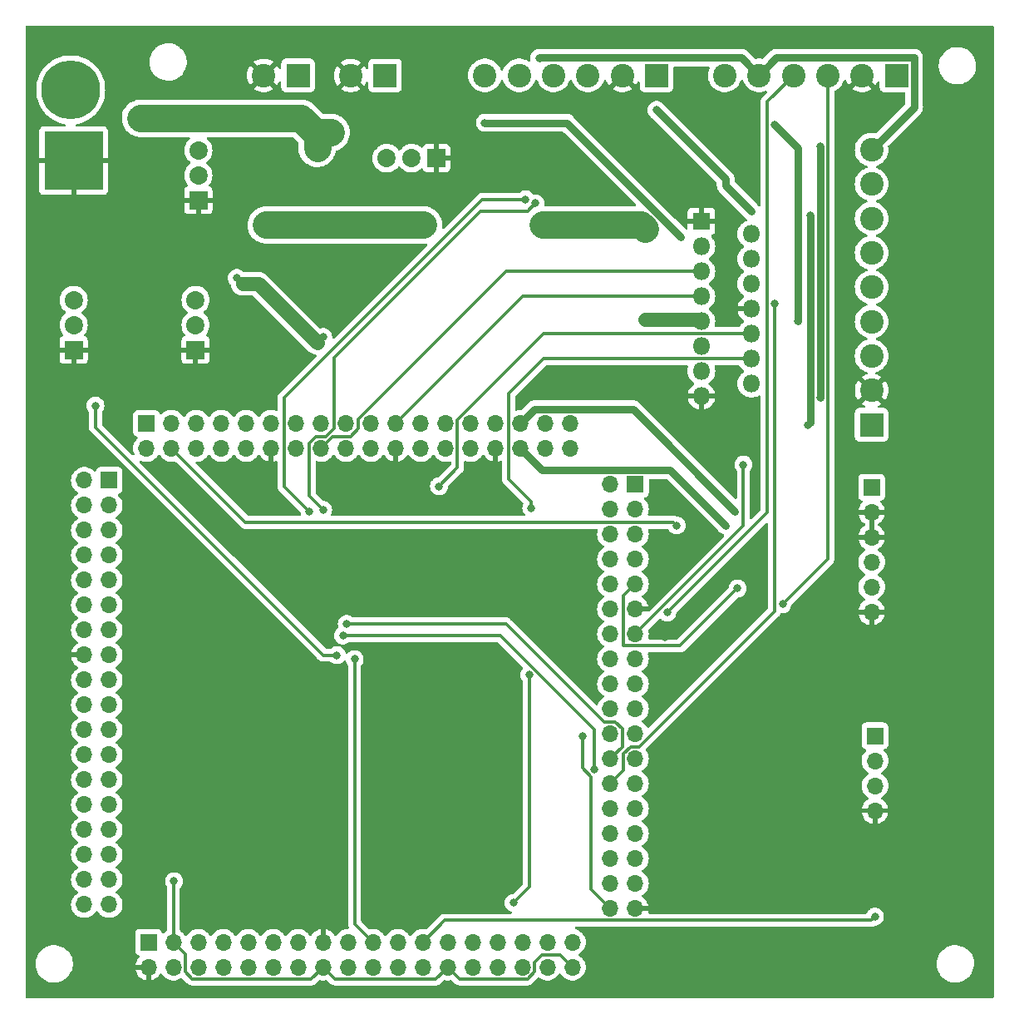
<source format=gbr>
%TF.GenerationSoftware,KiCad,Pcbnew,(7.0.0)*%
%TF.CreationDate,2023-03-07T12:31:48-06:00*%
%TF.ProjectId,finalproj,66696e61-6c70-4726-9f6a-2e6b69636164,rev?*%
%TF.SameCoordinates,Original*%
%TF.FileFunction,Copper,L2,Bot*%
%TF.FilePolarity,Positive*%
%FSLAX46Y46*%
G04 Gerber Fmt 4.6, Leading zero omitted, Abs format (unit mm)*
G04 Created by KiCad (PCBNEW (7.0.0)) date 2023-03-07 12:31:48*
%MOMM*%
%LPD*%
G01*
G04 APERTURE LIST*
%TA.AperFunction,ComponentPad*%
%ADD10C,1.860000*%
%TD*%
%TA.AperFunction,ComponentPad*%
%ADD11R,1.860000X1.860000*%
%TD*%
%TA.AperFunction,ComponentPad*%
%ADD12R,1.700000X1.700000*%
%TD*%
%TA.AperFunction,ComponentPad*%
%ADD13O,1.700000X1.700000*%
%TD*%
%TA.AperFunction,ComponentPad*%
%ADD14R,2.400000X2.400000*%
%TD*%
%TA.AperFunction,ComponentPad*%
%ADD15C,2.400000*%
%TD*%
%TA.AperFunction,ComponentPad*%
%ADD16R,6.000000X6.000000*%
%TD*%
%TA.AperFunction,ComponentPad*%
%ADD17C,6.000000*%
%TD*%
%TA.AperFunction,ComponentPad*%
%ADD18R,1.800000X1.800000*%
%TD*%
%TA.AperFunction,ComponentPad*%
%ADD19O,1.800000X1.800000*%
%TD*%
%TA.AperFunction,ViaPad*%
%ADD20C,0.800000*%
%TD*%
%TA.AperFunction,Conductor*%
%ADD21C,2.794000*%
%TD*%
%TA.AperFunction,Conductor*%
%ADD22C,1.397000*%
%TD*%
%TA.AperFunction,Conductor*%
%ADD23C,0.787400*%
%TD*%
%TA.AperFunction,Conductor*%
%ADD24C,0.304800*%
%TD*%
G04 APERTURE END LIST*
D10*
%TO.P,U1,3,VI*%
%TO.N,BATTERY_VIN*%
X49660000Y-26200000D03*
%TO.P,U1,2,VO*%
%TO.N,12V_IC*%
X52200000Y-26200000D03*
D11*
%TO.P,U1,1,GND*%
%TO.N,VSS*%
X54739999Y-26199999D03*
%TD*%
D12*
%TO.P,J9,1,VIN*%
%TO.N,+5V*%
X99399999Y-84999999D03*
D13*
%TO.P,J9,2,TX*%
%TO.N,RPI_UART_TX*%
X99399999Y-87539999D03*
%TO.P,J9,3,RX*%
%TO.N,RPI_UART_RX*%
X99399999Y-90079999D03*
%TO.P,J9,4,GND*%
%TO.N,VSS*%
X99399999Y-92619999D03*
%TD*%
D12*
%TO.P,J7,1,POWER_IN*%
%TO.N,+5V*%
X99059999Y-59689999D03*
D13*
%TO.P,J7,2,POWER_EN*%
%TO.N,VSS*%
X99059999Y-62229999D03*
%TO.P,J7,3,MODE*%
X99059999Y-64769999D03*
%TO.P,J7,4,SCL*%
%TO.N,LIDAR_SCL*%
X99059999Y-67309999D03*
%TO.P,J7,5,SDA*%
%TO.N,LIDAR_SDA*%
X99059999Y-69849999D03*
%TO.P,J7,6,GND*%
%TO.N,VSS*%
X99059999Y-72389999D03*
%TD*%
D14*
%TO.P,J5,1,IOREF*%
%TO.N,+5V*%
X99059999Y-53339999D03*
D15*
%TO.P,J5,2,GND*%
%TO.N,VSS*%
X99060000Y-49840000D03*
%TO.P,J5,3,MODE*%
%TO.N,unconnected-(J5-MODE-Pad3)*%
X99060000Y-46340000D03*
%TO.P,J5,4,MODE*%
%TO.N,unconnected-(J5-MODE-Pad4)*%
X99060000Y-42840000D03*
%TO.P,J5,5,MODE*%
%TO.N,unconnected-(J5-MODE-Pad5)*%
X99060000Y-39340000D03*
%TO.P,J5,6,DIR*%
%TO.N,STEP_DIR*%
X99060000Y-35840000D03*
%TO.P,J5,7,STEP*%
%TO.N,STEP_PWM*%
X99060000Y-32340000D03*
%TO.P,J5,8,NSTANDBY*%
%TO.N,+5V*%
X99060000Y-28840000D03*
%TO.P,J5,9,ENB*%
X99060000Y-25340000D03*
%TD*%
D11*
%TO.P,U2,1,GND*%
%TO.N,VSS*%
X30479999Y-30479999D03*
D10*
%TO.P,U2,2,VO*%
%TO.N,+12V*%
X30480000Y-27940000D03*
%TO.P,U2,3,VI*%
%TO.N,BATTERY_VIN*%
X30480000Y-25400000D03*
%TD*%
D12*
%TO.P,MCU1,1,PE2*%
%TO.N,unconnected-(MCU1-PE2-Pad1)*%
X21399999Y-58999999D03*
D13*
%TO.P,MCU1,2,PE3*%
%TO.N,unconnected-(MCU1-PE3-Pad2)*%
X18859999Y-58999999D03*
%TO.P,MCU1,3,PE4*%
%TO.N,unconnected-(MCU1-PE4-Pad3)*%
X21399999Y-61539999D03*
%TO.P,MCU1,4,PE5*%
%TO.N,unconnected-(MCU1-PE5-Pad4)*%
X18859999Y-61539999D03*
%TO.P,MCU1,5,PE6*%
%TO.N,unconnected-(MCU1-PE6-Pad5)*%
X21399999Y-64079999D03*
%TO.P,MCU1,6,VBAT*%
%TO.N,unconnected-(MCU1-VBAT-Pad6)*%
X18859999Y-64079999D03*
%TO.P,MCU1,7,PC13*%
%TO.N,unconnected-(MCU1-PC13-Pad7)*%
X21399999Y-66619999D03*
%TO.P,MCU1,8,PC14*%
%TO.N,unconnected-(MCU1-PC14-Pad8)*%
X18859999Y-66619999D03*
%TO.P,MCU1,9,PC15*%
%TO.N,unconnected-(MCU1-PC15-Pad9)*%
X21399999Y-69159999D03*
%TO.P,MCU1,10,PF0*%
%TO.N,unconnected-(MCU1-PF0-Pad10)*%
X18859999Y-69159999D03*
%TO.P,MCU1,11,PF1*%
%TO.N,unconnected-(MCU1-PF1-Pad11)*%
X21399999Y-71699999D03*
%TO.P,MCU1,12,PF2*%
%TO.N,unconnected-(MCU1-PF2-Pad12)*%
X18859999Y-71699999D03*
%TO.P,MCU1,13,PF3*%
%TO.N,unconnected-(MCU1-PF3-Pad13)*%
X21399999Y-74239999D03*
%TO.P,MCU1,14,PF4*%
%TO.N,unconnected-(MCU1-PF4-Pad14)*%
X18859999Y-74239999D03*
%TO.P,MCU1,15,PF5*%
%TO.N,unconnected-(MCU1-PF5-Pad15)*%
X21399999Y-76779999D03*
%TO.P,MCU1,16,VSS*%
%TO.N,VSS*%
X18859999Y-76779999D03*
%TO.P,MCU1,17,VDD*%
%TO.N,VDD*%
X21399999Y-79319999D03*
%TO.P,MCU1,18,PF6*%
%TO.N,unconnected-(MCU1-PF6-Pad18)*%
X18859999Y-79319999D03*
%TO.P,MCU1,19,PF7*%
%TO.N,unconnected-(MCU1-PF7-Pad19)*%
X21399999Y-81859999D03*
%TO.P,MCU1,20,PF8*%
%TO.N,unconnected-(MCU1-PF8-Pad20)*%
X18859999Y-81859999D03*
%TO.P,MCU1,21,PF9*%
%TO.N,unconnected-(MCU1-PF9-Pad21)*%
X21399999Y-84399999D03*
%TO.P,MCU1,22,PF10*%
%TO.N,unconnected-(MCU1-PF10-Pad22)*%
X18859999Y-84399999D03*
%TO.P,MCU1,23,PH0*%
%TO.N,unconnected-(MCU1-PH0-Pad23)*%
X21399999Y-86939999D03*
%TO.P,MCU1,24,PH1*%
%TO.N,unconnected-(MCU1-PH1-Pad24)*%
X18859999Y-86939999D03*
%TO.P,MCU1,25,NRST*%
%TO.N,unconnected-(MCU1-NRST-Pad25)*%
X21399999Y-89479999D03*
%TO.P,MCU1,26,PC0*%
%TO.N,unconnected-(MCU1-PC0-Pad26)*%
X18859999Y-89479999D03*
%TO.P,MCU1,27,PC1*%
%TO.N,unconnected-(MCU1-PC1-Pad27)*%
X21399999Y-92019999D03*
%TO.P,MCU1,28,PC2*%
%TO.N,unconnected-(MCU1-PC2-Pad28)*%
X18859999Y-92019999D03*
%TO.P,MCU1,29,PC3*%
%TO.N,unconnected-(MCU1-PC3-Pad29)*%
X21399999Y-94559999D03*
%TO.P,MCU1,30,VDD*%
%TO.N,VDD*%
X18859999Y-94559999D03*
%TO.P,MCU1,31,VSSA*%
%TO.N,unconnected-(MCU1-VSSA-Pad31)*%
X21399999Y-97099999D03*
%TO.P,MCU1,32,VREF+*%
%TO.N,unconnected-(MCU1-VREF+-Pad32)*%
X18859999Y-97099999D03*
%TO.P,MCU1,33,VDDA*%
%TO.N,unconnected-(MCU1-VDDA-Pad33)*%
X21399999Y-99639999D03*
%TO.P,MCU1,34,PA0*%
%TO.N,unconnected-(MCU1-PA0-Pad34)*%
X18859999Y-99639999D03*
%TO.P,MCU1,35,PA1*%
%TO.N,unconnected-(MCU1-PA1-Pad35)*%
X21399999Y-102179999D03*
%TO.P,MCU1,36,PA2*%
%TO.N,unconnected-(MCU1-PA2-Pad36)*%
X18859999Y-102179999D03*
%TD*%
D12*
%TO.P,MCU4,109,PA14*%
%TO.N,unconnected-(MCU4-PA14-Pad109)*%
X25199999Y-53199999D03*
D13*
%TO.P,MCU4,110,PA15*%
%TO.N,unconnected-(MCU4-PA15-Pad110)*%
X25199999Y-55739999D03*
%TO.P,MCU4,111,PC10*%
%TO.N,RPI_UART_TX*%
X27739999Y-53199999D03*
%TO.P,MCU4,112,PC11*%
%TO.N,RPI_UART_RX*%
X27739999Y-55739999D03*
%TO.P,MCU4,113,PC12*%
%TO.N,unconnected-(MCU4-PC12-Pad113)*%
X30279999Y-53199999D03*
%TO.P,MCU4,114,PD0*%
%TO.N,unconnected-(MCU4-PD0-Pad114)*%
X30279999Y-55739999D03*
%TO.P,MCU4,115,PD1*%
%TO.N,unconnected-(MCU4-PD1-Pad115)*%
X32819999Y-53199999D03*
%TO.P,MCU4,116,PD2*%
%TO.N,unconnected-(MCU4-PD2-Pad116)*%
X32819999Y-55739999D03*
%TO.P,MCU4,117,PD3*%
%TO.N,unconnected-(MCU4-PD3-Pad117)*%
X35359999Y-53199999D03*
%TO.P,MCU4,118,PD4*%
%TO.N,unconnected-(MCU4-PD4-Pad118)*%
X35359999Y-55739999D03*
%TO.P,MCU4,119,PD5*%
%TO.N,unconnected-(MCU4-PD5-Pad119)*%
X37899999Y-53199999D03*
%TO.P,MCU4,120,VSS*%
%TO.N,VSS*%
X37899999Y-55739999D03*
%TO.P,MCU4,121,VDD_SDMMC*%
%TO.N,unconnected-(MCU4-VDD_SDMMC-Pad121)*%
X40439999Y-53199999D03*
%TO.P,MCU4,122,PD6*%
%TO.N,unconnected-(MCU4-PD6-Pad122)*%
X40439999Y-55739999D03*
%TO.P,MCU4,123,PD7*%
%TO.N,unconnected-(MCU4-PD7-Pad123)*%
X42979999Y-53199999D03*
%TO.P,MCU4,124,PG9*%
%TO.N,MotorAIn1*%
X42979999Y-55739999D03*
%TO.P,MCU4,125,PG10*%
%TO.N,unconnected-(MCU4-PG10-Pad125)*%
X45519999Y-53199999D03*
%TO.P,MCU4,126,PG11*%
%TO.N,unconnected-(MCU4-PG11-Pad126)*%
X45519999Y-55739999D03*
%TO.P,MCU4,127,PG12*%
%TO.N,unconnected-(MCU4-PG12-Pad127)*%
X48059999Y-53199999D03*
%TO.P,MCU4,128,PG13*%
%TO.N,unconnected-(MCU4-PG13-Pad128)*%
X48059999Y-55739999D03*
%TO.P,MCU4,129,PG14*%
%TO.N,MotorAIn2*%
X50599999Y-53199999D03*
%TO.P,MCU4,130,VSS*%
%TO.N,VSS*%
X50599999Y-55739999D03*
%TO.P,MCU4,131,VDD*%
%TO.N,unconnected-(MCU4-VDD-Pad131)*%
X53139999Y-53199999D03*
%TO.P,MCU4,132,PG15*%
%TO.N,unconnected-(MCU4-PG15-Pad132)*%
X53139999Y-55739999D03*
%TO.P,MCU4,133,PB3*%
%TO.N,unconnected-(MCU4-PB3-Pad133)*%
X55679999Y-53199999D03*
%TO.P,MCU4,134,PB4*%
%TO.N,unconnected-(MCU4-PB4-Pad134)*%
X55679999Y-55739999D03*
%TO.P,MCU4,135,PB5*%
%TO.N,unconnected-(MCU4-PB5-Pad135)*%
X58219999Y-53199999D03*
%TO.P,MCU4,136,PB6*%
%TO.N,unconnected-(MCU4-PB6-Pad136)*%
X58219999Y-55739999D03*
%TO.P,MCU4,137,PB7*%
%TO.N,unconnected-(MCU4-PB7-Pad137)*%
X60759999Y-53199999D03*
%TO.P,MCU4,138,BOOT0*%
%TO.N,VSS*%
X60759999Y-55739999D03*
%TO.P,MCU4,139,PB8*%
%TO.N,LIDAR_SCL*%
X63299999Y-53199999D03*
%TO.P,MCU4,140,PB9*%
%TO.N,LIDAR_SDA*%
X63299999Y-55739999D03*
%TO.P,MCU4,141,PE0*%
%TO.N,unconnected-(MCU4-PE0-Pad141)*%
X65839999Y-53199999D03*
%TO.P,MCU4,142,PE1*%
%TO.N,unconnected-(MCU4-PE1-Pad142)*%
X65839999Y-55739999D03*
%TO.P,MCU4,143,PDR_ON*%
%TO.N,unconnected-(MCU4-PDR_ON-Pad143)*%
X68379999Y-53199999D03*
%TO.P,MCU4,144,VDD*%
%TO.N,VDD*%
X68379999Y-55739999D03*
%TD*%
D12*
%TO.P,MCU2,37,PA3*%
%TO.N,unconnected-(MCU2-PA3-Pad37)*%
X25399999Y-105999999D03*
D13*
%TO.P,MCU2,38,VSS*%
%TO.N,VSS*%
X25399999Y-108539999D03*
%TO.P,MCU2,39,VDD*%
%TO.N,VDD*%
X27939999Y-105999999D03*
%TO.P,MCU2,40,PA4*%
%TO.N,unconnected-(MCU2-PA4-Pad40)*%
X27939999Y-108539999D03*
%TO.P,MCU2,41,PA5*%
%TO.N,unconnected-(MCU2-PA5-Pad41)*%
X30479999Y-105999999D03*
%TO.P,MCU2,42,PA6*%
%TO.N,unconnected-(MCU2-PA6-Pad42)*%
X30479999Y-108539999D03*
%TO.P,MCU2,43,PA7*%
%TO.N,unconnected-(MCU2-PA7-Pad43)*%
X33019999Y-105999999D03*
%TO.P,MCU2,44,PC4*%
%TO.N,unconnected-(MCU2-PC4-Pad44)*%
X33019999Y-108539999D03*
%TO.P,MCU2,45,PC5*%
%TO.N,unconnected-(MCU2-PC5-Pad45)*%
X35559999Y-105999999D03*
%TO.P,MCU2,46,PB0*%
%TO.N,unconnected-(MCU2-PB0-Pad46)*%
X35559999Y-108539999D03*
%TO.P,MCU2,47,PB1*%
%TO.N,unconnected-(MCU2-PB1-Pad47)*%
X38099999Y-105999999D03*
%TO.P,MCU2,48,PB2*%
%TO.N,unconnected-(MCU2-PB2-Pad48)*%
X38099999Y-108539999D03*
%TO.P,MCU2,49,PF11*%
%TO.N,unconnected-(MCU2-PF11-Pad49)*%
X40639999Y-105999999D03*
%TO.P,MCU2,50,PF12*%
%TO.N,unconnected-(MCU2-PF12-Pad50)*%
X40639999Y-108539999D03*
%TO.P,MCU2,51,VSS*%
%TO.N,VSS*%
X43179999Y-105999999D03*
%TO.P,MCU2,52,VDD*%
%TO.N,VDD*%
X43179999Y-108539999D03*
%TO.P,MCU2,53,PF13*%
%TO.N,unconnected-(MCU2-PF13-Pad53)*%
X45719999Y-105999999D03*
%TO.P,MCU2,54,PF14*%
%TO.N,unconnected-(MCU2-PF14-Pad54)*%
X45719999Y-108539999D03*
%TO.P,MCU2,55,PF15*%
%TO.N,MotorBIn1*%
X48259999Y-105999999D03*
%TO.P,MCU2,56,PG0*%
%TO.N,unconnected-(MCU2-PG0-Pad56)*%
X48259999Y-108539999D03*
%TO.P,MCU2,57,PG1*%
%TO.N,unconnected-(MCU2-PG1-Pad57)*%
X50799999Y-105999999D03*
%TO.P,MCU2,58,PE7*%
%TO.N,unconnected-(MCU2-PE7-Pad58)*%
X50799999Y-108539999D03*
%TO.P,MCU2,59,PE8*%
%TO.N,STEP_DIR*%
X53339999Y-105999999D03*
%TO.P,MCU2,60,PE9*%
%TO.N,STEP_PWM*%
X53339999Y-108539999D03*
%TO.P,MCU2,61,VSS*%
%TO.N,VSS*%
X55879999Y-105999999D03*
%TO.P,MCU2,62,VDD*%
%TO.N,VDD*%
X55879999Y-108539999D03*
%TO.P,MCU2,63,PE10*%
%TO.N,unconnected-(MCU2-PE10-Pad63)*%
X58419999Y-105999999D03*
%TO.P,MCU2,64,PE11*%
%TO.N,unconnected-(MCU2-PE11-Pad64)*%
X58419999Y-108539999D03*
%TO.P,MCU2,65,PE12*%
%TO.N,unconnected-(MCU2-PE12-Pad65)*%
X60959999Y-105999999D03*
%TO.P,MCU2,66,PE13*%
%TO.N,MotorBIn2*%
X60959999Y-108539999D03*
%TO.P,MCU2,67,PE14*%
%TO.N,unconnected-(MCU2-PE14-Pad67)*%
X63499999Y-105999999D03*
%TO.P,MCU2,68,PE15*%
%TO.N,unconnected-(MCU2-PE15-Pad68)*%
X63499999Y-108539999D03*
%TO.P,MCU2,69,PB10*%
%TO.N,unconnected-(MCU2-PB10-Pad69)*%
X66039999Y-105999999D03*
%TO.P,MCU2,70,PB11*%
%TO.N,unconnected-(MCU2-PB11-Pad70)*%
X66039999Y-108539999D03*
%TO.P,MCU2,71,VCAP_1*%
%TO.N,unconnected-(MCU2-VCAP_1-Pad71)*%
X68579999Y-105999999D03*
%TO.P,MCU2,72,VDD*%
%TO.N,VDD*%
X68579999Y-108539999D03*
%TD*%
D14*
%TO.P,POW3,1,VIN*%
%TO.N,+12V*%
X40639999Y-17779999D03*
D15*
%TO.P,POW3,2,GND*%
%TO.N,VSS*%
X37140000Y-17780000D03*
%TD*%
D11*
%TO.P,U4,1,GND*%
%TO.N,VSS*%
X17779999Y-45719999D03*
D10*
%TO.P,U4,2,VO*%
%TO.N,VDD*%
X17780000Y-43180000D03*
%TO.P,U4,3,VI*%
%TO.N,BATTERY_VIN*%
X17780000Y-40640000D03*
%TD*%
D12*
%TO.P,MCU3,73,PB12*%
%TO.N,unconnected-(MCU3-PB12-Pad73)*%
X74999999Y-59399999D03*
D13*
%TO.P,MCU3,74,PB13*%
%TO.N,unconnected-(MCU3-PB13-Pad74)*%
X72459999Y-59399999D03*
%TO.P,MCU3,75,PB14*%
%TO.N,unconnected-(MCU3-PB14-Pad75)*%
X74999999Y-61939999D03*
%TO.P,MCU3,76,PB15*%
%TO.N,unconnected-(MCU3-PB15-Pad76)*%
X72459999Y-61939999D03*
%TO.P,MCU3,77,PD8*%
%TO.N,unconnected-(MCU3-PD8-Pad77)*%
X74999999Y-64479999D03*
%TO.P,MCU3,78,PD9*%
%TO.N,unconnected-(MCU3-PD9-Pad78)*%
X72459999Y-64479999D03*
%TO.P,MCU3,79,PD10*%
%TO.N,unconnected-(MCU3-PD10-Pad79)*%
X74999999Y-67019999D03*
%TO.P,MCU3,80,PD11*%
%TO.N,unconnected-(MCU3-PD11-Pad80)*%
X72459999Y-67019999D03*
%TO.P,MCU3,81,PD12*%
%TO.N,EncoderBFeedback1*%
X74999999Y-69559999D03*
%TO.P,MCU3,82,PD13*%
%TO.N,EncoderBFeedback2*%
X72459999Y-69559999D03*
%TO.P,MCU3,83,VSS*%
%TO.N,VSS*%
X74999999Y-72099999D03*
%TO.P,MCU3,84,VDD*%
%TO.N,VDD*%
X72459999Y-72099999D03*
%TO.P,MCU3,85,PD14*%
%TO.N,MotorBPWM*%
X74999999Y-74639999D03*
%TO.P,MCU3,86,PD15*%
%TO.N,unconnected-(MCU3-PD15-Pad86)*%
X72459999Y-74639999D03*
%TO.P,MCU3,87,PG2*%
%TO.N,unconnected-(MCU3-PG2-Pad87)*%
X74999999Y-77179999D03*
%TO.P,MCU3,88,PG3*%
%TO.N,unconnected-(MCU3-PG3-Pad88)*%
X72459999Y-77179999D03*
%TO.P,MCU3,89,PG4*%
%TO.N,unconnected-(MCU3-PG4-Pad89)*%
X74999999Y-79719999D03*
%TO.P,MCU3,90,PG5*%
%TO.N,unconnected-(MCU3-PG5-Pad90)*%
X72459999Y-79719999D03*
%TO.P,MCU3,91,PG6*%
%TO.N,unconnected-(MCU3-PG6-Pad91)*%
X74999999Y-82259999D03*
%TO.P,MCU3,92,PG7*%
%TO.N,unconnected-(MCU3-PG7-Pad92)*%
X72459999Y-82259999D03*
%TO.P,MCU3,93,PG8*%
%TO.N,unconnected-(MCU3-PG8-Pad93)*%
X74999999Y-84799999D03*
%TO.P,MCU3,94,VSS*%
%TO.N,unconnected-(MCU3-VSS-Pad94)*%
X72459999Y-84799999D03*
%TO.P,MCU3,95,VDD_USB*%
%TO.N,unconnected-(MCU3-VDD_USB-Pad95)*%
X74999999Y-87339999D03*
%TO.P,MCU3,96,PC6*%
%TO.N,EncoderAFeedback1*%
X72459999Y-87339999D03*
%TO.P,MCU3,97,PC7*%
%TO.N,EncoderAFeedback2*%
X74999999Y-89879999D03*
%TO.P,MCU3,98,PC8*%
%TO.N,MotorAPWM*%
X72459999Y-89879999D03*
%TO.P,MCU3,99,PC9*%
%TO.N,unconnected-(MCU3-PC9-Pad99)*%
X74999999Y-92419999D03*
%TO.P,MCU3,100,PA8*%
%TO.N,unconnected-(MCU3-PA8-Pad100)*%
X72459999Y-92419999D03*
%TO.P,MCU3,101,PA9*%
%TO.N,unconnected-(MCU3-PA9-Pad101)*%
X74999999Y-94959999D03*
%TO.P,MCU3,102,PA10*%
%TO.N,unconnected-(MCU3-PA10-Pad102)*%
X72459999Y-94959999D03*
%TO.P,MCU3,103,PA11*%
%TO.N,unconnected-(MCU3-PA11-Pad103)*%
X74999999Y-97499999D03*
%TO.P,MCU3,104,PA12*%
%TO.N,unconnected-(MCU3-PA12-Pad104)*%
X72459999Y-97499999D03*
%TO.P,MCU3,105,PA13*%
%TO.N,unconnected-(MCU3-PA13-Pad105)*%
X74999999Y-100039999D03*
%TO.P,MCU3,106,V_CAP_2*%
%TO.N,unconnected-(MCU3-V_CAP_2-Pad106)*%
X72459999Y-100039999D03*
%TO.P,MCU3,107,VSS*%
%TO.N,VSS*%
X74999999Y-102579999D03*
%TO.P,MCU3,108,VDD*%
%TO.N,VDD*%
X72459999Y-102579999D03*
%TD*%
D14*
%TO.P,J11,1,Power+*%
%TO.N,MotorOutB1*%
X101599999Y-17779999D03*
D15*
%TO.P,J11,2,Encoder_Power-*%
%TO.N,VSS*%
X98100000Y-17780000D03*
%TO.P,J11,3,Signal_Feedback*%
%TO.N,EncoderBFeedback1*%
X94600000Y-17780000D03*
%TO.P,J11,4,Signal_Feedback*%
%TO.N,EncoderBFeedback2*%
X91100000Y-17780000D03*
%TO.P,J11,5,Encoder_Power+*%
%TO.N,+5V*%
X87600000Y-17780000D03*
%TO.P,J11,6,Power-*%
%TO.N,MotorOutB2*%
X84100000Y-17780000D03*
%TD*%
D14*
%TO.P,POW2,1,VIN*%
%TO.N,12V_IC*%
X49499999Y-17799999D03*
D15*
%TO.P,POW2,2,GND*%
%TO.N,VSS*%
X46000000Y-17800000D03*
%TD*%
D16*
%TO.P,POW1,1,Pin_1*%
%TO.N,VSS*%
X17779999Y-26459999D03*
D17*
%TO.P,POW1,2,Pin_2*%
%TO.N,BATTERY_VIN*%
X17475000Y-19260000D03*
%TD*%
D18*
%TO.P,U5,1,SENSE_A*%
%TO.N,VSS*%
X81719999Y-32649999D03*
D19*
%TO.P,U5,2,OUT1*%
%TO.N,MotorOutA1*%
X86799999Y-33919999D03*
%TO.P,U5,3,OUT2*%
%TO.N,MotorOutA2*%
X81719999Y-35189999D03*
%TO.P,U5,4,Vs*%
%TO.N,+5V*%
X86799999Y-36459999D03*
%TO.P,U5,5,IN1*%
%TO.N,MotorAIn1*%
X81719999Y-37729999D03*
%TO.P,U5,6,EnA*%
%TO.N,MotorAPWM*%
X86799999Y-38999999D03*
%TO.P,U5,7,IN2*%
%TO.N,MotorAIn2*%
X81719999Y-40269999D03*
%TO.P,U5,8,GND*%
%TO.N,VSS*%
X86799999Y-41539999D03*
%TO.P,U5,9,Vss*%
%TO.N,+12V*%
X81719999Y-42809999D03*
%TO.P,U5,10,IN3*%
%TO.N,MotorBIn1*%
X86799999Y-44079999D03*
%TO.P,U5,11,EnB*%
%TO.N,MotorBPWM*%
X81719999Y-45349999D03*
%TO.P,U5,12,IN4*%
%TO.N,MotorBIn2*%
X86799999Y-46619999D03*
%TO.P,U5,13,OUT3*%
%TO.N,MotorOutB1*%
X81719999Y-47889999D03*
%TO.P,U5,14,OUT4*%
%TO.N,MotorOutB2*%
X86799999Y-49159999D03*
%TO.P,U5,15,SENSE_B*%
%TO.N,VSS*%
X81719999Y-50429999D03*
%TD*%
D14*
%TO.P,J10,1,Power+*%
%TO.N,MotorOutA1*%
X77159999Y-17779999D03*
D15*
%TO.P,J10,2,Encoder_Power-*%
%TO.N,VSS*%
X73660000Y-17780000D03*
%TO.P,J10,3,Signal_Feedback*%
%TO.N,EncoderAFeedback1*%
X70160000Y-17780000D03*
%TO.P,J10,4,Signal_Feedback*%
%TO.N,EncoderAFeedback2*%
X66660000Y-17780000D03*
%TO.P,J10,5,Encoder_Power+*%
%TO.N,+5V*%
X63160000Y-17780000D03*
%TO.P,J10,6,Power-*%
%TO.N,MotorOutA2*%
X59660000Y-17780000D03*
%TD*%
D11*
%TO.P,U3,1,GND*%
%TO.N,VSS*%
X30199999Y-45719999D03*
D10*
%TO.P,U3,2,VO*%
%TO.N,+5V*%
X30200000Y-43180000D03*
%TO.P,U3,3,VI*%
%TO.N,BATTERY_VIN*%
X30200000Y-40640000D03*
%TD*%
D20*
%TO.N,+5V*%
X34400000Y-38400000D03*
X43200000Y-44400000D03*
%TO.N,BATTERY_VIN*%
X25400000Y-23000000D03*
%TO.N,+12V*%
X76200000Y-32400000D03*
X65600000Y-34000000D03*
X53400000Y-32000000D03*
X37400000Y-34000000D03*
%TO.N,BATTERY_VIN*%
X44000000Y-23600000D03*
X42600000Y-25200000D03*
X43400000Y-24600000D03*
X24600000Y-22142360D03*
%TO.N,VSS*%
X60400000Y-59200000D03*
%TO.N,+12V*%
X76000000Y-42600000D03*
X65600000Y-33000000D03*
X37400000Y-33000000D03*
X75980363Y-33395637D03*
X53400000Y-33000000D03*
%TO.N,+5V*%
X42600000Y-45000000D03*
X92573802Y-53340000D03*
X65200000Y-16000000D03*
X35000000Y-39000000D03*
X92806800Y-32007637D03*
%TO.N,STEP_DIR*%
X99400000Y-103400000D03*
%TO.N,LIDAR_SCL*%
X85159200Y-62159200D03*
%TO.N,VSS*%
X16800000Y-76800000D03*
X43200000Y-101600000D03*
X79000000Y-102200000D03*
X56000000Y-101400000D03*
X37800000Y-58000000D03*
X78000000Y-75000000D03*
X84600000Y-41400000D03*
X50600000Y-59400000D03*
%TO.N,VDD*%
X20000000Y-51400000D03*
X69600000Y-85000000D03*
X28000000Y-99800000D03*
X44600000Y-76800000D03*
%TO.N,LIDAR_SDA*%
X84200000Y-63600000D03*
%TO.N,RPI_UART_RX*%
X79200000Y-63600000D03*
%TO.N,MotorOutB2*%
X89200000Y-22800000D03*
X91580602Y-42800000D03*
%TO.N,MotorOutB1*%
X93800000Y-50600000D03*
X93800000Y-25000000D03*
%TO.N,MotorOutA2*%
X79600000Y-34200000D03*
X59660000Y-22600000D03*
%TO.N,MotorOutA1*%
X86800000Y-31600000D03*
X77160000Y-21302500D03*
%TO.N,MotorAPWM*%
X89154102Y-41000000D03*
%TO.N,MotorBIn1*%
X55000000Y-59600000D03*
X46400000Y-77200000D03*
%TO.N,MotorBPWM*%
X86000000Y-57400000D03*
%TO.N,MotorBIn2*%
X64200000Y-78800000D03*
X62600000Y-102000000D03*
X64400000Y-61800000D03*
%TO.N,EncoderAFeedback1*%
X43200000Y-62000000D03*
X45600000Y-73600000D03*
X64800000Y-30800000D03*
%TO.N,EncoderAFeedback2*%
X63800000Y-30400000D03*
X45200000Y-74800000D03*
X41800000Y-62200000D03*
X70800000Y-88400000D03*
%TO.N,EncoderBFeedback1*%
X90000000Y-71600000D03*
X85400000Y-70000000D03*
%TO.N,EncoderBFeedback2*%
X78251674Y-72451674D03*
%TD*%
D21*
%TO.N,+12V*%
X37400000Y-33000000D02*
X53400000Y-33000000D01*
%TO.N,BATTERY_VIN*%
X44000000Y-23600000D02*
X42400000Y-23600000D01*
X42600000Y-23800000D02*
X42600000Y-25200000D01*
X40942360Y-22142360D02*
X42600000Y-23800000D01*
X24600000Y-22142360D02*
X40942360Y-22142360D01*
D22*
%TO.N,+5V*%
X36600000Y-39000000D02*
X42600000Y-45000000D01*
X35000000Y-39000000D02*
X36600000Y-39000000D01*
D21*
%TO.N,+12V*%
X65600000Y-33000000D02*
X75584726Y-33000000D01*
D22*
X81510000Y-42600000D02*
X81720000Y-42810000D01*
X76000000Y-42600000D02*
X81510000Y-42600000D01*
D21*
X75584726Y-33000000D02*
X75980363Y-33395637D01*
D23*
%TO.N,+5V*%
X92806800Y-53107002D02*
X92806800Y-32007637D01*
X89393700Y-15986300D02*
X103393700Y-15986300D01*
X103393700Y-21006300D02*
X99060000Y-25340000D01*
X65200000Y-16000000D02*
X65213700Y-15986300D01*
X87600000Y-17780000D02*
X89393700Y-15986300D01*
X103393700Y-15986300D02*
X103393700Y-21006300D01*
X85806300Y-15986300D02*
X87600000Y-17780000D01*
X65213700Y-15986300D02*
X85806300Y-15986300D01*
D24*
%TO.N,STEP_DIR*%
X99017600Y-103782400D02*
X55557600Y-103782400D01*
X55557600Y-103782400D02*
X53340000Y-106000000D01*
X99400000Y-103400000D02*
X99017600Y-103782400D01*
D23*
%TO.N,LIDAR_SCL*%
X74756300Y-51756300D02*
X64743700Y-51756300D01*
X64743700Y-51756300D02*
X63300000Y-53200000D01*
X85159200Y-62159200D02*
X74756300Y-51756300D01*
D24*
%TO.N,VDD*%
X20000000Y-53600000D02*
X43200000Y-76800000D01*
X41977600Y-109742400D02*
X29846749Y-109742400D01*
X63998051Y-109742400D02*
X57082400Y-109742400D01*
X29846749Y-109742400D02*
X29142400Y-109038051D01*
X43180000Y-108540000D02*
X41977600Y-109742400D01*
X29142400Y-107202400D02*
X27940000Y-106000000D01*
X44382400Y-109742400D02*
X43180000Y-108540000D01*
X29142400Y-109038051D02*
X29142400Y-107202400D01*
X55880000Y-108540000D02*
X54677600Y-109742400D01*
X67377600Y-107337600D02*
X65462400Y-107337600D01*
X64702400Y-108097600D02*
X64702400Y-109038051D01*
X43200000Y-76800000D02*
X44600000Y-76800000D01*
X20000000Y-51400000D02*
X20000000Y-53600000D01*
X64702400Y-109038051D02*
X63998051Y-109742400D01*
X70488345Y-89152400D02*
X69600000Y-88264055D01*
X54677600Y-109742400D02*
X44382400Y-109742400D01*
X65462400Y-107337600D02*
X64702400Y-108097600D01*
X69600000Y-88264055D02*
X69600000Y-85000000D01*
X28000000Y-99800000D02*
X27940000Y-99860000D01*
X72460000Y-102580000D02*
X70488345Y-100608345D01*
X27940000Y-99860000D02*
X27940000Y-106000000D01*
X57082400Y-109742400D02*
X55880000Y-108540000D01*
X68580000Y-108540000D02*
X67377600Y-107337600D01*
X70488345Y-100608345D02*
X70488345Y-89152400D01*
D23*
%TO.N,LIDAR_SDA*%
X65516300Y-57956300D02*
X63300000Y-55740000D01*
X78556300Y-57956300D02*
X65516300Y-57956300D01*
X84200000Y-63600000D02*
X78556300Y-57956300D01*
D24*
%TO.N,RPI_UART_RX*%
X79200000Y-63600000D02*
X78877600Y-63277600D01*
X35277600Y-63277600D02*
X27740000Y-55740000D01*
X78877600Y-63277600D02*
X35277600Y-63277600D01*
D23*
%TO.N,MotorOutB2*%
X91580602Y-25180602D02*
X89200000Y-22800000D01*
X91580602Y-42800000D02*
X91580602Y-25180602D01*
%TO.N,MotorOutB1*%
X93800000Y-50600000D02*
X93800000Y-25000000D01*
%TO.N,MotorOutA2*%
X79600000Y-34200000D02*
X68000000Y-22600000D01*
X68000000Y-22600000D02*
X59660000Y-22600000D01*
%TO.N,MotorOutA1*%
X86800000Y-31600000D02*
X84200000Y-29000000D01*
X84200000Y-28342500D02*
X77160000Y-21302500D01*
X84200000Y-29000000D02*
X84200000Y-28342500D01*
D24*
%TO.N,MotorAIn1*%
X46018051Y-54537600D02*
X44182400Y-54537600D01*
X81720000Y-37730000D02*
X61829549Y-37730000D01*
X46800000Y-52759549D02*
X46800000Y-53755651D01*
X61829549Y-37730000D02*
X46800000Y-52759549D01*
X44182400Y-54537600D02*
X42980000Y-55740000D01*
X46800000Y-53755651D02*
X46018051Y-54537600D01*
%TO.N,MotorAPWM*%
X74501949Y-86137600D02*
X73797600Y-86841949D01*
X89154602Y-72345849D02*
X75362851Y-86137600D01*
X75362851Y-86137600D02*
X74501949Y-86137600D01*
X73797600Y-86841949D02*
X73797600Y-88542400D01*
X89154102Y-41000000D02*
X89154602Y-41000500D01*
X73797600Y-88542400D02*
X72460000Y-89880000D01*
X89154602Y-41000500D02*
X89154602Y-72345849D01*
%TO.N,MotorAIn2*%
X81720000Y-40270000D02*
X63530000Y-40270000D01*
X63530000Y-40270000D02*
X50600000Y-53200000D01*
%TO.N,MotorBIn1*%
X56882400Y-57717600D02*
X55000000Y-59600000D01*
X56882400Y-52837149D02*
X56882400Y-57717600D01*
X65639549Y-44080000D02*
X56882400Y-52837149D01*
X46400000Y-77200000D02*
X46400000Y-104140000D01*
X86800000Y-44080000D02*
X65639549Y-44080000D01*
X46400000Y-104140000D02*
X48260000Y-106000000D01*
%TO.N,MotorBPWM*%
X86000000Y-63640000D02*
X75000000Y-74640000D01*
X86000000Y-57400000D02*
X86000000Y-63640000D01*
%TO.N,MotorBIn2*%
X86800000Y-46620000D02*
X65639549Y-46620000D01*
X62097600Y-58902400D02*
X64400000Y-61204800D01*
X64200000Y-78800000D02*
X64200000Y-100400000D01*
X65639549Y-46620000D02*
X62097600Y-50161949D01*
X64200000Y-100400000D02*
X62600000Y-102000000D01*
X64400000Y-61204800D02*
X64400000Y-61800000D01*
X62097600Y-50161949D02*
X62097600Y-58902400D01*
%TO.N,EncoderAFeedback1*%
X41756948Y-60556948D02*
X43200000Y-62000000D01*
X43468504Y-54537600D02*
X42481949Y-54537600D01*
X73662400Y-84301949D02*
X73662400Y-86137600D01*
X61802400Y-73600000D02*
X71800000Y-83597600D01*
X71800000Y-83597600D02*
X72958051Y-83597600D01*
X59200000Y-31600000D02*
X44317600Y-46482400D01*
X64000000Y-31600000D02*
X59200000Y-31600000D01*
X73662400Y-86137600D02*
X72460000Y-87340000D01*
X41756948Y-55262601D02*
X41756948Y-60556948D01*
X72958051Y-83597600D02*
X73662400Y-84301949D01*
X42481949Y-54537600D02*
X41756948Y-55262601D01*
X64800000Y-30800000D02*
X64000000Y-31600000D01*
X44317600Y-53688504D02*
X43468504Y-54537600D01*
X45600000Y-73600000D02*
X61802400Y-73600000D01*
X44317600Y-46482400D02*
X44317600Y-53688504D01*
%TO.N,EncoderAFeedback2*%
X59400000Y-30400000D02*
X39200000Y-50600000D01*
X45200000Y-74800000D02*
X61264055Y-74800000D01*
X39200000Y-50600000D02*
X39200000Y-59600000D01*
X61264055Y-74800000D02*
X70800000Y-84335945D01*
X39200000Y-59600000D02*
X41800000Y-62200000D01*
X70800000Y-84335945D02*
X70800000Y-88400000D01*
X63800000Y-30400000D02*
X59400000Y-30400000D01*
%TO.N,EncoderBFeedback1*%
X73797600Y-70762400D02*
X75000000Y-69560000D01*
X73797600Y-75797600D02*
X73797600Y-70762400D01*
X94600000Y-67000000D02*
X90000000Y-71600000D01*
X73842400Y-75842400D02*
X73797600Y-75797600D01*
X79557600Y-75842400D02*
X73842400Y-75842400D01*
X85400000Y-70000000D02*
X79557600Y-75842400D01*
X94600000Y-17780000D02*
X94600000Y-67000000D01*
%TO.N,EncoderBFeedback2*%
X88402202Y-62301146D02*
X78251674Y-72451674D01*
X91100000Y-17780000D02*
X88402202Y-20477798D01*
X88402202Y-20477798D02*
X88402202Y-62301146D01*
%TD*%
%TA.AperFunction,Conductor*%
%TO.N,VSS*%
G36*
X26529018Y-56397561D02*
G01*
X26573809Y-56438795D01*
X26661470Y-56572972D01*
X26661478Y-56572982D01*
X26664278Y-56577268D01*
X26667752Y-56581041D01*
X26667753Y-56581043D01*
X26813288Y-56739135D01*
X26813291Y-56739138D01*
X26816760Y-56742906D01*
X26820801Y-56746051D01*
X26990376Y-56878039D01*
X26990381Y-56878042D01*
X26994424Y-56881189D01*
X26998931Y-56883628D01*
X26998934Y-56883630D01*
X27160900Y-56971281D01*
X27192426Y-56988342D01*
X27405365Y-57061444D01*
X27627431Y-57098500D01*
X27847436Y-57098500D01*
X27852569Y-57098500D01*
X28056375Y-57064491D01*
X28114615Y-57068712D01*
X28164466Y-57099119D01*
X34793496Y-63728149D01*
X34798630Y-63733603D01*
X34836123Y-63775924D01*
X34842292Y-63780182D01*
X34842293Y-63780183D01*
X34882654Y-63808042D01*
X34888687Y-63812481D01*
X34933180Y-63847339D01*
X34940019Y-63850417D01*
X34940021Y-63850418D01*
X34941314Y-63851000D01*
X34960857Y-63862021D01*
X34968209Y-63867096D01*
X35021075Y-63887145D01*
X35027986Y-63890008D01*
X35079536Y-63913209D01*
X35088305Y-63914815D01*
X35109934Y-63920844D01*
X35118275Y-63924008D01*
X35174386Y-63930820D01*
X35181784Y-63931947D01*
X35230019Y-63940787D01*
X35230021Y-63940787D01*
X35237403Y-63942140D01*
X35293839Y-63938726D01*
X35301327Y-63938500D01*
X71036429Y-63938500D01*
X71090889Y-63951100D01*
X71134282Y-63986338D01*
X71157790Y-64037053D01*
X71156635Y-64092940D01*
X71116695Y-64250657D01*
X71116693Y-64250666D01*
X71115436Y-64255632D01*
X71115012Y-64260741D01*
X71115011Y-64260751D01*
X71104525Y-64387300D01*
X71096844Y-64480000D01*
X71097268Y-64485117D01*
X71115011Y-64699248D01*
X71115012Y-64699256D01*
X71115436Y-64704368D01*
X71116693Y-64709335D01*
X71116695Y-64709342D01*
X71168262Y-64912972D01*
X71170704Y-64922616D01*
X71172764Y-64927312D01*
X71259080Y-65124096D01*
X71259083Y-65124101D01*
X71261140Y-65128791D01*
X71266870Y-65137561D01*
X71381474Y-65312977D01*
X71381477Y-65312981D01*
X71384278Y-65317268D01*
X71387752Y-65321041D01*
X71387753Y-65321043D01*
X71533288Y-65479135D01*
X71533291Y-65479138D01*
X71536760Y-65482906D01*
X71540801Y-65486051D01*
X71710376Y-65618039D01*
X71710381Y-65618042D01*
X71714424Y-65621189D01*
X71718931Y-65623628D01*
X71718934Y-65623630D01*
X71750930Y-65640945D01*
X71798436Y-65686526D01*
X71815913Y-65750000D01*
X71798436Y-65813474D01*
X71750930Y-65859055D01*
X71718934Y-65876369D01*
X71718922Y-65876376D01*
X71714424Y-65878811D01*
X71710389Y-65881951D01*
X71710376Y-65881960D01*
X71540801Y-66013948D01*
X71540795Y-66013952D01*
X71536760Y-66017094D01*
X71533297Y-66020855D01*
X71533288Y-66020864D01*
X71387753Y-66178956D01*
X71387747Y-66178963D01*
X71384278Y-66182732D01*
X71381481Y-66187012D01*
X71381474Y-66187022D01*
X71303028Y-66307094D01*
X71261140Y-66371209D01*
X71259085Y-66375892D01*
X71259080Y-66375903D01*
X71216608Y-66472732D01*
X71170704Y-66577384D01*
X71169446Y-66582349D01*
X71169445Y-66582354D01*
X71116695Y-66790657D01*
X71116693Y-66790666D01*
X71115436Y-66795632D01*
X71115012Y-66800741D01*
X71115011Y-66800751D01*
X71100466Y-66976289D01*
X71096844Y-67020000D01*
X71097268Y-67025117D01*
X71115011Y-67239248D01*
X71115012Y-67239256D01*
X71115436Y-67244368D01*
X71116693Y-67249335D01*
X71116695Y-67249342D01*
X71165351Y-67441477D01*
X71170704Y-67462616D01*
X71172764Y-67467312D01*
X71259080Y-67664096D01*
X71259083Y-67664101D01*
X71261140Y-67668791D01*
X71266870Y-67677561D01*
X71381474Y-67852977D01*
X71381477Y-67852981D01*
X71384278Y-67857268D01*
X71387752Y-67861041D01*
X71387753Y-67861043D01*
X71533288Y-68019135D01*
X71533291Y-68019138D01*
X71536760Y-68022906D01*
X71540801Y-68026051D01*
X71710376Y-68158039D01*
X71710381Y-68158042D01*
X71714424Y-68161189D01*
X71718931Y-68163628D01*
X71718934Y-68163630D01*
X71750930Y-68180945D01*
X71798436Y-68226526D01*
X71815913Y-68290000D01*
X71798436Y-68353474D01*
X71750930Y-68399055D01*
X71718934Y-68416369D01*
X71718922Y-68416376D01*
X71714424Y-68418811D01*
X71710389Y-68421951D01*
X71710376Y-68421960D01*
X71540801Y-68553948D01*
X71540795Y-68553952D01*
X71536760Y-68557094D01*
X71533297Y-68560855D01*
X71533288Y-68560864D01*
X71387753Y-68718956D01*
X71387747Y-68718963D01*
X71384278Y-68722732D01*
X71381481Y-68727012D01*
X71381474Y-68727022D01*
X71303028Y-68847094D01*
X71261140Y-68911209D01*
X71259085Y-68915892D01*
X71259080Y-68915903D01*
X71172764Y-69112687D01*
X71170704Y-69117384D01*
X71169446Y-69122349D01*
X71169445Y-69122354D01*
X71116695Y-69330657D01*
X71116693Y-69330666D01*
X71115436Y-69335632D01*
X71115012Y-69340741D01*
X71115011Y-69340751D01*
X71105277Y-69458228D01*
X71096844Y-69560000D01*
X71097268Y-69565117D01*
X71115011Y-69779248D01*
X71115012Y-69779256D01*
X71115436Y-69784368D01*
X71116693Y-69789335D01*
X71116695Y-69789342D01*
X71169350Y-69997268D01*
X71170704Y-70002616D01*
X71190986Y-70048855D01*
X71259080Y-70204096D01*
X71259083Y-70204101D01*
X71261140Y-70208791D01*
X71312658Y-70287645D01*
X71381474Y-70392977D01*
X71381477Y-70392981D01*
X71384278Y-70397268D01*
X71387752Y-70401041D01*
X71387753Y-70401043D01*
X71533288Y-70559135D01*
X71533291Y-70559138D01*
X71536760Y-70562906D01*
X71540801Y-70566051D01*
X71710376Y-70698039D01*
X71710381Y-70698042D01*
X71714424Y-70701189D01*
X71718931Y-70703628D01*
X71718934Y-70703630D01*
X71750930Y-70720945D01*
X71798436Y-70766526D01*
X71815913Y-70830000D01*
X71798436Y-70893474D01*
X71750930Y-70939055D01*
X71718934Y-70956369D01*
X71718922Y-70956376D01*
X71714424Y-70958811D01*
X71710389Y-70961951D01*
X71710376Y-70961960D01*
X71540801Y-71093948D01*
X71540795Y-71093952D01*
X71536760Y-71097094D01*
X71533297Y-71100855D01*
X71533288Y-71100864D01*
X71387753Y-71258956D01*
X71387747Y-71258963D01*
X71384278Y-71262732D01*
X71381481Y-71267012D01*
X71381474Y-71267022D01*
X71263942Y-71446920D01*
X71261140Y-71451209D01*
X71259085Y-71455892D01*
X71259080Y-71455903D01*
X71172764Y-71652687D01*
X71170704Y-71657384D01*
X71169446Y-71662349D01*
X71169445Y-71662354D01*
X71116695Y-71870657D01*
X71116693Y-71870666D01*
X71115436Y-71875632D01*
X71115012Y-71880741D01*
X71115011Y-71880751D01*
X71107021Y-71977182D01*
X71096844Y-72100000D01*
X71097268Y-72105117D01*
X71115011Y-72319248D01*
X71115012Y-72319256D01*
X71115436Y-72324368D01*
X71116693Y-72329335D01*
X71116695Y-72329342D01*
X71168262Y-72532972D01*
X71170704Y-72542616D01*
X71172764Y-72547312D01*
X71259080Y-72744096D01*
X71259083Y-72744101D01*
X71261140Y-72748791D01*
X71312434Y-72827303D01*
X71381474Y-72932977D01*
X71381477Y-72932981D01*
X71384278Y-72937268D01*
X71387752Y-72941041D01*
X71387753Y-72941043D01*
X71533288Y-73099135D01*
X71533291Y-73099138D01*
X71536760Y-73102906D01*
X71558257Y-73119638D01*
X71710376Y-73238039D01*
X71710381Y-73238042D01*
X71714424Y-73241189D01*
X71718931Y-73243628D01*
X71718934Y-73243630D01*
X71750930Y-73260945D01*
X71798436Y-73306526D01*
X71815913Y-73370000D01*
X71798436Y-73433474D01*
X71750930Y-73479055D01*
X71718934Y-73496369D01*
X71718922Y-73496376D01*
X71714424Y-73498811D01*
X71710389Y-73501951D01*
X71710376Y-73501960D01*
X71540801Y-73633948D01*
X71540795Y-73633952D01*
X71536760Y-73637094D01*
X71533297Y-73640855D01*
X71533288Y-73640864D01*
X71387753Y-73798956D01*
X71387747Y-73798963D01*
X71384278Y-73802732D01*
X71381481Y-73807012D01*
X71381474Y-73807022D01*
X71318765Y-73903007D01*
X71261140Y-73991209D01*
X71259085Y-73995892D01*
X71259080Y-73995903D01*
X71172764Y-74192687D01*
X71170704Y-74197384D01*
X71169446Y-74202349D01*
X71169445Y-74202354D01*
X71116695Y-74410657D01*
X71116693Y-74410666D01*
X71115436Y-74415632D01*
X71115012Y-74420741D01*
X71115011Y-74420751D01*
X71110985Y-74469342D01*
X71096844Y-74640000D01*
X71097268Y-74645117D01*
X71115011Y-74859248D01*
X71115012Y-74859256D01*
X71115436Y-74864368D01*
X71116693Y-74869335D01*
X71116695Y-74869342D01*
X71145596Y-74983467D01*
X71170704Y-75082616D01*
X71172764Y-75087312D01*
X71259080Y-75284096D01*
X71259083Y-75284101D01*
X71261140Y-75288791D01*
X71288924Y-75331317D01*
X71381474Y-75472977D01*
X71381477Y-75472981D01*
X71384278Y-75477268D01*
X71387752Y-75481041D01*
X71387753Y-75481043D01*
X71533288Y-75639135D01*
X71533291Y-75639138D01*
X71536760Y-75642906D01*
X71540801Y-75646051D01*
X71710376Y-75778039D01*
X71710381Y-75778042D01*
X71714424Y-75781189D01*
X71718931Y-75783628D01*
X71718934Y-75783630D01*
X71750930Y-75800945D01*
X71798436Y-75846526D01*
X71815913Y-75910000D01*
X71798436Y-75973474D01*
X71750930Y-76019055D01*
X71718934Y-76036369D01*
X71718922Y-76036376D01*
X71714424Y-76038811D01*
X71710389Y-76041951D01*
X71710376Y-76041960D01*
X71540801Y-76173948D01*
X71540795Y-76173952D01*
X71536760Y-76177094D01*
X71533297Y-76180855D01*
X71533288Y-76180864D01*
X71387753Y-76338956D01*
X71387747Y-76338963D01*
X71384278Y-76342732D01*
X71381481Y-76347012D01*
X71381474Y-76347022D01*
X71270933Y-76516219D01*
X71261140Y-76531209D01*
X71259085Y-76535892D01*
X71259080Y-76535903D01*
X71190000Y-76693393D01*
X71170704Y-76737384D01*
X71169446Y-76742349D01*
X71169445Y-76742354D01*
X71116695Y-76950657D01*
X71116693Y-76950666D01*
X71115436Y-76955632D01*
X71115012Y-76960741D01*
X71115011Y-76960751D01*
X71097544Y-77171556D01*
X71096844Y-77180000D01*
X71097268Y-77185117D01*
X71115011Y-77399248D01*
X71115012Y-77399256D01*
X71115436Y-77404368D01*
X71116693Y-77409335D01*
X71116695Y-77409342D01*
X71168262Y-77612972D01*
X71170704Y-77622616D01*
X71172764Y-77627312D01*
X71259080Y-77824096D01*
X71259083Y-77824101D01*
X71261140Y-77828791D01*
X71293809Y-77878795D01*
X71381474Y-78012977D01*
X71381477Y-78012981D01*
X71384278Y-78017268D01*
X71387752Y-78021041D01*
X71387753Y-78021043D01*
X71533288Y-78179135D01*
X71533291Y-78179138D01*
X71536760Y-78182906D01*
X71540801Y-78186051D01*
X71710376Y-78318039D01*
X71710381Y-78318042D01*
X71714424Y-78321189D01*
X71718931Y-78323628D01*
X71718934Y-78323630D01*
X71750930Y-78340945D01*
X71798436Y-78386526D01*
X71815913Y-78450000D01*
X71798436Y-78513474D01*
X71750930Y-78559055D01*
X71718934Y-78576369D01*
X71718922Y-78576376D01*
X71714424Y-78578811D01*
X71710389Y-78581951D01*
X71710376Y-78581960D01*
X71540801Y-78713948D01*
X71540795Y-78713952D01*
X71536760Y-78717094D01*
X71533297Y-78720855D01*
X71533288Y-78720864D01*
X71387753Y-78878956D01*
X71387747Y-78878963D01*
X71384278Y-78882732D01*
X71381481Y-78887012D01*
X71381474Y-78887022D01*
X71293809Y-79021205D01*
X71261140Y-79071209D01*
X71259085Y-79075892D01*
X71259080Y-79075903D01*
X71214656Y-79177182D01*
X71170704Y-79277384D01*
X71169446Y-79282349D01*
X71169445Y-79282354D01*
X71116695Y-79490657D01*
X71116693Y-79490666D01*
X71115436Y-79495632D01*
X71115012Y-79500741D01*
X71115011Y-79500751D01*
X71110985Y-79549342D01*
X71096844Y-79720000D01*
X71097268Y-79725117D01*
X71115011Y-79939248D01*
X71115012Y-79939256D01*
X71115436Y-79944368D01*
X71116693Y-79949335D01*
X71116695Y-79949342D01*
X71168262Y-80152972D01*
X71170704Y-80162616D01*
X71172764Y-80167312D01*
X71259080Y-80364096D01*
X71259083Y-80364101D01*
X71261140Y-80368791D01*
X71266870Y-80377561D01*
X71381474Y-80552977D01*
X71381477Y-80552981D01*
X71384278Y-80557268D01*
X71387752Y-80561041D01*
X71387753Y-80561043D01*
X71533288Y-80719135D01*
X71533291Y-80719138D01*
X71536760Y-80722906D01*
X71540801Y-80726051D01*
X71710376Y-80858039D01*
X71710381Y-80858042D01*
X71714424Y-80861189D01*
X71718931Y-80863628D01*
X71718934Y-80863630D01*
X71750930Y-80880945D01*
X71798436Y-80926526D01*
X71815913Y-80990000D01*
X71798436Y-81053474D01*
X71750930Y-81099055D01*
X71718934Y-81116369D01*
X71718922Y-81116376D01*
X71714424Y-81118811D01*
X71710389Y-81121951D01*
X71710376Y-81121960D01*
X71540801Y-81253948D01*
X71540795Y-81253952D01*
X71536760Y-81257094D01*
X71533297Y-81260855D01*
X71533288Y-81260864D01*
X71387753Y-81418956D01*
X71387747Y-81418963D01*
X71384278Y-81422732D01*
X71381481Y-81427012D01*
X71381474Y-81427022D01*
X71293809Y-81561205D01*
X71261140Y-81611209D01*
X71259085Y-81615892D01*
X71259080Y-81615903D01*
X71177668Y-81801506D01*
X71141282Y-81848757D01*
X71087045Y-81873557D01*
X71027504Y-81870169D01*
X70976431Y-81839377D01*
X62286511Y-73149458D01*
X62281376Y-73144004D01*
X62248847Y-73107286D01*
X62248846Y-73107285D01*
X62243877Y-73101676D01*
X62222620Y-73087003D01*
X62197343Y-73069555D01*
X62191312Y-73065117D01*
X62152726Y-73034887D01*
X62152720Y-73034883D01*
X62146820Y-73030261D01*
X62139989Y-73027186D01*
X62139980Y-73027181D01*
X62138687Y-73026600D01*
X62119132Y-73015571D01*
X62117959Y-73014761D01*
X62117956Y-73014759D01*
X62111791Y-73010504D01*
X62058930Y-72990456D01*
X62052012Y-72987590D01*
X62007303Y-72967468D01*
X62007296Y-72967465D01*
X62000464Y-72964391D01*
X61993098Y-72963041D01*
X61993085Y-72963037D01*
X61991678Y-72962780D01*
X61970068Y-72956756D01*
X61961725Y-72953592D01*
X61954285Y-72952688D01*
X61954283Y-72952688D01*
X61905614Y-72946778D01*
X61898213Y-72945651D01*
X61849978Y-72936812D01*
X61849972Y-72936811D01*
X61842597Y-72935460D01*
X61835117Y-72935912D01*
X61835110Y-72935912D01*
X61786160Y-72938874D01*
X61778673Y-72939100D01*
X46276272Y-72939100D01*
X46237954Y-72933031D01*
X46203387Y-72915418D01*
X46062011Y-72812702D01*
X46062004Y-72812698D01*
X46056752Y-72808882D01*
X46050821Y-72806241D01*
X46050817Y-72806239D01*
X45888226Y-72733849D01*
X45888219Y-72733846D01*
X45882288Y-72731206D01*
X45875935Y-72729855D01*
X45875927Y-72729853D01*
X45701849Y-72692852D01*
X45701846Y-72692851D01*
X45695487Y-72691500D01*
X45504513Y-72691500D01*
X45498154Y-72692851D01*
X45498150Y-72692852D01*
X45324072Y-72729853D01*
X45324061Y-72729856D01*
X45317712Y-72731206D01*
X45311782Y-72733845D01*
X45311773Y-72733849D01*
X45149182Y-72806239D01*
X45149174Y-72806243D01*
X45143248Y-72808882D01*
X45137999Y-72812695D01*
X45137993Y-72812699D01*
X44994000Y-72917316D01*
X44993991Y-72917323D01*
X44988747Y-72921134D01*
X44984403Y-72925957D01*
X44984400Y-72925961D01*
X44886323Y-73034887D01*
X44860960Y-73063056D01*
X44857714Y-73068676D01*
X44857711Y-73068682D01*
X44768721Y-73222817D01*
X44768718Y-73222822D01*
X44765473Y-73228444D01*
X44763467Y-73234616D01*
X44763465Y-73234622D01*
X44708465Y-73403892D01*
X44708463Y-73403901D01*
X44706458Y-73410072D01*
X44705780Y-73416522D01*
X44705778Y-73416532D01*
X44690648Y-73560498D01*
X44686496Y-73600000D01*
X44687175Y-73606460D01*
X44705778Y-73783467D01*
X44705779Y-73783475D01*
X44706458Y-73789928D01*
X44708463Y-73796100D01*
X44708465Y-73796107D01*
X44743200Y-73903007D01*
X44748590Y-73954286D01*
X44732657Y-74003324D01*
X44698155Y-74041642D01*
X44594006Y-74117311D01*
X44593993Y-74117321D01*
X44588747Y-74121134D01*
X44584403Y-74125957D01*
X44584400Y-74125961D01*
X44477112Y-74245117D01*
X44460960Y-74263056D01*
X44457714Y-74268676D01*
X44457711Y-74268682D01*
X44368721Y-74422817D01*
X44368718Y-74422822D01*
X44365473Y-74428444D01*
X44363467Y-74434616D01*
X44363465Y-74434622D01*
X44308465Y-74603892D01*
X44308463Y-74603901D01*
X44306458Y-74610072D01*
X44305780Y-74616522D01*
X44305778Y-74616532D01*
X44294210Y-74726606D01*
X44286496Y-74800000D01*
X44287175Y-74806460D01*
X44305778Y-74983467D01*
X44305779Y-74983475D01*
X44306458Y-74989928D01*
X44308463Y-74996100D01*
X44308465Y-74996107D01*
X44338100Y-75087312D01*
X44365473Y-75171556D01*
X44460960Y-75336944D01*
X44588747Y-75478866D01*
X44593997Y-75482680D01*
X44594000Y-75482683D01*
X44702405Y-75561444D01*
X44743248Y-75591118D01*
X44749181Y-75593759D01*
X44749182Y-75593760D01*
X44857441Y-75641960D01*
X44917712Y-75668794D01*
X44924070Y-75670145D01*
X44924072Y-75670146D01*
X44960874Y-75677968D01*
X45104513Y-75708500D01*
X45288984Y-75708500D01*
X45295487Y-75708500D01*
X45482288Y-75668794D01*
X45656752Y-75591118D01*
X45697595Y-75561444D01*
X45803387Y-75484582D01*
X45837954Y-75466969D01*
X45876272Y-75460900D01*
X60938940Y-75460900D01*
X60986393Y-75470339D01*
X61026621Y-75497219D01*
X63534816Y-78005414D01*
X63566331Y-78058916D01*
X63567957Y-78120989D01*
X63539285Y-78176067D01*
X63465307Y-78258228D01*
X63460960Y-78263056D01*
X63457714Y-78268676D01*
X63457711Y-78268682D01*
X63368721Y-78422817D01*
X63368718Y-78422822D01*
X63365473Y-78428444D01*
X63363467Y-78434616D01*
X63363465Y-78434622D01*
X63308465Y-78603892D01*
X63308463Y-78603901D01*
X63306458Y-78610072D01*
X63305780Y-78616522D01*
X63305778Y-78616532D01*
X63294813Y-78720864D01*
X63286496Y-78800000D01*
X63287175Y-78806460D01*
X63305778Y-78983467D01*
X63305779Y-78983475D01*
X63306458Y-78989928D01*
X63308463Y-78996100D01*
X63308465Y-78996107D01*
X63363465Y-79165377D01*
X63365473Y-79171556D01*
X63368720Y-79177180D01*
X63368721Y-79177182D01*
X63454131Y-79325117D01*
X63460960Y-79336944D01*
X63465304Y-79341769D01*
X63465306Y-79341771D01*
X63507250Y-79388354D01*
X63530864Y-79426888D01*
X63539100Y-79471326D01*
X63539100Y-100074884D01*
X63529661Y-100122337D01*
X63502781Y-100162565D01*
X62610166Y-101055181D01*
X62569938Y-101082061D01*
X62522485Y-101091500D01*
X62504513Y-101091500D01*
X62498154Y-101092851D01*
X62498150Y-101092852D01*
X62324072Y-101129853D01*
X62324061Y-101129856D01*
X62317712Y-101131206D01*
X62311782Y-101133845D01*
X62311773Y-101133849D01*
X62149182Y-101206239D01*
X62149174Y-101206243D01*
X62143248Y-101208882D01*
X62137999Y-101212695D01*
X62137993Y-101212699D01*
X61994000Y-101317316D01*
X61993991Y-101317323D01*
X61988747Y-101321134D01*
X61984403Y-101325957D01*
X61984400Y-101325961D01*
X61884991Y-101436367D01*
X61860960Y-101463056D01*
X61857714Y-101468676D01*
X61857711Y-101468682D01*
X61768721Y-101622817D01*
X61768718Y-101622822D01*
X61765473Y-101628444D01*
X61763467Y-101634616D01*
X61763465Y-101634622D01*
X61708465Y-101803892D01*
X61708463Y-101803901D01*
X61706458Y-101810072D01*
X61705780Y-101816522D01*
X61705778Y-101816532D01*
X61691682Y-101950657D01*
X61686496Y-102000000D01*
X61687175Y-102006460D01*
X61705778Y-102183467D01*
X61705779Y-102183475D01*
X61706458Y-102189928D01*
X61708463Y-102196100D01*
X61708465Y-102196107D01*
X61757368Y-102346613D01*
X61765473Y-102371556D01*
X61860960Y-102536944D01*
X61988747Y-102678866D01*
X61993997Y-102682680D01*
X61994000Y-102682683D01*
X62053567Y-102725961D01*
X62143248Y-102791118D01*
X62317712Y-102868794D01*
X62324073Y-102870146D01*
X62352601Y-102876210D01*
X62406526Y-102902511D01*
X62441791Y-102951049D01*
X62450141Y-103010462D01*
X62429621Y-103066840D01*
X62385034Y-103106986D01*
X62326820Y-103121500D01*
X55581327Y-103121500D01*
X55573840Y-103121274D01*
X55524890Y-103118312D01*
X55524882Y-103118312D01*
X55517403Y-103117860D01*
X55510025Y-103119211D01*
X55510024Y-103119212D01*
X55461791Y-103128051D01*
X55454388Y-103129178D01*
X55405721Y-103135087D01*
X55405714Y-103135088D01*
X55398275Y-103135992D01*
X55391265Y-103138650D01*
X55391254Y-103138653D01*
X55389927Y-103139157D01*
X55368323Y-103145180D01*
X55366909Y-103145439D01*
X55366903Y-103145440D01*
X55359536Y-103146791D01*
X55352708Y-103149863D01*
X55352701Y-103149866D01*
X55307991Y-103169988D01*
X55301077Y-103172852D01*
X55255218Y-103190245D01*
X55255212Y-103190247D01*
X55248209Y-103192904D01*
X55242048Y-103197156D01*
X55242037Y-103197162D01*
X55240852Y-103197981D01*
X55221323Y-103208995D01*
X55220023Y-103209580D01*
X55220017Y-103209583D01*
X55213180Y-103212661D01*
X55207280Y-103217282D01*
X55207277Y-103217285D01*
X55168680Y-103247523D01*
X55162652Y-103251958D01*
X55122298Y-103279813D01*
X55122294Y-103279815D01*
X55116123Y-103284076D01*
X55111153Y-103289685D01*
X55111146Y-103289692D01*
X55078621Y-103326405D01*
X55073488Y-103331857D01*
X53764465Y-104640880D01*
X53714615Y-104671287D01*
X53656375Y-104675508D01*
X53457633Y-104642344D01*
X53457620Y-104642342D01*
X53452569Y-104641500D01*
X53227431Y-104641500D01*
X53222378Y-104642343D01*
X53222368Y-104642344D01*
X53010423Y-104677711D01*
X53010411Y-104677713D01*
X53005365Y-104678556D01*
X53000515Y-104680220D01*
X53000511Y-104680222D01*
X52797273Y-104749993D01*
X52797262Y-104749997D01*
X52792426Y-104751658D01*
X52787929Y-104754091D01*
X52787919Y-104754096D01*
X52598934Y-104856369D01*
X52598922Y-104856376D01*
X52594424Y-104858811D01*
X52590389Y-104861951D01*
X52590376Y-104861960D01*
X52420801Y-104993948D01*
X52420795Y-104993952D01*
X52416760Y-104997094D01*
X52413297Y-105000855D01*
X52413288Y-105000864D01*
X52267753Y-105158956D01*
X52267747Y-105158963D01*
X52264278Y-105162732D01*
X52261481Y-105167012D01*
X52261474Y-105167022D01*
X52173809Y-105301205D01*
X52129017Y-105342438D01*
X52070000Y-105357383D01*
X52010983Y-105342438D01*
X51966191Y-105301205D01*
X51878525Y-105167022D01*
X51878523Y-105167020D01*
X51875722Y-105162732D01*
X51841072Y-105125092D01*
X51726711Y-105000864D01*
X51726706Y-105000859D01*
X51723240Y-104997094D01*
X51710597Y-104987253D01*
X51549623Y-104861960D01*
X51549615Y-104861955D01*
X51545576Y-104858811D01*
X51541071Y-104856373D01*
X51541065Y-104856369D01*
X51352080Y-104754096D01*
X51352074Y-104754093D01*
X51347574Y-104751658D01*
X51342733Y-104749996D01*
X51342726Y-104749993D01*
X51139488Y-104680222D01*
X51139487Y-104680221D01*
X51134635Y-104678556D01*
X51129585Y-104677713D01*
X51129576Y-104677711D01*
X50917631Y-104642344D01*
X50917622Y-104642343D01*
X50912569Y-104641500D01*
X50687431Y-104641500D01*
X50682378Y-104642343D01*
X50682368Y-104642344D01*
X50470423Y-104677711D01*
X50470411Y-104677713D01*
X50465365Y-104678556D01*
X50460515Y-104680220D01*
X50460511Y-104680222D01*
X50257273Y-104749993D01*
X50257262Y-104749997D01*
X50252426Y-104751658D01*
X50247929Y-104754091D01*
X50247919Y-104754096D01*
X50058934Y-104856369D01*
X50058922Y-104856376D01*
X50054424Y-104858811D01*
X50050389Y-104861951D01*
X50050376Y-104861960D01*
X49880801Y-104993948D01*
X49880795Y-104993952D01*
X49876760Y-104997094D01*
X49873297Y-105000855D01*
X49873288Y-105000864D01*
X49727753Y-105158956D01*
X49727747Y-105158963D01*
X49724278Y-105162732D01*
X49721481Y-105167012D01*
X49721474Y-105167022D01*
X49633809Y-105301205D01*
X49589017Y-105342438D01*
X49530000Y-105357383D01*
X49470983Y-105342438D01*
X49426191Y-105301205D01*
X49338525Y-105167022D01*
X49338523Y-105167020D01*
X49335722Y-105162732D01*
X49301072Y-105125092D01*
X49186711Y-105000864D01*
X49186706Y-105000859D01*
X49183240Y-104997094D01*
X49170597Y-104987253D01*
X49009623Y-104861960D01*
X49009615Y-104861955D01*
X49005576Y-104858811D01*
X49001071Y-104856373D01*
X49001065Y-104856369D01*
X48812080Y-104754096D01*
X48812074Y-104754093D01*
X48807574Y-104751658D01*
X48802733Y-104749996D01*
X48802726Y-104749993D01*
X48599488Y-104680222D01*
X48599487Y-104680221D01*
X48594635Y-104678556D01*
X48589585Y-104677713D01*
X48589576Y-104677711D01*
X48377631Y-104642344D01*
X48377622Y-104642343D01*
X48372569Y-104641500D01*
X48147431Y-104641500D01*
X48142380Y-104642342D01*
X48142366Y-104642344D01*
X47943623Y-104675508D01*
X47885383Y-104671287D01*
X47835533Y-104640880D01*
X47097219Y-103902566D01*
X47070339Y-103862338D01*
X47060900Y-103814885D01*
X47060900Y-77871326D01*
X47069136Y-77826888D01*
X47092750Y-77788354D01*
X47094824Y-77786051D01*
X47139040Y-77736944D01*
X47234527Y-77571556D01*
X47293542Y-77389928D01*
X47313504Y-77200000D01*
X47295905Y-77032551D01*
X47294221Y-77016532D01*
X47294220Y-77016531D01*
X47293542Y-77010072D01*
X47234527Y-76828444D01*
X47139040Y-76663056D01*
X47011253Y-76521134D01*
X47006003Y-76517319D01*
X47005999Y-76517316D01*
X46862006Y-76412699D01*
X46862004Y-76412697D01*
X46856752Y-76408882D01*
X46850821Y-76406241D01*
X46850817Y-76406239D01*
X46688226Y-76333849D01*
X46688219Y-76333846D01*
X46682288Y-76331206D01*
X46675935Y-76329855D01*
X46675927Y-76329853D01*
X46501849Y-76292852D01*
X46501846Y-76292851D01*
X46495487Y-76291500D01*
X46304513Y-76291500D01*
X46298154Y-76292851D01*
X46298150Y-76292852D01*
X46124072Y-76329853D01*
X46124061Y-76329856D01*
X46117712Y-76331206D01*
X46111782Y-76333845D01*
X46111773Y-76333849D01*
X45949182Y-76406239D01*
X45949174Y-76406243D01*
X45943248Y-76408882D01*
X45937999Y-76412695D01*
X45937993Y-76412699D01*
X45794000Y-76517316D01*
X45793991Y-76517323D01*
X45788747Y-76521134D01*
X45784403Y-76525957D01*
X45784399Y-76525962D01*
X45694297Y-76626030D01*
X45640466Y-76660988D01*
X45576366Y-76664347D01*
X45519176Y-76635207D01*
X45484218Y-76581377D01*
X45434527Y-76428444D01*
X45339040Y-76263056D01*
X45211253Y-76121134D01*
X45206003Y-76117319D01*
X45205999Y-76117316D01*
X45062006Y-76012699D01*
X45062004Y-76012697D01*
X45056752Y-76008882D01*
X45050821Y-76006241D01*
X45050817Y-76006239D01*
X44888226Y-75933849D01*
X44888219Y-75933846D01*
X44882288Y-75931206D01*
X44875935Y-75929855D01*
X44875927Y-75929853D01*
X44701849Y-75892852D01*
X44701846Y-75892851D01*
X44695487Y-75891500D01*
X44504513Y-75891500D01*
X44498154Y-75892851D01*
X44498150Y-75892852D01*
X44324072Y-75929853D01*
X44324061Y-75929856D01*
X44317712Y-75931206D01*
X44311782Y-75933845D01*
X44311773Y-75933849D01*
X44149182Y-76006239D01*
X44149174Y-76006243D01*
X44143248Y-76008882D01*
X44137998Y-76012695D01*
X44137988Y-76012702D01*
X43996613Y-76115418D01*
X43962046Y-76133031D01*
X43923728Y-76139100D01*
X43525116Y-76139100D01*
X43477663Y-76129661D01*
X43437435Y-76102781D01*
X33991574Y-66656920D01*
X24529772Y-57195119D01*
X24497248Y-57137879D01*
X24498609Y-57072057D01*
X24533471Y-57016209D01*
X24592007Y-56986078D01*
X24657715Y-56990157D01*
X24865365Y-57061444D01*
X25087431Y-57098500D01*
X25307436Y-57098500D01*
X25312569Y-57098500D01*
X25534635Y-57061444D01*
X25747574Y-56988342D01*
X25945576Y-56881189D01*
X26123240Y-56742906D01*
X26275722Y-56577268D01*
X26366190Y-56438795D01*
X26410982Y-56397561D01*
X26470000Y-56382616D01*
X26529018Y-56397561D01*
G37*
%TD.AperFunction*%
%TA.AperFunction,Conductor*%
G36*
X88442587Y-63343344D02*
G01*
X88480187Y-63387367D01*
X88493702Y-63443662D01*
X88493702Y-72020734D01*
X88484263Y-72068187D01*
X88457383Y-72108415D01*
X76391887Y-84173909D01*
X76343251Y-84203920D01*
X76286320Y-84208931D01*
X76233189Y-84187878D01*
X76199881Y-84150541D01*
X76198860Y-84151209D01*
X76078525Y-83967022D01*
X76078523Y-83967020D01*
X76075722Y-83962732D01*
X76029116Y-83912105D01*
X75926711Y-83800864D01*
X75926708Y-83800861D01*
X75923240Y-83797094D01*
X75872220Y-83757383D01*
X75749623Y-83661960D01*
X75749615Y-83661955D01*
X75745576Y-83658811D01*
X75741069Y-83656372D01*
X75741060Y-83656366D01*
X75709068Y-83639053D01*
X75661562Y-83593471D01*
X75644086Y-83529996D01*
X75661565Y-83466522D01*
X75709067Y-83420946D01*
X75745576Y-83401189D01*
X75923240Y-83262906D01*
X76075722Y-83097268D01*
X76198860Y-82908791D01*
X76289296Y-82702616D01*
X76344564Y-82484368D01*
X76363156Y-82260000D01*
X76344564Y-82035632D01*
X76289296Y-81817384D01*
X76198860Y-81611209D01*
X76075722Y-81422732D01*
X75923240Y-81257094D01*
X75872220Y-81217383D01*
X75749623Y-81121960D01*
X75749615Y-81121955D01*
X75745576Y-81118811D01*
X75741064Y-81116369D01*
X75741061Y-81116367D01*
X75709070Y-81099055D01*
X75661564Y-81053474D01*
X75644086Y-80990000D01*
X75661564Y-80926526D01*
X75709070Y-80880945D01*
X75709109Y-80880923D01*
X75745576Y-80861189D01*
X75923240Y-80722906D01*
X76075722Y-80557268D01*
X76198860Y-80368791D01*
X76289296Y-80162616D01*
X76344564Y-79944368D01*
X76363156Y-79720000D01*
X76344564Y-79495632D01*
X76289296Y-79277384D01*
X76198860Y-79071209D01*
X76075722Y-78882732D01*
X75923240Y-78717094D01*
X75872220Y-78677383D01*
X75749623Y-78581960D01*
X75749615Y-78581955D01*
X75745576Y-78578811D01*
X75741064Y-78576369D01*
X75741061Y-78576367D01*
X75709070Y-78559055D01*
X75661564Y-78513474D01*
X75644086Y-78450000D01*
X75661564Y-78386526D01*
X75709070Y-78340945D01*
X75709109Y-78340923D01*
X75745576Y-78321189D01*
X75923240Y-78182906D01*
X76075722Y-78017268D01*
X76198860Y-77828791D01*
X76289296Y-77622616D01*
X76344564Y-77404368D01*
X76363156Y-77180000D01*
X76344564Y-76955632D01*
X76289296Y-76737384D01*
X76287234Y-76732682D01*
X76262858Y-76677109D01*
X76252838Y-76617059D01*
X76272606Y-76559478D01*
X76317397Y-76518245D01*
X76376414Y-76503300D01*
X79533873Y-76503300D01*
X79541360Y-76503526D01*
X79597797Y-76506940D01*
X79653434Y-76496743D01*
X79660789Y-76495623D01*
X79716925Y-76488808D01*
X79725259Y-76485646D01*
X79746892Y-76479616D01*
X79755664Y-76478009D01*
X79807236Y-76454797D01*
X79814106Y-76451951D01*
X79866991Y-76431896D01*
X79874328Y-76426831D01*
X79893890Y-76415797D01*
X79902020Y-76412139D01*
X79946537Y-76377260D01*
X79952525Y-76372855D01*
X79999077Y-76340724D01*
X80036593Y-76298375D01*
X80041696Y-76292955D01*
X85389834Y-70944819D01*
X85430063Y-70917939D01*
X85477516Y-70908500D01*
X85488984Y-70908500D01*
X85495487Y-70908500D01*
X85682288Y-70868794D01*
X85856752Y-70791118D01*
X86011253Y-70678866D01*
X86139040Y-70536944D01*
X86234527Y-70371556D01*
X86293542Y-70189928D01*
X86313504Y-70000000D01*
X86293542Y-69810072D01*
X86234527Y-69628444D01*
X86139040Y-69463056D01*
X86011253Y-69321134D01*
X86006003Y-69317319D01*
X86005999Y-69317316D01*
X85862006Y-69212699D01*
X85862004Y-69212697D01*
X85856752Y-69208882D01*
X85850821Y-69206241D01*
X85850817Y-69206239D01*
X85688226Y-69133849D01*
X85688219Y-69133846D01*
X85682288Y-69131206D01*
X85675935Y-69129855D01*
X85675927Y-69129853D01*
X85501849Y-69092852D01*
X85501846Y-69092851D01*
X85495487Y-69091500D01*
X85304513Y-69091500D01*
X85298154Y-69092851D01*
X85298150Y-69092852D01*
X85124072Y-69129853D01*
X85124061Y-69129856D01*
X85117712Y-69131206D01*
X85111782Y-69133845D01*
X85111773Y-69133849D01*
X84949182Y-69206239D01*
X84949174Y-69206243D01*
X84943248Y-69208882D01*
X84937999Y-69212695D01*
X84937993Y-69212699D01*
X84794000Y-69317316D01*
X84793991Y-69317323D01*
X84788747Y-69321134D01*
X84784403Y-69325957D01*
X84784400Y-69325961D01*
X84727332Y-69389342D01*
X84660960Y-69463056D01*
X84657714Y-69468676D01*
X84657711Y-69468682D01*
X84568721Y-69622817D01*
X84568718Y-69622822D01*
X84565473Y-69628444D01*
X84563467Y-69634616D01*
X84563465Y-69634622D01*
X84508466Y-69803891D01*
X84506458Y-69810072D01*
X84505779Y-69816524D01*
X84505778Y-69816533D01*
X84493569Y-69932697D01*
X84482168Y-69973119D01*
X84457929Y-70007416D01*
X79320166Y-75145181D01*
X79279938Y-75172061D01*
X79232485Y-75181500D01*
X76423571Y-75181500D01*
X76369111Y-75168900D01*
X76325718Y-75133662D01*
X76302210Y-75082947D01*
X76303365Y-75027060D01*
X76343304Y-74869342D01*
X76344564Y-74864368D01*
X76363156Y-74640000D01*
X76344564Y-74415632D01*
X76324368Y-74335880D01*
X76325022Y-74272523D01*
X76356890Y-74217761D01*
X77455015Y-73119636D01*
X77512693Y-73087003D01*
X77578942Y-73088735D01*
X77630851Y-73121800D01*
X77631245Y-73121364D01*
X77633853Y-73123713D01*
X77634838Y-73124340D01*
X77636072Y-73125710D01*
X77640421Y-73130540D01*
X77645671Y-73134354D01*
X77645674Y-73134357D01*
X77662802Y-73146801D01*
X77794922Y-73242792D01*
X77800855Y-73245433D01*
X77800856Y-73245434D01*
X77938071Y-73306526D01*
X77969386Y-73320468D01*
X77975744Y-73321819D01*
X77975746Y-73321820D01*
X78012548Y-73329642D01*
X78156187Y-73360174D01*
X78340658Y-73360174D01*
X78347161Y-73360174D01*
X78533962Y-73320468D01*
X78708426Y-73242792D01*
X78862927Y-73130540D01*
X78990714Y-72988618D01*
X79086201Y-72823230D01*
X79145216Y-72641602D01*
X79158104Y-72518973D01*
X79169504Y-72478553D01*
X79193741Y-72444258D01*
X88282020Y-63355981D01*
X88331384Y-63325731D01*
X88389100Y-63321189D01*
X88442587Y-63343344D01*
G37*
%TD.AperFunction*%
%TA.AperFunction,Conductor*%
G36*
X78178688Y-58867939D02*
G01*
X78218915Y-58894818D01*
X80858979Y-61534883D01*
X83457937Y-64133841D01*
X83462406Y-64138550D01*
X83588747Y-64278866D01*
X83593997Y-64282680D01*
X83594000Y-64282683D01*
X83616800Y-64299248D01*
X83743248Y-64391118D01*
X83917712Y-64468794D01*
X83957274Y-64477203D01*
X84015661Y-64507435D01*
X84050384Y-64563273D01*
X84051676Y-64629014D01*
X84019172Y-64686173D01*
X76391664Y-72313681D01*
X76351436Y-72340561D01*
X76303983Y-72350000D01*
X74874000Y-72350000D01*
X74812000Y-72333387D01*
X74766613Y-72288000D01*
X74750000Y-72226000D01*
X74750000Y-71974000D01*
X74766613Y-71912000D01*
X74812000Y-71866613D01*
X74874000Y-71850000D01*
X76316369Y-71850000D01*
X76327311Y-71847448D01*
X76326943Y-71836219D01*
X76274831Y-71641736D01*
X76271143Y-71631602D01*
X76175889Y-71427332D01*
X76170491Y-71417982D01*
X76041215Y-71233357D01*
X76034280Y-71225092D01*
X75874909Y-71065721D01*
X75866635Y-71058778D01*
X75690198Y-70935234D01*
X75649734Y-70887735D01*
X75637526Y-70826543D01*
X75656666Y-70767153D01*
X75702304Y-70724606D01*
X75745576Y-70701189D01*
X75923240Y-70562906D01*
X76075722Y-70397268D01*
X76198860Y-70208791D01*
X76289296Y-70002616D01*
X76344564Y-69784368D01*
X76363156Y-69560000D01*
X76344564Y-69335632D01*
X76289296Y-69117384D01*
X76198860Y-68911209D01*
X76075722Y-68722732D01*
X76002759Y-68643474D01*
X75926711Y-68560864D01*
X75926708Y-68560861D01*
X75923240Y-68557094D01*
X75871119Y-68516526D01*
X75749623Y-68421960D01*
X75749615Y-68421955D01*
X75745576Y-68418811D01*
X75741064Y-68416369D01*
X75741061Y-68416367D01*
X75709070Y-68399055D01*
X75661564Y-68353474D01*
X75644086Y-68290000D01*
X75661564Y-68226526D01*
X75709070Y-68180945D01*
X75709109Y-68180923D01*
X75745576Y-68161189D01*
X75923240Y-68022906D01*
X76075722Y-67857268D01*
X76198860Y-67668791D01*
X76289296Y-67462616D01*
X76344564Y-67244368D01*
X76363156Y-67020000D01*
X76344564Y-66795632D01*
X76289296Y-66577384D01*
X76198860Y-66371209D01*
X76075722Y-66182732D01*
X76002179Y-66102844D01*
X75926711Y-66020864D01*
X75926708Y-66020861D01*
X75923240Y-66017094D01*
X75872220Y-65977383D01*
X75749623Y-65881960D01*
X75749615Y-65881955D01*
X75745576Y-65878811D01*
X75741064Y-65876369D01*
X75741061Y-65876367D01*
X75709070Y-65859055D01*
X75661564Y-65813474D01*
X75644086Y-65750000D01*
X75661564Y-65686526D01*
X75709070Y-65640945D01*
X75717019Y-65636643D01*
X75745576Y-65621189D01*
X75923240Y-65482906D01*
X76075722Y-65317268D01*
X76198860Y-65128791D01*
X76289296Y-64922616D01*
X76344564Y-64704368D01*
X76363156Y-64480000D01*
X76344564Y-64255632D01*
X76329125Y-64194668D01*
X76303365Y-64092940D01*
X76302210Y-64037053D01*
X76325718Y-63986338D01*
X76369111Y-63951100D01*
X76423571Y-63938500D01*
X78274797Y-63938500D01*
X78336797Y-63955113D01*
X78382184Y-64000500D01*
X78431037Y-64085117D01*
X78460960Y-64136944D01*
X78588747Y-64278866D01*
X78593997Y-64282680D01*
X78594000Y-64282683D01*
X78616800Y-64299248D01*
X78743248Y-64391118D01*
X78917712Y-64468794D01*
X78924070Y-64470145D01*
X78924072Y-64470146D01*
X78946358Y-64474883D01*
X79104513Y-64508500D01*
X79288984Y-64508500D01*
X79295487Y-64508500D01*
X79482288Y-64468794D01*
X79656752Y-64391118D01*
X79811253Y-64278866D01*
X79939040Y-64136944D01*
X80034527Y-63971556D01*
X80093542Y-63789928D01*
X80113504Y-63600000D01*
X80093542Y-63410072D01*
X80034527Y-63228444D01*
X79939040Y-63063056D01*
X79811253Y-62921134D01*
X79806003Y-62917319D01*
X79805999Y-62917316D01*
X79662006Y-62812699D01*
X79662004Y-62812697D01*
X79656752Y-62808882D01*
X79650821Y-62806241D01*
X79650817Y-62806239D01*
X79488226Y-62733849D01*
X79488219Y-62733846D01*
X79482288Y-62731206D01*
X79475935Y-62729855D01*
X79475927Y-62729853D01*
X79301849Y-62692852D01*
X79301846Y-62692851D01*
X79295487Y-62691500D01*
X79288984Y-62691500D01*
X79218671Y-62691500D01*
X79174699Y-62683442D01*
X79134130Y-62668056D01*
X79127212Y-62665190D01*
X79082503Y-62645068D01*
X79082496Y-62645065D01*
X79075664Y-62641991D01*
X79068298Y-62640641D01*
X79068285Y-62640637D01*
X79066878Y-62640380D01*
X79045268Y-62634356D01*
X79036925Y-62631192D01*
X79029485Y-62630288D01*
X79029483Y-62630288D01*
X78980814Y-62624378D01*
X78973413Y-62623251D01*
X78925178Y-62614412D01*
X78925172Y-62614411D01*
X78917797Y-62613060D01*
X78910317Y-62613512D01*
X78910310Y-62613512D01*
X78861360Y-62616474D01*
X78853873Y-62616700D01*
X76376414Y-62616700D01*
X76317397Y-62601755D01*
X76272606Y-62560522D01*
X76252838Y-62502941D01*
X76262858Y-62442891D01*
X76287234Y-62387317D01*
X76287234Y-62387316D01*
X76289296Y-62382616D01*
X76344564Y-62164368D01*
X76363156Y-61940000D01*
X76344564Y-61715632D01*
X76289296Y-61497384D01*
X76198860Y-61291209D01*
X76075722Y-61102732D01*
X75930506Y-60944987D01*
X75901735Y-60892239D01*
X75901142Y-60832152D01*
X75928869Y-60778841D01*
X75978404Y-60744826D01*
X76096204Y-60700889D01*
X76213261Y-60613261D01*
X76300889Y-60496204D01*
X76351989Y-60359201D01*
X76358500Y-60298638D01*
X76358500Y-58982500D01*
X76375113Y-58920500D01*
X76420500Y-58875113D01*
X76482500Y-58858500D01*
X78131235Y-58858500D01*
X78178688Y-58867939D01*
G37*
%TD.AperFunction*%
%TA.AperFunction,Conductor*%
G36*
X80316430Y-47293500D02*
G01*
X80359823Y-47328738D01*
X80383331Y-47379453D01*
X80382176Y-47435337D01*
X80368819Y-47488083D01*
X80327208Y-47652399D01*
X80327206Y-47652408D01*
X80325949Y-47657374D01*
X80325525Y-47662483D01*
X80325524Y-47662493D01*
X80314781Y-47792147D01*
X80306673Y-47890000D01*
X80307097Y-47895117D01*
X80325524Y-48117506D01*
X80325525Y-48117514D01*
X80325949Y-48122626D01*
X80327206Y-48127593D01*
X80327208Y-48127600D01*
X80348819Y-48212938D01*
X80383251Y-48348907D01*
X80385311Y-48353603D01*
X80474955Y-48557972D01*
X80474958Y-48557978D01*
X80477016Y-48562669D01*
X80479816Y-48566955D01*
X80479820Y-48566962D01*
X80570700Y-48706063D01*
X80604686Y-48758083D01*
X80608160Y-48761856D01*
X80608161Y-48761858D01*
X80673394Y-48832720D01*
X80762780Y-48929818D01*
X80766821Y-48932963D01*
X80939714Y-49067532D01*
X80974952Y-49110925D01*
X80987551Y-49165385D01*
X80974952Y-49219845D01*
X80939714Y-49263238D01*
X80772597Y-49393311D01*
X80765087Y-49400224D01*
X80614886Y-49563385D01*
X80608615Y-49571442D01*
X80487319Y-49757101D01*
X80482457Y-49766084D01*
X80393378Y-49969166D01*
X80390059Y-49978833D01*
X80342592Y-50166275D01*
X80342361Y-50177474D01*
X80353276Y-50180000D01*
X83086724Y-50180000D01*
X83097638Y-50177474D01*
X83097407Y-50166275D01*
X83049940Y-49978833D01*
X83046621Y-49969166D01*
X82957542Y-49766084D01*
X82952680Y-49757101D01*
X82831384Y-49571442D01*
X82825113Y-49563385D01*
X82674912Y-49400224D01*
X82667402Y-49393311D01*
X82500285Y-49263238D01*
X82465047Y-49219845D01*
X82452448Y-49165385D01*
X82465048Y-49110925D01*
X82500286Y-49067532D01*
X82677220Y-48929818D01*
X82835314Y-48758083D01*
X82962984Y-48562669D01*
X83056749Y-48348907D01*
X83114051Y-48122626D01*
X83133327Y-47890000D01*
X83114051Y-47657374D01*
X83057823Y-47435337D01*
X83056669Y-47379453D01*
X83080177Y-47328738D01*
X83123570Y-47293500D01*
X83178030Y-47280900D01*
X85482221Y-47280900D01*
X85541238Y-47295845D01*
X85586029Y-47337077D01*
X85684686Y-47488083D01*
X85842780Y-47659818D01*
X85864023Y-47676352D01*
X86012795Y-47792147D01*
X86048033Y-47835540D01*
X86060632Y-47890000D01*
X86048033Y-47944460D01*
X86012795Y-47987853D01*
X85846821Y-48117036D01*
X85846815Y-48117040D01*
X85842780Y-48120182D01*
X85839318Y-48123941D01*
X85839311Y-48123949D01*
X85688161Y-48288141D01*
X85688155Y-48288148D01*
X85684686Y-48291917D01*
X85681881Y-48296208D01*
X85681878Y-48296214D01*
X85559820Y-48483037D01*
X85559813Y-48483049D01*
X85557016Y-48487331D01*
X85554961Y-48492015D01*
X85554955Y-48492027D01*
X85522086Y-48566962D01*
X85463251Y-48701093D01*
X85461993Y-48706058D01*
X85461992Y-48706063D01*
X85407208Y-48922399D01*
X85407206Y-48922408D01*
X85405949Y-48927374D01*
X85405525Y-48932483D01*
X85405524Y-48932493D01*
X85405485Y-48932968D01*
X85386673Y-49160000D01*
X85387097Y-49165117D01*
X85405524Y-49387506D01*
X85405525Y-49387514D01*
X85405949Y-49392626D01*
X85407206Y-49397593D01*
X85407208Y-49397600D01*
X85428472Y-49481568D01*
X85463251Y-49618907D01*
X85465311Y-49623603D01*
X85554955Y-49827972D01*
X85554958Y-49827978D01*
X85557016Y-49832669D01*
X85559816Y-49836955D01*
X85559820Y-49836962D01*
X85647560Y-49971258D01*
X85684686Y-50028083D01*
X85688160Y-50031856D01*
X85688161Y-50031858D01*
X85810449Y-50164698D01*
X85842780Y-50199818D01*
X86026983Y-50343190D01*
X86031490Y-50345629D01*
X86031493Y-50345631D01*
X86191694Y-50432327D01*
X86232273Y-50454287D01*
X86453049Y-50530080D01*
X86683288Y-50568500D01*
X86911579Y-50568500D01*
X86916712Y-50568500D01*
X87146951Y-50530080D01*
X87367727Y-50454287D01*
X87477094Y-50395101D01*
X87558285Y-50351163D01*
X87619865Y-50336244D01*
X87680776Y-50353695D01*
X87725114Y-50398959D01*
X87741302Y-50460218D01*
X87741302Y-61976030D01*
X87731863Y-62023483D01*
X87704983Y-62063711D01*
X86872581Y-62896113D01*
X86823218Y-62926363D01*
X86765502Y-62930905D01*
X86712015Y-62908750D01*
X86674415Y-62864727D01*
X86660900Y-62808432D01*
X86660900Y-58071326D01*
X86669136Y-58026888D01*
X86692750Y-57988354D01*
X86708708Y-57970631D01*
X86739040Y-57936944D01*
X86834527Y-57771556D01*
X86893542Y-57589928D01*
X86913504Y-57400000D01*
X86893542Y-57210072D01*
X86834527Y-57028444D01*
X86739040Y-56863056D01*
X86611253Y-56721134D01*
X86606003Y-56717319D01*
X86605999Y-56717316D01*
X86462006Y-56612699D01*
X86462004Y-56612697D01*
X86456752Y-56608882D01*
X86450821Y-56606241D01*
X86450817Y-56606239D01*
X86288226Y-56533849D01*
X86288219Y-56533846D01*
X86282288Y-56531206D01*
X86275935Y-56529855D01*
X86275927Y-56529853D01*
X86101849Y-56492852D01*
X86101846Y-56492851D01*
X86095487Y-56491500D01*
X85904513Y-56491500D01*
X85898154Y-56492851D01*
X85898150Y-56492852D01*
X85724072Y-56529853D01*
X85724061Y-56529856D01*
X85717712Y-56531206D01*
X85711782Y-56533845D01*
X85711773Y-56533849D01*
X85549182Y-56606239D01*
X85549174Y-56606243D01*
X85543248Y-56608882D01*
X85537999Y-56612695D01*
X85537993Y-56612699D01*
X85394000Y-56717316D01*
X85393991Y-56717323D01*
X85388747Y-56721134D01*
X85384403Y-56725957D01*
X85384400Y-56725961D01*
X85265307Y-56858228D01*
X85260960Y-56863056D01*
X85257714Y-56868676D01*
X85257711Y-56868682D01*
X85168721Y-57022817D01*
X85168718Y-57022822D01*
X85165473Y-57028444D01*
X85163467Y-57034616D01*
X85163465Y-57034622D01*
X85108465Y-57203892D01*
X85108463Y-57203901D01*
X85106458Y-57210072D01*
X85105780Y-57216522D01*
X85105778Y-57216532D01*
X85101124Y-57260818D01*
X85086496Y-57400000D01*
X85087175Y-57406460D01*
X85105778Y-57583467D01*
X85105779Y-57583475D01*
X85106458Y-57589928D01*
X85108463Y-57596100D01*
X85108465Y-57596107D01*
X85159800Y-57754096D01*
X85165473Y-57771556D01*
X85168720Y-57777180D01*
X85168721Y-57777182D01*
X85252619Y-57922498D01*
X85260960Y-57936944D01*
X85265304Y-57941769D01*
X85265306Y-57941771D01*
X85307250Y-57988354D01*
X85330864Y-58026888D01*
X85339100Y-58071326D01*
X85339100Y-60763834D01*
X85325585Y-60820129D01*
X85287985Y-60864152D01*
X85234498Y-60886307D01*
X85176782Y-60881765D01*
X85127419Y-60851515D01*
X75451363Y-51175460D01*
X75438725Y-51160662D01*
X75434281Y-51154546D01*
X75430459Y-51149285D01*
X75379944Y-51103801D01*
X75375235Y-51099332D01*
X75363115Y-51087212D01*
X75363112Y-51087209D01*
X75360815Y-51084912D01*
X75344960Y-51072073D01*
X75340038Y-51067869D01*
X75294351Y-51026732D01*
X75294345Y-51026727D01*
X75289521Y-51022384D01*
X75277329Y-51015344D01*
X75261303Y-51004329D01*
X75255434Y-50999576D01*
X75255430Y-50999573D01*
X75250380Y-50995484D01*
X75244590Y-50992534D01*
X75244589Y-50992533D01*
X75189829Y-50964631D01*
X75184142Y-50961543D01*
X75125279Y-50927559D01*
X75119099Y-50925551D01*
X75119097Y-50925550D01*
X75111899Y-50923211D01*
X75093930Y-50915768D01*
X75091760Y-50914662D01*
X75087188Y-50912332D01*
X75087183Y-50912330D01*
X75081401Y-50909384D01*
X75075125Y-50907702D01*
X75075119Y-50907700D01*
X75015752Y-50891792D01*
X75009530Y-50889949D01*
X74951095Y-50870963D01*
X74951092Y-50870962D01*
X74944911Y-50868954D01*
X74938458Y-50868275D01*
X74938450Y-50868274D01*
X74930925Y-50867484D01*
X74911795Y-50863938D01*
X74904485Y-50861979D01*
X74904479Y-50861978D01*
X74898213Y-50860299D01*
X74891728Y-50859959D01*
X74830351Y-50856741D01*
X74823889Y-50856233D01*
X74806806Y-50854438D01*
X74806798Y-50854437D01*
X74803586Y-50854100D01*
X74800343Y-50854100D01*
X74783180Y-50854100D01*
X74776690Y-50853930D01*
X74715312Y-50850713D01*
X74715310Y-50850713D01*
X74708822Y-50850373D01*
X74702401Y-50851389D01*
X74702400Y-50851390D01*
X74694932Y-50852573D01*
X74675534Y-50854100D01*
X64824466Y-50854100D01*
X64805068Y-50852573D01*
X64797599Y-50851390D01*
X64797598Y-50851389D01*
X64791178Y-50850373D01*
X64784688Y-50850713D01*
X64723310Y-50853930D01*
X64716820Y-50854100D01*
X64696414Y-50854100D01*
X64693201Y-50854437D01*
X64693194Y-50854438D01*
X64676112Y-50856233D01*
X64669650Y-50856741D01*
X64608274Y-50859958D01*
X64608264Y-50859959D01*
X64601787Y-50860299D01*
X64595511Y-50861980D01*
X64595508Y-50861981D01*
X64588199Y-50863939D01*
X64569083Y-50867482D01*
X64561559Y-50868273D01*
X64561550Y-50868274D01*
X64555089Y-50868954D01*
X64548909Y-50870961D01*
X64548904Y-50870963D01*
X64490474Y-50889948D01*
X64484258Y-50891790D01*
X64434946Y-50905003D01*
X64424884Y-50907700D01*
X64418599Y-50909384D01*
X64412808Y-50912334D01*
X64412804Y-50912336D01*
X64406060Y-50915772D01*
X64388103Y-50923210D01*
X64380902Y-50925550D01*
X64380897Y-50925551D01*
X64374721Y-50927559D01*
X64369101Y-50930803D01*
X64369091Y-50930808D01*
X64315862Y-50961539D01*
X64310163Y-50964633D01*
X64255413Y-50992531D01*
X64255404Y-50992536D01*
X64249620Y-50995484D01*
X64244572Y-50999571D01*
X64244565Y-50999576D01*
X64238689Y-51004334D01*
X64222671Y-51015343D01*
X64216108Y-51019132D01*
X64216095Y-51019141D01*
X64210479Y-51022384D01*
X64205658Y-51026724D01*
X64205652Y-51026729D01*
X64159984Y-51067848D01*
X64155055Y-51072058D01*
X64141702Y-51082871D01*
X64141681Y-51082889D01*
X64139184Y-51084912D01*
X64136912Y-51087183D01*
X64136884Y-51087209D01*
X64124737Y-51099356D01*
X64120036Y-51103817D01*
X64074370Y-51144936D01*
X64074365Y-51144940D01*
X64069541Y-51149285D01*
X64065728Y-51154532D01*
X64065717Y-51154545D01*
X64061269Y-51160668D01*
X64048638Y-51175456D01*
X63418916Y-51805181D01*
X63378688Y-51832061D01*
X63331235Y-51841500D01*
X63187431Y-51841500D01*
X63182378Y-51842343D01*
X63182368Y-51842344D01*
X62970423Y-51877711D01*
X62970411Y-51877713D01*
X62965365Y-51878556D01*
X62922760Y-51893182D01*
X62864622Y-51898604D01*
X62810446Y-51876817D01*
X62772249Y-51832651D01*
X62758500Y-51775900D01*
X62758500Y-50682525D01*
X80342361Y-50682525D01*
X80342592Y-50693724D01*
X80390059Y-50881166D01*
X80393378Y-50890833D01*
X80482457Y-51093915D01*
X80487319Y-51102898D01*
X80608615Y-51288557D01*
X80614886Y-51296614D01*
X80765087Y-51459775D01*
X80772597Y-51466688D01*
X80947602Y-51602901D01*
X80956154Y-51608488D01*
X81151194Y-51714039D01*
X81160547Y-51718141D01*
X81370288Y-51790145D01*
X81380200Y-51792656D01*
X81456679Y-51805418D01*
X81467636Y-51804851D01*
X81470000Y-51794134D01*
X81970000Y-51794134D01*
X81972363Y-51804851D01*
X81983320Y-51805418D01*
X82059799Y-51792656D01*
X82069711Y-51790145D01*
X82279452Y-51718141D01*
X82288805Y-51714039D01*
X82483845Y-51608488D01*
X82492397Y-51602901D01*
X82667402Y-51466688D01*
X82674912Y-51459775D01*
X82825113Y-51296614D01*
X82831384Y-51288557D01*
X82952680Y-51102898D01*
X82957542Y-51093915D01*
X83046621Y-50890833D01*
X83049940Y-50881166D01*
X83097407Y-50693724D01*
X83097638Y-50682525D01*
X83086724Y-50680000D01*
X81986326Y-50680000D01*
X81973450Y-50683450D01*
X81970000Y-50696326D01*
X81970000Y-51794134D01*
X81470000Y-51794134D01*
X81470000Y-50696326D01*
X81466549Y-50683450D01*
X81453674Y-50680000D01*
X80353276Y-50680000D01*
X80342361Y-50682525D01*
X62758500Y-50682525D01*
X62758500Y-50487064D01*
X62767939Y-50439611D01*
X62794819Y-50399383D01*
X65876983Y-47317219D01*
X65917211Y-47290339D01*
X65964664Y-47280900D01*
X80261970Y-47280900D01*
X80316430Y-47293500D01*
G37*
%TD.AperFunction*%
%TA.AperFunction,Conductor*%
G36*
X50788000Y-55506613D02*
G01*
X50833387Y-55552000D01*
X50850000Y-55614000D01*
X50850000Y-57056369D01*
X50852551Y-57067311D01*
X50863780Y-57066943D01*
X51058263Y-57014831D01*
X51068397Y-57011143D01*
X51272676Y-56915886D01*
X51282008Y-56910498D01*
X51466643Y-56781215D01*
X51474909Y-56774278D01*
X51634278Y-56614909D01*
X51641219Y-56606638D01*
X51764868Y-56430049D01*
X51810072Y-56390726D01*
X51868436Y-56377188D01*
X51926335Y-56392595D01*
X51970252Y-56433351D01*
X52061470Y-56572972D01*
X52061478Y-56572982D01*
X52064278Y-56577268D01*
X52067752Y-56581041D01*
X52067753Y-56581043D01*
X52213288Y-56739135D01*
X52213291Y-56739138D01*
X52216760Y-56742906D01*
X52220801Y-56746051D01*
X52390376Y-56878039D01*
X52390381Y-56878042D01*
X52394424Y-56881189D01*
X52398931Y-56883628D01*
X52398934Y-56883630D01*
X52560900Y-56971281D01*
X52592426Y-56988342D01*
X52805365Y-57061444D01*
X53027431Y-57098500D01*
X53247436Y-57098500D01*
X53252569Y-57098500D01*
X53474635Y-57061444D01*
X53687574Y-56988342D01*
X53885576Y-56881189D01*
X54063240Y-56742906D01*
X54215722Y-56577268D01*
X54306190Y-56438795D01*
X54350982Y-56397561D01*
X54410000Y-56382616D01*
X54469018Y-56397561D01*
X54513809Y-56438795D01*
X54601470Y-56572972D01*
X54601478Y-56572982D01*
X54604278Y-56577268D01*
X54607752Y-56581041D01*
X54607753Y-56581043D01*
X54753288Y-56739135D01*
X54753291Y-56739138D01*
X54756760Y-56742906D01*
X54760801Y-56746051D01*
X54930376Y-56878039D01*
X54930381Y-56878042D01*
X54934424Y-56881189D01*
X54938931Y-56883628D01*
X54938934Y-56883630D01*
X55100900Y-56971281D01*
X55132426Y-56988342D01*
X55345365Y-57061444D01*
X55567431Y-57098500D01*
X55787436Y-57098500D01*
X55792569Y-57098500D01*
X56014635Y-57061444D01*
X56057239Y-57046817D01*
X56115378Y-57041396D01*
X56169554Y-57063183D01*
X56207751Y-57107349D01*
X56221500Y-57164100D01*
X56221500Y-57392484D01*
X56212061Y-57439937D01*
X56185181Y-57480165D01*
X55010166Y-58655181D01*
X54969938Y-58682061D01*
X54922485Y-58691500D01*
X54904513Y-58691500D01*
X54898154Y-58692851D01*
X54898150Y-58692852D01*
X54724072Y-58729853D01*
X54724061Y-58729856D01*
X54717712Y-58731206D01*
X54711782Y-58733845D01*
X54711773Y-58733849D01*
X54549182Y-58806239D01*
X54549174Y-58806243D01*
X54543248Y-58808882D01*
X54537999Y-58812695D01*
X54537993Y-58812699D01*
X54394000Y-58917316D01*
X54393991Y-58917323D01*
X54388747Y-58921134D01*
X54384403Y-58925957D01*
X54384400Y-58925961D01*
X54268859Y-59054283D01*
X54260960Y-59063056D01*
X54257714Y-59068676D01*
X54257711Y-59068682D01*
X54168721Y-59222817D01*
X54168718Y-59222822D01*
X54165473Y-59228444D01*
X54163467Y-59234616D01*
X54163465Y-59234622D01*
X54108465Y-59403892D01*
X54108463Y-59403901D01*
X54106458Y-59410072D01*
X54105780Y-59416522D01*
X54105778Y-59416532D01*
X54088203Y-59583760D01*
X54086496Y-59600000D01*
X54087175Y-59606460D01*
X54105778Y-59783467D01*
X54105779Y-59783475D01*
X54106458Y-59789928D01*
X54108463Y-59796100D01*
X54108465Y-59796107D01*
X54163465Y-59965377D01*
X54165473Y-59971556D01*
X54168720Y-59977180D01*
X54168721Y-59977182D01*
X54237438Y-60096204D01*
X54260960Y-60136944D01*
X54388747Y-60278866D01*
X54393997Y-60282680D01*
X54394000Y-60282683D01*
X54488710Y-60351494D01*
X54543248Y-60391118D01*
X54549181Y-60393759D01*
X54549182Y-60393760D01*
X54561254Y-60399135D01*
X54717712Y-60468794D01*
X54724070Y-60470145D01*
X54724072Y-60470146D01*
X54760874Y-60477968D01*
X54904513Y-60508500D01*
X55088984Y-60508500D01*
X55095487Y-60508500D01*
X55282288Y-60468794D01*
X55456752Y-60391118D01*
X55611253Y-60278866D01*
X55739040Y-60136944D01*
X55834527Y-59971556D01*
X55893542Y-59789928D01*
X55906430Y-59667300D01*
X55917830Y-59626880D01*
X55942067Y-59592585D01*
X57332964Y-58201688D01*
X57338384Y-58196585D01*
X57380724Y-58159077D01*
X57412850Y-58112532D01*
X57417255Y-58106544D01*
X57452140Y-58062019D01*
X57455457Y-58054647D01*
X57455802Y-58053884D01*
X57466826Y-58034335D01*
X57471896Y-58026991D01*
X57491950Y-57974109D01*
X57494796Y-57967238D01*
X57518009Y-57915664D01*
X57519616Y-57906892D01*
X57525646Y-57885259D01*
X57528808Y-57876925D01*
X57535623Y-57820789D01*
X57536743Y-57813434D01*
X57546940Y-57757797D01*
X57543526Y-57701360D01*
X57543300Y-57693873D01*
X57543300Y-57117686D01*
X57557049Y-57060935D01*
X57595246Y-57016769D01*
X57649422Y-56994982D01*
X57707562Y-57000405D01*
X57807235Y-57034622D01*
X57885365Y-57061444D01*
X58107431Y-57098500D01*
X58327436Y-57098500D01*
X58332569Y-57098500D01*
X58554635Y-57061444D01*
X58767574Y-56988342D01*
X58965576Y-56881189D01*
X59143240Y-56742906D01*
X59295722Y-56577268D01*
X59389748Y-56433349D01*
X59433663Y-56392595D01*
X59491562Y-56377188D01*
X59549927Y-56390726D01*
X59595131Y-56430048D01*
X59718784Y-56606643D01*
X59725721Y-56614909D01*
X59885090Y-56774278D01*
X59893356Y-56781215D01*
X60077991Y-56910498D01*
X60087323Y-56915886D01*
X60291602Y-57011143D01*
X60301736Y-57014831D01*
X60496219Y-57066943D01*
X60507448Y-57067311D01*
X60510000Y-57056369D01*
X60510000Y-55614000D01*
X60526613Y-55552000D01*
X60572000Y-55506613D01*
X60634000Y-55490000D01*
X60886000Y-55490000D01*
X60948000Y-55506613D01*
X60993387Y-55552000D01*
X61010000Y-55614000D01*
X61010000Y-57056369D01*
X61012551Y-57067311D01*
X61023780Y-57066943D01*
X61218263Y-57014831D01*
X61228397Y-57011143D01*
X61260295Y-56996269D01*
X61320810Y-56984916D01*
X61379325Y-57004070D01*
X61421414Y-57049008D01*
X61436700Y-57108651D01*
X61436700Y-58878673D01*
X61436474Y-58886160D01*
X61433512Y-58935110D01*
X61433512Y-58935117D01*
X61433060Y-58942597D01*
X61434411Y-58949972D01*
X61434412Y-58949978D01*
X61443251Y-58998213D01*
X61444378Y-59005614D01*
X61451192Y-59061725D01*
X61453850Y-59068733D01*
X61454355Y-59070064D01*
X61460380Y-59091678D01*
X61460637Y-59093085D01*
X61460641Y-59093098D01*
X61461991Y-59100464D01*
X61465065Y-59107296D01*
X61465068Y-59107303D01*
X61485190Y-59152012D01*
X61488056Y-59158930D01*
X61508104Y-59211791D01*
X61512359Y-59217956D01*
X61512361Y-59217959D01*
X61513171Y-59219132D01*
X61524200Y-59238687D01*
X61524781Y-59239980D01*
X61524786Y-59239989D01*
X61527861Y-59246820D01*
X61532483Y-59252720D01*
X61532487Y-59252726D01*
X61562717Y-59291312D01*
X61567155Y-59297343D01*
X61587107Y-59326247D01*
X61599276Y-59343877D01*
X61604885Y-59348846D01*
X61604886Y-59348847D01*
X61641604Y-59381376D01*
X61647058Y-59386511D01*
X63543777Y-61283230D01*
X63571066Y-61324458D01*
X63580077Y-61373071D01*
X63569378Y-61421341D01*
X63568718Y-61422823D01*
X63565473Y-61428444D01*
X63563467Y-61434616D01*
X63563465Y-61434622D01*
X63508465Y-61603892D01*
X63508463Y-61603901D01*
X63506458Y-61610072D01*
X63505780Y-61616522D01*
X63505778Y-61616532D01*
X63495886Y-61710657D01*
X63486496Y-61800000D01*
X63487175Y-61806460D01*
X63505778Y-61983467D01*
X63505779Y-61983475D01*
X63506458Y-61989928D01*
X63508463Y-61996100D01*
X63508465Y-61996107D01*
X63561474Y-62159248D01*
X63565473Y-62171556D01*
X63568720Y-62177180D01*
X63568721Y-62177182D01*
X63604293Y-62238795D01*
X63660960Y-62336944D01*
X63702849Y-62383466D01*
X63726495Y-62409728D01*
X63753777Y-62459354D01*
X63756149Y-62515935D01*
X63733115Y-62567670D01*
X63689480Y-62603768D01*
X63634345Y-62616700D01*
X44107767Y-62616700D01*
X44045767Y-62600087D01*
X44000380Y-62554700D01*
X43983767Y-62492700D01*
X44000380Y-62430700D01*
X44012488Y-62409728D01*
X44034527Y-62371556D01*
X44093542Y-62189928D01*
X44113504Y-62000000D01*
X44093542Y-61810072D01*
X44034527Y-61628444D01*
X43939040Y-61463056D01*
X43811253Y-61321134D01*
X43806003Y-61317319D01*
X43805999Y-61317316D01*
X43662006Y-61212699D01*
X43662004Y-61212697D01*
X43656752Y-61208882D01*
X43650821Y-61206241D01*
X43650817Y-61206239D01*
X43488226Y-61133849D01*
X43488219Y-61133846D01*
X43482288Y-61131206D01*
X43475935Y-61129855D01*
X43475927Y-61129853D01*
X43301849Y-61092852D01*
X43301846Y-61092851D01*
X43295487Y-61091500D01*
X43288984Y-61091500D01*
X43277516Y-61091500D01*
X43230063Y-61082061D01*
X43189835Y-61055181D01*
X42454167Y-60319514D01*
X42427287Y-60279286D01*
X42417848Y-60231833D01*
X42417848Y-57157010D01*
X42431597Y-57100259D01*
X42469794Y-57056093D01*
X42523970Y-57034306D01*
X42582111Y-57039729D01*
X42645365Y-57061444D01*
X42867431Y-57098500D01*
X43087436Y-57098500D01*
X43092569Y-57098500D01*
X43314635Y-57061444D01*
X43527574Y-56988342D01*
X43725576Y-56881189D01*
X43903240Y-56742906D01*
X44055722Y-56577268D01*
X44146190Y-56438795D01*
X44190982Y-56397561D01*
X44250000Y-56382616D01*
X44309018Y-56397561D01*
X44353809Y-56438795D01*
X44441470Y-56572972D01*
X44441478Y-56572982D01*
X44444278Y-56577268D01*
X44447752Y-56581041D01*
X44447753Y-56581043D01*
X44593288Y-56739135D01*
X44593291Y-56739138D01*
X44596760Y-56742906D01*
X44600801Y-56746051D01*
X44770376Y-56878039D01*
X44770381Y-56878042D01*
X44774424Y-56881189D01*
X44778931Y-56883628D01*
X44778934Y-56883630D01*
X44940900Y-56971281D01*
X44972426Y-56988342D01*
X45185365Y-57061444D01*
X45407431Y-57098500D01*
X45627436Y-57098500D01*
X45632569Y-57098500D01*
X45854635Y-57061444D01*
X46067574Y-56988342D01*
X46265576Y-56881189D01*
X46443240Y-56742906D01*
X46595722Y-56577268D01*
X46686190Y-56438795D01*
X46730982Y-56397561D01*
X46790000Y-56382616D01*
X46849018Y-56397561D01*
X46893809Y-56438795D01*
X46981470Y-56572972D01*
X46981478Y-56572982D01*
X46984278Y-56577268D01*
X46987752Y-56581041D01*
X46987753Y-56581043D01*
X47133288Y-56739135D01*
X47133291Y-56739138D01*
X47136760Y-56742906D01*
X47140801Y-56746051D01*
X47310376Y-56878039D01*
X47310381Y-56878042D01*
X47314424Y-56881189D01*
X47318931Y-56883628D01*
X47318934Y-56883630D01*
X47480900Y-56971281D01*
X47512426Y-56988342D01*
X47725365Y-57061444D01*
X47947431Y-57098500D01*
X48167436Y-57098500D01*
X48172569Y-57098500D01*
X48394635Y-57061444D01*
X48607574Y-56988342D01*
X48805576Y-56881189D01*
X48983240Y-56742906D01*
X49135722Y-56577268D01*
X49229748Y-56433349D01*
X49273663Y-56392595D01*
X49331562Y-56377188D01*
X49389927Y-56390726D01*
X49435131Y-56430048D01*
X49558784Y-56606643D01*
X49565721Y-56614909D01*
X49725090Y-56774278D01*
X49733356Y-56781215D01*
X49917991Y-56910498D01*
X49927323Y-56915886D01*
X50131602Y-57011143D01*
X50141736Y-57014831D01*
X50336219Y-57066943D01*
X50347448Y-57067311D01*
X50350000Y-57056369D01*
X50350000Y-55614000D01*
X50366613Y-55552000D01*
X50412000Y-55506613D01*
X50474000Y-55490000D01*
X50726000Y-55490000D01*
X50788000Y-55506613D01*
G37*
%TD.AperFunction*%
%TA.AperFunction,Conductor*%
G36*
X38088000Y-55506613D02*
G01*
X38133387Y-55552000D01*
X38150000Y-55614000D01*
X38150000Y-57056369D01*
X38152551Y-57067311D01*
X38163780Y-57066943D01*
X38358261Y-57014832D01*
X38372689Y-57009581D01*
X38431285Y-57003164D01*
X38486223Y-57024528D01*
X38525089Y-57068846D01*
X38539100Y-57126103D01*
X38539100Y-59576273D01*
X38538874Y-59583760D01*
X38535912Y-59632710D01*
X38535912Y-59632717D01*
X38535460Y-59640197D01*
X38536811Y-59647572D01*
X38536812Y-59647578D01*
X38545651Y-59695813D01*
X38546778Y-59703214D01*
X38553592Y-59759325D01*
X38556250Y-59766333D01*
X38556755Y-59767664D01*
X38562780Y-59789278D01*
X38563037Y-59790685D01*
X38563041Y-59790698D01*
X38564391Y-59798064D01*
X38567465Y-59804896D01*
X38567468Y-59804903D01*
X38587590Y-59849612D01*
X38590456Y-59856530D01*
X38605170Y-59895328D01*
X38610504Y-59909391D01*
X38614759Y-59915556D01*
X38614761Y-59915559D01*
X38615571Y-59916732D01*
X38626600Y-59936287D01*
X38627181Y-59937580D01*
X38627186Y-59937589D01*
X38630261Y-59944420D01*
X38634883Y-59950320D01*
X38634887Y-59950326D01*
X38665117Y-59988912D01*
X38669555Y-59994943D01*
X38672449Y-59999135D01*
X38701676Y-60041477D01*
X38707285Y-60046446D01*
X38707286Y-60046447D01*
X38744004Y-60078976D01*
X38749458Y-60084111D01*
X40857928Y-62192581D01*
X40882167Y-62226878D01*
X40893568Y-62267299D01*
X40905778Y-62383466D01*
X40905779Y-62383473D01*
X40906458Y-62389928D01*
X40927401Y-62454384D01*
X40931943Y-62512097D01*
X40909788Y-62565585D01*
X40865765Y-62603185D01*
X40809470Y-62616700D01*
X35602715Y-62616700D01*
X35555262Y-62607261D01*
X35515034Y-62580381D01*
X30244834Y-57310181D01*
X30214584Y-57260818D01*
X30210042Y-57203102D01*
X30232197Y-57149615D01*
X30276220Y-57112015D01*
X30332515Y-57098500D01*
X30387436Y-57098500D01*
X30392569Y-57098500D01*
X30614635Y-57061444D01*
X30827574Y-56988342D01*
X31025576Y-56881189D01*
X31203240Y-56742906D01*
X31355722Y-56577268D01*
X31446190Y-56438795D01*
X31490982Y-56397561D01*
X31550000Y-56382616D01*
X31609018Y-56397561D01*
X31653809Y-56438795D01*
X31741470Y-56572972D01*
X31741478Y-56572982D01*
X31744278Y-56577268D01*
X31747752Y-56581041D01*
X31747753Y-56581043D01*
X31893288Y-56739135D01*
X31893291Y-56739138D01*
X31896760Y-56742906D01*
X31900801Y-56746051D01*
X32070376Y-56878039D01*
X32070381Y-56878042D01*
X32074424Y-56881189D01*
X32078931Y-56883628D01*
X32078934Y-56883630D01*
X32240900Y-56971281D01*
X32272426Y-56988342D01*
X32485365Y-57061444D01*
X32707431Y-57098500D01*
X32927436Y-57098500D01*
X32932569Y-57098500D01*
X33154635Y-57061444D01*
X33367574Y-56988342D01*
X33565576Y-56881189D01*
X33743240Y-56742906D01*
X33895722Y-56577268D01*
X33986190Y-56438795D01*
X34030982Y-56397561D01*
X34090000Y-56382616D01*
X34149018Y-56397561D01*
X34193809Y-56438795D01*
X34281470Y-56572972D01*
X34281478Y-56572982D01*
X34284278Y-56577268D01*
X34287752Y-56581041D01*
X34287753Y-56581043D01*
X34433288Y-56739135D01*
X34433291Y-56739138D01*
X34436760Y-56742906D01*
X34440801Y-56746051D01*
X34610376Y-56878039D01*
X34610381Y-56878042D01*
X34614424Y-56881189D01*
X34618931Y-56883628D01*
X34618934Y-56883630D01*
X34780900Y-56971281D01*
X34812426Y-56988342D01*
X35025365Y-57061444D01*
X35247431Y-57098500D01*
X35467436Y-57098500D01*
X35472569Y-57098500D01*
X35694635Y-57061444D01*
X35907574Y-56988342D01*
X36105576Y-56881189D01*
X36283240Y-56742906D01*
X36435722Y-56577268D01*
X36529748Y-56433349D01*
X36573663Y-56392595D01*
X36631562Y-56377188D01*
X36689927Y-56390726D01*
X36735131Y-56430048D01*
X36858784Y-56606643D01*
X36865721Y-56614909D01*
X37025090Y-56774278D01*
X37033356Y-56781215D01*
X37217991Y-56910498D01*
X37227323Y-56915886D01*
X37431602Y-57011143D01*
X37441736Y-57014831D01*
X37636219Y-57066943D01*
X37647448Y-57067311D01*
X37650000Y-57056369D01*
X37650000Y-55614000D01*
X37666613Y-55552000D01*
X37712000Y-55506613D01*
X37774000Y-55490000D01*
X38026000Y-55490000D01*
X38088000Y-55506613D01*
G37*
%TD.AperFunction*%
%TA.AperFunction,Conductor*%
G36*
X111437500Y-12717113D02*
G01*
X111482887Y-12762500D01*
X111499500Y-12824500D01*
X111499500Y-111575500D01*
X111482887Y-111637500D01*
X111437500Y-111682887D01*
X111375500Y-111699500D01*
X13024500Y-111699500D01*
X12962500Y-111682887D01*
X12917113Y-111637500D01*
X12900500Y-111575500D01*
X12900500Y-108269596D01*
X13895687Y-108269596D01*
X13896181Y-108274093D01*
X13896182Y-108274098D01*
X13910961Y-108408416D01*
X13926114Y-108546124D01*
X13927259Y-108550504D01*
X13927261Y-108550514D01*
X13960468Y-108677530D01*
X13996480Y-108815276D01*
X13998245Y-108819430D01*
X13998248Y-108819438D01*
X14078547Y-109008397D01*
X14105284Y-109071314D01*
X14107641Y-109075176D01*
X14202158Y-109230049D01*
X14250208Y-109308781D01*
X14253106Y-109312264D01*
X14253108Y-109312266D01*
X14331645Y-109406638D01*
X14428163Y-109522617D01*
X14431538Y-109525641D01*
X14431539Y-109525642D01*
X14607864Y-109683630D01*
X14635357Y-109708263D01*
X14867373Y-109861763D01*
X15119267Y-109979846D01*
X15385669Y-110059995D01*
X15660901Y-110100500D01*
X15867201Y-110100500D01*
X15869463Y-110100500D01*
X16077455Y-110085277D01*
X16348997Y-110024788D01*
X16608838Y-109925408D01*
X16851440Y-109789253D01*
X17071632Y-109619226D01*
X17264722Y-109418951D01*
X17426593Y-109192696D01*
X17553797Y-108945283D01*
X17605902Y-108792551D01*
X24072688Y-108792551D01*
X24073056Y-108803780D01*
X24125168Y-108998263D01*
X24128856Y-109008397D01*
X24224113Y-109212676D01*
X24229501Y-109222008D01*
X24358784Y-109406643D01*
X24365721Y-109414909D01*
X24525090Y-109574278D01*
X24533356Y-109581215D01*
X24717991Y-109710498D01*
X24727323Y-109715886D01*
X24931602Y-109811143D01*
X24941736Y-109814831D01*
X25136219Y-109866943D01*
X25147448Y-109867311D01*
X25150000Y-109856369D01*
X25150000Y-108806326D01*
X25146549Y-108793450D01*
X25133674Y-108790000D01*
X24083631Y-108790000D01*
X24072688Y-108792551D01*
X17605902Y-108792551D01*
X17643621Y-108681986D01*
X17694152Y-108408416D01*
X17704313Y-108130404D01*
X17673886Y-107853876D01*
X17603520Y-107584724D01*
X17494716Y-107328686D01*
X17349792Y-107091219D01*
X17171837Y-106877383D01*
X17163161Y-106869609D01*
X16968023Y-106694765D01*
X16968019Y-106694761D01*
X16964643Y-106691737D01*
X16732627Y-106538237D01*
X16728533Y-106536317D01*
X16728528Y-106536315D01*
X16484834Y-106422076D01*
X16484828Y-106422073D01*
X16480733Y-106420154D01*
X16476394Y-106418848D01*
X16476390Y-106418847D01*
X16218677Y-106341312D01*
X16218670Y-106341310D01*
X16214331Y-106340005D01*
X16209852Y-106339345D01*
X16209844Y-106339344D01*
X15943573Y-106300158D01*
X15943567Y-106300157D01*
X15939099Y-106299500D01*
X15730537Y-106299500D01*
X15728288Y-106299664D01*
X15728277Y-106299665D01*
X15527075Y-106314391D01*
X15527068Y-106314391D01*
X15522545Y-106314723D01*
X15518120Y-106315708D01*
X15518111Y-106315710D01*
X15255434Y-106374224D01*
X15255421Y-106374227D01*
X15251003Y-106375212D01*
X15246774Y-106376829D01*
X15246762Y-106376833D01*
X14995393Y-106472973D01*
X14995383Y-106472977D01*
X14991162Y-106474592D01*
X14987221Y-106476803D01*
X14987212Y-106476808D01*
X14752511Y-106608529D01*
X14752505Y-106608532D01*
X14748560Y-106610747D01*
X14744989Y-106613504D01*
X14744976Y-106613513D01*
X14531952Y-106778006D01*
X14531947Y-106778009D01*
X14528368Y-106780774D01*
X14525221Y-106784037D01*
X14525221Y-106784038D01*
X14338427Y-106977782D01*
X14338421Y-106977788D01*
X14335278Y-106981049D01*
X14332639Y-106984737D01*
X14332637Y-106984740D01*
X14176046Y-107203614D01*
X14176040Y-107203623D01*
X14173407Y-107207304D01*
X14171334Y-107211334D01*
X14171332Y-107211339D01*
X14048277Y-107450681D01*
X14048271Y-107450692D01*
X14046203Y-107454717D01*
X14044743Y-107458996D01*
X14044739Y-107459006D01*
X13960126Y-107707030D01*
X13956379Y-107718014D01*
X13955556Y-107722467D01*
X13955556Y-107722469D01*
X13906671Y-107987123D01*
X13906669Y-107987136D01*
X13905848Y-107991584D01*
X13905682Y-107996111D01*
X13905682Y-107996116D01*
X13900609Y-108134931D01*
X13895687Y-108269596D01*
X12900500Y-108269596D01*
X12900500Y-102180000D01*
X17496844Y-102180000D01*
X17497268Y-102185117D01*
X17515011Y-102399248D01*
X17515012Y-102399256D01*
X17515436Y-102404368D01*
X17516693Y-102409335D01*
X17516695Y-102409342D01*
X17569445Y-102617645D01*
X17570704Y-102622616D01*
X17572764Y-102627312D01*
X17659080Y-102824096D01*
X17659083Y-102824101D01*
X17661140Y-102828791D01*
X17693809Y-102878795D01*
X17781474Y-103012977D01*
X17781477Y-103012981D01*
X17784278Y-103017268D01*
X17787752Y-103021041D01*
X17787753Y-103021043D01*
X17933288Y-103179135D01*
X17933291Y-103179138D01*
X17936760Y-103182906D01*
X17974989Y-103212661D01*
X18110376Y-103318039D01*
X18110381Y-103318042D01*
X18114424Y-103321189D01*
X18118931Y-103323628D01*
X18118934Y-103323630D01*
X18248117Y-103393540D01*
X18312426Y-103428342D01*
X18525365Y-103501444D01*
X18747431Y-103538500D01*
X18967436Y-103538500D01*
X18972569Y-103538500D01*
X19194635Y-103501444D01*
X19407574Y-103428342D01*
X19605576Y-103321189D01*
X19783240Y-103182906D01*
X19935722Y-103017268D01*
X19968525Y-102967060D01*
X20026191Y-102878795D01*
X20070982Y-102837561D01*
X20130000Y-102822616D01*
X20189018Y-102837561D01*
X20233809Y-102878795D01*
X20321470Y-103012972D01*
X20321478Y-103012982D01*
X20324278Y-103017268D01*
X20327752Y-103021041D01*
X20327753Y-103021043D01*
X20473288Y-103179135D01*
X20473291Y-103179138D01*
X20476760Y-103182906D01*
X20514989Y-103212661D01*
X20650376Y-103318039D01*
X20650381Y-103318042D01*
X20654424Y-103321189D01*
X20658931Y-103323628D01*
X20658934Y-103323630D01*
X20788117Y-103393540D01*
X20852426Y-103428342D01*
X21065365Y-103501444D01*
X21287431Y-103538500D01*
X21507436Y-103538500D01*
X21512569Y-103538500D01*
X21734635Y-103501444D01*
X21947574Y-103428342D01*
X22145576Y-103321189D01*
X22323240Y-103182906D01*
X22475722Y-103017268D01*
X22598860Y-102828791D01*
X22689296Y-102622616D01*
X22744564Y-102404368D01*
X22763156Y-102180000D01*
X22744564Y-101955632D01*
X22689296Y-101737384D01*
X22598860Y-101531209D01*
X22475722Y-101342732D01*
X22460283Y-101325961D01*
X22326711Y-101180864D01*
X22326708Y-101180861D01*
X22323240Y-101177094D01*
X22310597Y-101167253D01*
X22149623Y-101041960D01*
X22149615Y-101041955D01*
X22145576Y-101038811D01*
X22141064Y-101036369D01*
X22141061Y-101036367D01*
X22109070Y-101019055D01*
X22061564Y-100973474D01*
X22044086Y-100910000D01*
X22061564Y-100846526D01*
X22109070Y-100800945D01*
X22112609Y-100799030D01*
X22145576Y-100781189D01*
X22323240Y-100642906D01*
X22475722Y-100477268D01*
X22598860Y-100288791D01*
X22689296Y-100082616D01*
X22744564Y-99864368D01*
X22763156Y-99640000D01*
X22744564Y-99415632D01*
X22689296Y-99197384D01*
X22598860Y-98991209D01*
X22475722Y-98802732D01*
X22425652Y-98748342D01*
X22326711Y-98640864D01*
X22326708Y-98640861D01*
X22323240Y-98637094D01*
X22310597Y-98627253D01*
X22149623Y-98501960D01*
X22149615Y-98501955D01*
X22145576Y-98498811D01*
X22141069Y-98496372D01*
X22141060Y-98496366D01*
X22109068Y-98479053D01*
X22061562Y-98433471D01*
X22044086Y-98369996D01*
X22061565Y-98306522D01*
X22109067Y-98260946D01*
X22145576Y-98241189D01*
X22323240Y-98102906D01*
X22475722Y-97937268D01*
X22598860Y-97748791D01*
X22689296Y-97542616D01*
X22744564Y-97324368D01*
X22763156Y-97100000D01*
X22744564Y-96875632D01*
X22689296Y-96657384D01*
X22598860Y-96451209D01*
X22475722Y-96262732D01*
X22329256Y-96103629D01*
X22326711Y-96100864D01*
X22326708Y-96100861D01*
X22323240Y-96097094D01*
X22310597Y-96087253D01*
X22149623Y-95961960D01*
X22149615Y-95961955D01*
X22145576Y-95958811D01*
X22141064Y-95956369D01*
X22141061Y-95956367D01*
X22109070Y-95939055D01*
X22061564Y-95893474D01*
X22044086Y-95830000D01*
X22061564Y-95766526D01*
X22109070Y-95720945D01*
X22109109Y-95720923D01*
X22145576Y-95701189D01*
X22323240Y-95562906D01*
X22475722Y-95397268D01*
X22598860Y-95208791D01*
X22689296Y-95002616D01*
X22744564Y-94784368D01*
X22763156Y-94560000D01*
X22744564Y-94335632D01*
X22689296Y-94117384D01*
X22598860Y-93911209D01*
X22475722Y-93722732D01*
X22412705Y-93654278D01*
X22326711Y-93560864D01*
X22326708Y-93560861D01*
X22323240Y-93557094D01*
X22232726Y-93486643D01*
X22149623Y-93421960D01*
X22149615Y-93421955D01*
X22145576Y-93418811D01*
X22141064Y-93416369D01*
X22141061Y-93416367D01*
X22109070Y-93399055D01*
X22061564Y-93353474D01*
X22044086Y-93290000D01*
X22061564Y-93226526D01*
X22109070Y-93180945D01*
X22109109Y-93180923D01*
X22145576Y-93161189D01*
X22323240Y-93022906D01*
X22475722Y-92857268D01*
X22598860Y-92668791D01*
X22689296Y-92462616D01*
X22744564Y-92244368D01*
X22763156Y-92020000D01*
X22744564Y-91795632D01*
X22689296Y-91577384D01*
X22598860Y-91371209D01*
X22475722Y-91182732D01*
X22425652Y-91128342D01*
X22326711Y-91020864D01*
X22326708Y-91020861D01*
X22323240Y-91017094D01*
X22310597Y-91007253D01*
X22149623Y-90881960D01*
X22149615Y-90881955D01*
X22145576Y-90878811D01*
X22141064Y-90876369D01*
X22141061Y-90876367D01*
X22109070Y-90859055D01*
X22061564Y-90813474D01*
X22044086Y-90750000D01*
X22061564Y-90686526D01*
X22109070Y-90640945D01*
X22109109Y-90640923D01*
X22145576Y-90621189D01*
X22323240Y-90482906D01*
X22475722Y-90317268D01*
X22598860Y-90128791D01*
X22689296Y-89922616D01*
X22744564Y-89704368D01*
X22763156Y-89480000D01*
X22744564Y-89255632D01*
X22689296Y-89037384D01*
X22598860Y-88831209D01*
X22475722Y-88642732D01*
X22405488Y-88566438D01*
X22326711Y-88480864D01*
X22326708Y-88480861D01*
X22323240Y-88477094D01*
X22244668Y-88415938D01*
X22149623Y-88341960D01*
X22149615Y-88341955D01*
X22145576Y-88338811D01*
X22141064Y-88336369D01*
X22141061Y-88336367D01*
X22109070Y-88319055D01*
X22061564Y-88273474D01*
X22044086Y-88210000D01*
X22061564Y-88146526D01*
X22109070Y-88100945D01*
X22109109Y-88100923D01*
X22145576Y-88081189D01*
X22323240Y-87942906D01*
X22475722Y-87777268D01*
X22598860Y-87588791D01*
X22689296Y-87382616D01*
X22744564Y-87164368D01*
X22763156Y-86940000D01*
X22744564Y-86715632D01*
X22689296Y-86497384D01*
X22598860Y-86291209D01*
X22475722Y-86102732D01*
X22472246Y-86098956D01*
X22326711Y-85940864D01*
X22326708Y-85940861D01*
X22323240Y-85937094D01*
X22275140Y-85899656D01*
X22149623Y-85801960D01*
X22149615Y-85801955D01*
X22145576Y-85798811D01*
X22141069Y-85796372D01*
X22141060Y-85796366D01*
X22109068Y-85779053D01*
X22061562Y-85733471D01*
X22044086Y-85669996D01*
X22061565Y-85606522D01*
X22109067Y-85560946D01*
X22145576Y-85541189D01*
X22323240Y-85402906D01*
X22475722Y-85237268D01*
X22598860Y-85048791D01*
X22689296Y-84842616D01*
X22744564Y-84624368D01*
X22763156Y-84400000D01*
X22744564Y-84175632D01*
X22689296Y-83957384D01*
X22598860Y-83751209D01*
X22475722Y-83562732D01*
X22329256Y-83403629D01*
X22326711Y-83400864D01*
X22326708Y-83400861D01*
X22323240Y-83397094D01*
X22310597Y-83387253D01*
X22149623Y-83261960D01*
X22149615Y-83261955D01*
X22145576Y-83258811D01*
X22141064Y-83256369D01*
X22141061Y-83256367D01*
X22109070Y-83239055D01*
X22061564Y-83193474D01*
X22044086Y-83130000D01*
X22061564Y-83066526D01*
X22109070Y-83020945D01*
X22109109Y-83020923D01*
X22145576Y-83001189D01*
X22323240Y-82862906D01*
X22475722Y-82697268D01*
X22598860Y-82508791D01*
X22689296Y-82302616D01*
X22744564Y-82084368D01*
X22763156Y-81860000D01*
X22744564Y-81635632D01*
X22689296Y-81417384D01*
X22598860Y-81211209D01*
X22475722Y-81022732D01*
X22425652Y-80968342D01*
X22326711Y-80860864D01*
X22326708Y-80860861D01*
X22323240Y-80857094D01*
X22310597Y-80847253D01*
X22149623Y-80721960D01*
X22149615Y-80721955D01*
X22145576Y-80718811D01*
X22141064Y-80716369D01*
X22141061Y-80716367D01*
X22109070Y-80699055D01*
X22061564Y-80653474D01*
X22044086Y-80590000D01*
X22061564Y-80526526D01*
X22109070Y-80480945D01*
X22109109Y-80480923D01*
X22145576Y-80461189D01*
X22323240Y-80322906D01*
X22475722Y-80157268D01*
X22598860Y-79968791D01*
X22689296Y-79762616D01*
X22744564Y-79544368D01*
X22763156Y-79320000D01*
X22744564Y-79095632D01*
X22689296Y-78877384D01*
X22598860Y-78671209D01*
X22475722Y-78482732D01*
X22420566Y-78422817D01*
X22326711Y-78320864D01*
X22326708Y-78320861D01*
X22323240Y-78317094D01*
X22247610Y-78258228D01*
X22149623Y-78181960D01*
X22149615Y-78181955D01*
X22145576Y-78178811D01*
X22141069Y-78176372D01*
X22141060Y-78176366D01*
X22109068Y-78159053D01*
X22061562Y-78113471D01*
X22044086Y-78049996D01*
X22061565Y-77986522D01*
X22109067Y-77940946D01*
X22145576Y-77921189D01*
X22323240Y-77782906D01*
X22475722Y-77617268D01*
X22598860Y-77428791D01*
X22689296Y-77222616D01*
X22744564Y-77004368D01*
X22763156Y-76780000D01*
X22744564Y-76555632D01*
X22689296Y-76337384D01*
X22598860Y-76131209D01*
X22475722Y-75942732D01*
X22465528Y-75931658D01*
X22326711Y-75780864D01*
X22326708Y-75780861D01*
X22323240Y-75777094D01*
X22310597Y-75767253D01*
X22149623Y-75641960D01*
X22149615Y-75641955D01*
X22145576Y-75638811D01*
X22141064Y-75636369D01*
X22141061Y-75636367D01*
X22109070Y-75619055D01*
X22061564Y-75573474D01*
X22044086Y-75510000D01*
X22061564Y-75446526D01*
X22109070Y-75400945D01*
X22109109Y-75400923D01*
X22145576Y-75381189D01*
X22323240Y-75242906D01*
X22475722Y-75077268D01*
X22598860Y-74888791D01*
X22689296Y-74682616D01*
X22744564Y-74464368D01*
X22763156Y-74240000D01*
X22744564Y-74015632D01*
X22689296Y-73797384D01*
X22598860Y-73591209D01*
X22484738Y-73416532D01*
X22478525Y-73407022D01*
X22478523Y-73407020D01*
X22475722Y-73402732D01*
X22397558Y-73317824D01*
X22326711Y-73240864D01*
X22326708Y-73240861D01*
X22323240Y-73237094D01*
X22210647Y-73149458D01*
X22149623Y-73101960D01*
X22149615Y-73101955D01*
X22145576Y-73098811D01*
X22141064Y-73096369D01*
X22141061Y-73096367D01*
X22109070Y-73079055D01*
X22061564Y-73033474D01*
X22044086Y-72970000D01*
X22061564Y-72906526D01*
X22109070Y-72860945D01*
X22132504Y-72848263D01*
X22145576Y-72841189D01*
X22323240Y-72702906D01*
X22475722Y-72537268D01*
X22598860Y-72348791D01*
X22689296Y-72142616D01*
X22744564Y-71924368D01*
X22763156Y-71700000D01*
X22744564Y-71475632D01*
X22689296Y-71257384D01*
X22598860Y-71051209D01*
X22480566Y-70870146D01*
X22478525Y-70867022D01*
X22478523Y-70867020D01*
X22475722Y-70862732D01*
X22469572Y-70856051D01*
X22326711Y-70700864D01*
X22326708Y-70700861D01*
X22323240Y-70697094D01*
X22292228Y-70672956D01*
X22149623Y-70561960D01*
X22149615Y-70561955D01*
X22145576Y-70558811D01*
X22141064Y-70556369D01*
X22141061Y-70556367D01*
X22109070Y-70539055D01*
X22061564Y-70493474D01*
X22044086Y-70430000D01*
X22061564Y-70366526D01*
X22109070Y-70320945D01*
X22109109Y-70320923D01*
X22145576Y-70301189D01*
X22323240Y-70162906D01*
X22475722Y-69997268D01*
X22598860Y-69808791D01*
X22689296Y-69602616D01*
X22744564Y-69384368D01*
X22763156Y-69160000D01*
X22744564Y-68935632D01*
X22689296Y-68717384D01*
X22598860Y-68511209D01*
X22475722Y-68322732D01*
X22469572Y-68316051D01*
X22326711Y-68160864D01*
X22326708Y-68160861D01*
X22323240Y-68157094D01*
X22305103Y-68142977D01*
X22149623Y-68021960D01*
X22149615Y-68021955D01*
X22145576Y-68018811D01*
X22141064Y-68016369D01*
X22141061Y-68016367D01*
X22109070Y-67999055D01*
X22061564Y-67953474D01*
X22044086Y-67890000D01*
X22061564Y-67826526D01*
X22109070Y-67780945D01*
X22109109Y-67780923D01*
X22145576Y-67761189D01*
X22323240Y-67622906D01*
X22475722Y-67457268D01*
X22598860Y-67268791D01*
X22689296Y-67062616D01*
X22744564Y-66844368D01*
X22763156Y-66620000D01*
X22744564Y-66395632D01*
X22689296Y-66177384D01*
X22598860Y-65971209D01*
X22475722Y-65782732D01*
X22425652Y-65728342D01*
X22326711Y-65620864D01*
X22326708Y-65620861D01*
X22323240Y-65617094D01*
X22310597Y-65607253D01*
X22149623Y-65481960D01*
X22149615Y-65481955D01*
X22145576Y-65478811D01*
X22141064Y-65476369D01*
X22141061Y-65476367D01*
X22109070Y-65459055D01*
X22061564Y-65413474D01*
X22044086Y-65350000D01*
X22061564Y-65286526D01*
X22109070Y-65240945D01*
X22132504Y-65228263D01*
X22145576Y-65221189D01*
X22323240Y-65082906D01*
X22475722Y-64917268D01*
X22598860Y-64728791D01*
X22689296Y-64522616D01*
X22744564Y-64304368D01*
X22763156Y-64080000D01*
X22744564Y-63855632D01*
X22689296Y-63637384D01*
X22598860Y-63431209D01*
X22475722Y-63242732D01*
X22371668Y-63129700D01*
X22326711Y-63080864D01*
X22326708Y-63080861D01*
X22323240Y-63077094D01*
X22288118Y-63049757D01*
X22149623Y-62941960D01*
X22149615Y-62941955D01*
X22145576Y-62938811D01*
X22141064Y-62936369D01*
X22141061Y-62936367D01*
X22109070Y-62919055D01*
X22061564Y-62873474D01*
X22044086Y-62810000D01*
X22061564Y-62746526D01*
X22109070Y-62700945D01*
X22113778Y-62698397D01*
X22145576Y-62681189D01*
X22323240Y-62542906D01*
X22475722Y-62377268D01*
X22598860Y-62188791D01*
X22689296Y-61982616D01*
X22744564Y-61764368D01*
X22763156Y-61540000D01*
X22744564Y-61315632D01*
X22689296Y-61097384D01*
X22598860Y-60891209D01*
X22489189Y-60723345D01*
X22478525Y-60707022D01*
X22478523Y-60707020D01*
X22475722Y-60702732D01*
X22330506Y-60544987D01*
X22301735Y-60492239D01*
X22301142Y-60432152D01*
X22328869Y-60378841D01*
X22378404Y-60344826D01*
X22496204Y-60300889D01*
X22613261Y-60213261D01*
X22700889Y-60096204D01*
X22751989Y-59959201D01*
X22758500Y-59898638D01*
X22758500Y-58101362D01*
X22751989Y-58040799D01*
X22700889Y-57903796D01*
X22613261Y-57786739D01*
X22600494Y-57777182D01*
X22503304Y-57704426D01*
X22503303Y-57704425D01*
X22496204Y-57699111D01*
X22487896Y-57696012D01*
X22487894Y-57696011D01*
X22366463Y-57650719D01*
X22366458Y-57650717D01*
X22359201Y-57648011D01*
X22351497Y-57647182D01*
X22351494Y-57647182D01*
X22301924Y-57641853D01*
X22301918Y-57641852D01*
X22298638Y-57641500D01*
X20501362Y-57641500D01*
X20498082Y-57641852D01*
X20498075Y-57641853D01*
X20448505Y-57647182D01*
X20448500Y-57647182D01*
X20440799Y-57648011D01*
X20433543Y-57650717D01*
X20433536Y-57650719D01*
X20312105Y-57696011D01*
X20312099Y-57696013D01*
X20303796Y-57699111D01*
X20296698Y-57704423D01*
X20296695Y-57704426D01*
X20193835Y-57781426D01*
X20193831Y-57781429D01*
X20186739Y-57786739D01*
X20181429Y-57793831D01*
X20181426Y-57793835D01*
X20104426Y-57896695D01*
X20104423Y-57896698D01*
X20099111Y-57903796D01*
X20096013Y-57912101D01*
X20096009Y-57912109D01*
X20053861Y-58025111D01*
X20017909Y-58076324D01*
X19961528Y-58103461D01*
X19899074Y-58099613D01*
X19846451Y-58065759D01*
X19786711Y-58000864D01*
X19786708Y-58000861D01*
X19783240Y-57997094D01*
X19770597Y-57987253D01*
X19609623Y-57861960D01*
X19609615Y-57861955D01*
X19605576Y-57858811D01*
X19601071Y-57856373D01*
X19601065Y-57856369D01*
X19412080Y-57754096D01*
X19412074Y-57754093D01*
X19407574Y-57751658D01*
X19402733Y-57749996D01*
X19402726Y-57749993D01*
X19199488Y-57680222D01*
X19199487Y-57680221D01*
X19194635Y-57678556D01*
X19189585Y-57677713D01*
X19189576Y-57677711D01*
X18977631Y-57642344D01*
X18977622Y-57642343D01*
X18972569Y-57641500D01*
X18747431Y-57641500D01*
X18742378Y-57642343D01*
X18742368Y-57642344D01*
X18530423Y-57677711D01*
X18530411Y-57677713D01*
X18525365Y-57678556D01*
X18520515Y-57680220D01*
X18520511Y-57680222D01*
X18317273Y-57749993D01*
X18317262Y-57749997D01*
X18312426Y-57751658D01*
X18307929Y-57754091D01*
X18307919Y-57754096D01*
X18118934Y-57856369D01*
X18118922Y-57856376D01*
X18114424Y-57858811D01*
X18110389Y-57861951D01*
X18110376Y-57861960D01*
X17940801Y-57993948D01*
X17940795Y-57993952D01*
X17936760Y-57997094D01*
X17933297Y-58000855D01*
X17933288Y-58000864D01*
X17787753Y-58158956D01*
X17787747Y-58158963D01*
X17784278Y-58162732D01*
X17781481Y-58167012D01*
X17781474Y-58167022D01*
X17667993Y-58340719D01*
X17661140Y-58351209D01*
X17659085Y-58355892D01*
X17659080Y-58355903D01*
X17572764Y-58552687D01*
X17570704Y-58557384D01*
X17569446Y-58562349D01*
X17569445Y-58562354D01*
X17516695Y-58770657D01*
X17516693Y-58770666D01*
X17515436Y-58775632D01*
X17515012Y-58780741D01*
X17515011Y-58780751D01*
X17500989Y-58949978D01*
X17496844Y-59000000D01*
X17497268Y-59005117D01*
X17515011Y-59219248D01*
X17515012Y-59219256D01*
X17515436Y-59224368D01*
X17516693Y-59229335D01*
X17516695Y-59229342D01*
X17569445Y-59437645D01*
X17570704Y-59442616D01*
X17572764Y-59447312D01*
X17659080Y-59644096D01*
X17659083Y-59644101D01*
X17661140Y-59648791D01*
X17673234Y-59667302D01*
X17781474Y-59832977D01*
X17781477Y-59832981D01*
X17784278Y-59837268D01*
X17787752Y-59841041D01*
X17787753Y-59841043D01*
X17933288Y-59999135D01*
X17933291Y-59999138D01*
X17936760Y-60002906D01*
X17986315Y-60041477D01*
X18110376Y-60138039D01*
X18110381Y-60138042D01*
X18114424Y-60141189D01*
X18118931Y-60143628D01*
X18118934Y-60143630D01*
X18150930Y-60160945D01*
X18198436Y-60206526D01*
X18215913Y-60270000D01*
X18198436Y-60333474D01*
X18150930Y-60379055D01*
X18118934Y-60396369D01*
X18118922Y-60396376D01*
X18114424Y-60398811D01*
X18110389Y-60401951D01*
X18110376Y-60401960D01*
X17940801Y-60533948D01*
X17940795Y-60533952D01*
X17936760Y-60537094D01*
X17933297Y-60540855D01*
X17933288Y-60540864D01*
X17787753Y-60698956D01*
X17787747Y-60698963D01*
X17784278Y-60702732D01*
X17781481Y-60707012D01*
X17781474Y-60707022D01*
X17663942Y-60886920D01*
X17661140Y-60891209D01*
X17659085Y-60895892D01*
X17659080Y-60895903D01*
X17585700Y-61063196D01*
X17570704Y-61097384D01*
X17569446Y-61102349D01*
X17569445Y-61102354D01*
X17516695Y-61310657D01*
X17516693Y-61310666D01*
X17515436Y-61315632D01*
X17515012Y-61320741D01*
X17515011Y-61320751D01*
X17500375Y-61497384D01*
X17496844Y-61540000D01*
X17497268Y-61545117D01*
X17515011Y-61759248D01*
X17515012Y-61759256D01*
X17515436Y-61764368D01*
X17516693Y-61769335D01*
X17516695Y-61769342D01*
X17558616Y-61934883D01*
X17570704Y-61982616D01*
X17572764Y-61987312D01*
X17659080Y-62184096D01*
X17659083Y-62184101D01*
X17661140Y-62188791D01*
X17693809Y-62238795D01*
X17781474Y-62372977D01*
X17781477Y-62372981D01*
X17784278Y-62377268D01*
X17787752Y-62381041D01*
X17787753Y-62381043D01*
X17933288Y-62539135D01*
X17933291Y-62539138D01*
X17936760Y-62542906D01*
X17973569Y-62571556D01*
X18110376Y-62678039D01*
X18110381Y-62678042D01*
X18114424Y-62681189D01*
X18118931Y-62683628D01*
X18118934Y-62683630D01*
X18150930Y-62700945D01*
X18198436Y-62746526D01*
X18215913Y-62810000D01*
X18198436Y-62873474D01*
X18150930Y-62919055D01*
X18118934Y-62936369D01*
X18118922Y-62936376D01*
X18114424Y-62938811D01*
X18110389Y-62941951D01*
X18110376Y-62941960D01*
X17940801Y-63073948D01*
X17940795Y-63073952D01*
X17936760Y-63077094D01*
X17933297Y-63080855D01*
X17933288Y-63080864D01*
X17787753Y-63238956D01*
X17787747Y-63238963D01*
X17784278Y-63242732D01*
X17781481Y-63247012D01*
X17781474Y-63247022D01*
X17663942Y-63426920D01*
X17661140Y-63431209D01*
X17659085Y-63435892D01*
X17659080Y-63435903D01*
X17587102Y-63600000D01*
X17570704Y-63637384D01*
X17569446Y-63642349D01*
X17569445Y-63642354D01*
X17516695Y-63850657D01*
X17516693Y-63850666D01*
X17515436Y-63855632D01*
X17515012Y-63860741D01*
X17515011Y-63860751D01*
X17500403Y-64037053D01*
X17496844Y-64080000D01*
X17497268Y-64085117D01*
X17515011Y-64299248D01*
X17515012Y-64299256D01*
X17515436Y-64304368D01*
X17516693Y-64309335D01*
X17516695Y-64309342D01*
X17569395Y-64517448D01*
X17570704Y-64522616D01*
X17572764Y-64527312D01*
X17659080Y-64724096D01*
X17659083Y-64724101D01*
X17661140Y-64728791D01*
X17666870Y-64737561D01*
X17781474Y-64912977D01*
X17781477Y-64912981D01*
X17784278Y-64917268D01*
X17787752Y-64921041D01*
X17787753Y-64921043D01*
X17933288Y-65079135D01*
X17933291Y-65079138D01*
X17936760Y-65082906D01*
X17940801Y-65086051D01*
X18110376Y-65218039D01*
X18110381Y-65218042D01*
X18114424Y-65221189D01*
X18118931Y-65223628D01*
X18118934Y-65223630D01*
X18150930Y-65240945D01*
X18198436Y-65286526D01*
X18215913Y-65350000D01*
X18198436Y-65413474D01*
X18150930Y-65459055D01*
X18118934Y-65476369D01*
X18118922Y-65476376D01*
X18114424Y-65478811D01*
X18110389Y-65481951D01*
X18110376Y-65481960D01*
X17940801Y-65613948D01*
X17940795Y-65613952D01*
X17936760Y-65617094D01*
X17933297Y-65620855D01*
X17933288Y-65620864D01*
X17787753Y-65778956D01*
X17787747Y-65778963D01*
X17784278Y-65782732D01*
X17781481Y-65787012D01*
X17781474Y-65787022D01*
X17666870Y-65962438D01*
X17661140Y-65971209D01*
X17659085Y-65975892D01*
X17659080Y-65975903D01*
X17574464Y-66168811D01*
X17570704Y-66177384D01*
X17569446Y-66182349D01*
X17569445Y-66182354D01*
X17516695Y-66390657D01*
X17516693Y-66390666D01*
X17515436Y-66395632D01*
X17515012Y-66400741D01*
X17515011Y-66400751D01*
X17500375Y-66577384D01*
X17496844Y-66620000D01*
X17497268Y-66625117D01*
X17515011Y-66839248D01*
X17515012Y-66839256D01*
X17515436Y-66844368D01*
X17516693Y-66849335D01*
X17516695Y-66849342D01*
X17548843Y-66976289D01*
X17570704Y-67062616D01*
X17580800Y-67085632D01*
X17659080Y-67264096D01*
X17659083Y-67264101D01*
X17661140Y-67268791D01*
X17720505Y-67359656D01*
X17781474Y-67452977D01*
X17781477Y-67452981D01*
X17784278Y-67457268D01*
X17787752Y-67461041D01*
X17787753Y-67461043D01*
X17933288Y-67619135D01*
X17933291Y-67619138D01*
X17936760Y-67622906D01*
X17940801Y-67626051D01*
X18110376Y-67758039D01*
X18110381Y-67758042D01*
X18114424Y-67761189D01*
X18118931Y-67763628D01*
X18118934Y-67763630D01*
X18150930Y-67780945D01*
X18198436Y-67826526D01*
X18215913Y-67890000D01*
X18198436Y-67953474D01*
X18150930Y-67999055D01*
X18118934Y-68016369D01*
X18118922Y-68016376D01*
X18114424Y-68018811D01*
X18110389Y-68021951D01*
X18110376Y-68021960D01*
X17940801Y-68153948D01*
X17940795Y-68153952D01*
X17936760Y-68157094D01*
X17933297Y-68160855D01*
X17933288Y-68160864D01*
X17787753Y-68318956D01*
X17787747Y-68318963D01*
X17784278Y-68322732D01*
X17781481Y-68327012D01*
X17781474Y-68327022D01*
X17666871Y-68502437D01*
X17661140Y-68511209D01*
X17659085Y-68515892D01*
X17659080Y-68515903D01*
X17574464Y-68708811D01*
X17570704Y-68717384D01*
X17569446Y-68722349D01*
X17569445Y-68722354D01*
X17516695Y-68930657D01*
X17516693Y-68930666D01*
X17515436Y-68935632D01*
X17515012Y-68940741D01*
X17515011Y-68940751D01*
X17500375Y-69117384D01*
X17496844Y-69160000D01*
X17497268Y-69165117D01*
X17515011Y-69379248D01*
X17515012Y-69379256D01*
X17515436Y-69384368D01*
X17516693Y-69389335D01*
X17516695Y-69389342D01*
X17536787Y-69468682D01*
X17570704Y-69602616D01*
X17579565Y-69622817D01*
X17659080Y-69804096D01*
X17659083Y-69804101D01*
X17661140Y-69808791D01*
X17693809Y-69858795D01*
X17781474Y-69992977D01*
X17781477Y-69992981D01*
X17784278Y-69997268D01*
X17787752Y-70001041D01*
X17787753Y-70001043D01*
X17933288Y-70159135D01*
X17933291Y-70159138D01*
X17936760Y-70162906D01*
X17979416Y-70196107D01*
X18110376Y-70298039D01*
X18110381Y-70298042D01*
X18114424Y-70301189D01*
X18118931Y-70303628D01*
X18118934Y-70303630D01*
X18150930Y-70320945D01*
X18198436Y-70366526D01*
X18215913Y-70430000D01*
X18198436Y-70493474D01*
X18150930Y-70539055D01*
X18118934Y-70556369D01*
X18118922Y-70556376D01*
X18114424Y-70558811D01*
X18110389Y-70561951D01*
X18110376Y-70561960D01*
X17940801Y-70693948D01*
X17940795Y-70693952D01*
X17936760Y-70697094D01*
X17933297Y-70700855D01*
X17933288Y-70700864D01*
X17787753Y-70858956D01*
X17787747Y-70858963D01*
X17784278Y-70862732D01*
X17781481Y-70867012D01*
X17781474Y-70867022D01*
X17666870Y-71042438D01*
X17661140Y-71051209D01*
X17659085Y-71055892D01*
X17659080Y-71055903D01*
X17605640Y-71177737D01*
X17570704Y-71257384D01*
X17569446Y-71262349D01*
X17569445Y-71262354D01*
X17516695Y-71470657D01*
X17516693Y-71470666D01*
X17515436Y-71475632D01*
X17515012Y-71480741D01*
X17515011Y-71480751D01*
X17500375Y-71657384D01*
X17496844Y-71700000D01*
X17497268Y-71705117D01*
X17515011Y-71919248D01*
X17515012Y-71919256D01*
X17515436Y-71924368D01*
X17516693Y-71929335D01*
X17516695Y-71929342D01*
X17569395Y-72137448D01*
X17570704Y-72142616D01*
X17572764Y-72147312D01*
X17659080Y-72344096D01*
X17659083Y-72344101D01*
X17661140Y-72348791D01*
X17666870Y-72357561D01*
X17781474Y-72532977D01*
X17781477Y-72532981D01*
X17784278Y-72537268D01*
X17787752Y-72541041D01*
X17787753Y-72541043D01*
X17933288Y-72699135D01*
X17933291Y-72699138D01*
X17936760Y-72702906D01*
X17976515Y-72733849D01*
X18110376Y-72838039D01*
X18110381Y-72838042D01*
X18114424Y-72841189D01*
X18118931Y-72843628D01*
X18118934Y-72843630D01*
X18150930Y-72860945D01*
X18198436Y-72906526D01*
X18215913Y-72970000D01*
X18198436Y-73033474D01*
X18150930Y-73079055D01*
X18118934Y-73096369D01*
X18118922Y-73096376D01*
X18114424Y-73098811D01*
X18110389Y-73101951D01*
X18110376Y-73101960D01*
X17940801Y-73233948D01*
X17940795Y-73233952D01*
X17936760Y-73237094D01*
X17933297Y-73240855D01*
X17933288Y-73240864D01*
X17787753Y-73398956D01*
X17787747Y-73398963D01*
X17784278Y-73402732D01*
X17781481Y-73407012D01*
X17781474Y-73407022D01*
X17693809Y-73541205D01*
X17661140Y-73591209D01*
X17659085Y-73595892D01*
X17659080Y-73595903D01*
X17573974Y-73789928D01*
X17570704Y-73797384D01*
X17569446Y-73802349D01*
X17569445Y-73802354D01*
X17516695Y-74010657D01*
X17516693Y-74010666D01*
X17515436Y-74015632D01*
X17515012Y-74020741D01*
X17515011Y-74020751D01*
X17500375Y-74197384D01*
X17496844Y-74240000D01*
X17497268Y-74245117D01*
X17515011Y-74459248D01*
X17515012Y-74459256D01*
X17515436Y-74464368D01*
X17516693Y-74469335D01*
X17516695Y-74469342D01*
X17550768Y-74603892D01*
X17570704Y-74682616D01*
X17572764Y-74687312D01*
X17659080Y-74884096D01*
X17659083Y-74884101D01*
X17661140Y-74888791D01*
X17666870Y-74897561D01*
X17781474Y-75072977D01*
X17781477Y-75072981D01*
X17784278Y-75077268D01*
X17787752Y-75081041D01*
X17787753Y-75081043D01*
X17933288Y-75239135D01*
X17933291Y-75239138D01*
X17936760Y-75242906D01*
X17940801Y-75246051D01*
X18110376Y-75378039D01*
X18110381Y-75378042D01*
X18114424Y-75381189D01*
X18150930Y-75400945D01*
X18157695Y-75404606D01*
X18203335Y-75447155D01*
X18222475Y-75506545D01*
X18210267Y-75567737D01*
X18169803Y-75615236D01*
X17993352Y-75738788D01*
X17985092Y-75745719D01*
X17825719Y-75905092D01*
X17818784Y-75913357D01*
X17689508Y-76097982D01*
X17684110Y-76107332D01*
X17588856Y-76311602D01*
X17585168Y-76321736D01*
X17533056Y-76516219D01*
X17532688Y-76527448D01*
X17543631Y-76530000D01*
X18986000Y-76530000D01*
X19048000Y-76546613D01*
X19093387Y-76592000D01*
X19110000Y-76654000D01*
X19110000Y-76906000D01*
X19093387Y-76968000D01*
X19048000Y-77013387D01*
X18986000Y-77030000D01*
X17543631Y-77030000D01*
X17532688Y-77032551D01*
X17533056Y-77043780D01*
X17585168Y-77238263D01*
X17588856Y-77248397D01*
X17684113Y-77452676D01*
X17689501Y-77462008D01*
X17818784Y-77646643D01*
X17825721Y-77654909D01*
X17985090Y-77814278D01*
X17993356Y-77821215D01*
X18169801Y-77944764D01*
X18210264Y-77992263D01*
X18222473Y-78053454D01*
X18203334Y-78112844D01*
X18157695Y-78155393D01*
X18118939Y-78176366D01*
X18118924Y-78176375D01*
X18114424Y-78178811D01*
X18110389Y-78181951D01*
X18110376Y-78181960D01*
X17940801Y-78313948D01*
X17940795Y-78313952D01*
X17936760Y-78317094D01*
X17933297Y-78320855D01*
X17933288Y-78320864D01*
X17787753Y-78478956D01*
X17787747Y-78478963D01*
X17784278Y-78482732D01*
X17781481Y-78487012D01*
X17781474Y-78487022D01*
X17696862Y-78616532D01*
X17661140Y-78671209D01*
X17659085Y-78675892D01*
X17659080Y-78675903D01*
X17590000Y-78833393D01*
X17570704Y-78877384D01*
X17569446Y-78882349D01*
X17569445Y-78882354D01*
X17516695Y-79090657D01*
X17516693Y-79090666D01*
X17515436Y-79095632D01*
X17515012Y-79100741D01*
X17515011Y-79100751D01*
X17500375Y-79277384D01*
X17496844Y-79320000D01*
X17497268Y-79325117D01*
X17515011Y-79539248D01*
X17515012Y-79539256D01*
X17515436Y-79544368D01*
X17516693Y-79549335D01*
X17516695Y-79549342D01*
X17523083Y-79574566D01*
X17570704Y-79762616D01*
X17572764Y-79767312D01*
X17659080Y-79964096D01*
X17659083Y-79964101D01*
X17661140Y-79968791D01*
X17666870Y-79977561D01*
X17781474Y-80152977D01*
X17781477Y-80152981D01*
X17784278Y-80157268D01*
X17787752Y-80161041D01*
X17787753Y-80161043D01*
X17933288Y-80319135D01*
X17933291Y-80319138D01*
X17936760Y-80322906D01*
X17940801Y-80326051D01*
X18110376Y-80458039D01*
X18110381Y-80458042D01*
X18114424Y-80461189D01*
X18118931Y-80463628D01*
X18118934Y-80463630D01*
X18150930Y-80480945D01*
X18198436Y-80526526D01*
X18215913Y-80590000D01*
X18198436Y-80653474D01*
X18150930Y-80699055D01*
X18118934Y-80716369D01*
X18118922Y-80716376D01*
X18114424Y-80718811D01*
X18110389Y-80721951D01*
X18110376Y-80721960D01*
X17940801Y-80853948D01*
X17940795Y-80853952D01*
X17936760Y-80857094D01*
X17933297Y-80860855D01*
X17933288Y-80860864D01*
X17787753Y-81018956D01*
X17787747Y-81018963D01*
X17784278Y-81022732D01*
X17781481Y-81027012D01*
X17781474Y-81027022D01*
X17719449Y-81121960D01*
X17661140Y-81211209D01*
X17659085Y-81215892D01*
X17659080Y-81215903D01*
X17639359Y-81260864D01*
X17570704Y-81417384D01*
X17569446Y-81422349D01*
X17569445Y-81422354D01*
X17516695Y-81630657D01*
X17516693Y-81630666D01*
X17515436Y-81635632D01*
X17515012Y-81640741D01*
X17515011Y-81640751D01*
X17500375Y-81817384D01*
X17496844Y-81860000D01*
X17497268Y-81865117D01*
X17515011Y-82079248D01*
X17515012Y-82079256D01*
X17515436Y-82084368D01*
X17516693Y-82089335D01*
X17516695Y-82089342D01*
X17558616Y-82254883D01*
X17570704Y-82302616D01*
X17572764Y-82307312D01*
X17659080Y-82504096D01*
X17659083Y-82504101D01*
X17661140Y-82508791D01*
X17666870Y-82517561D01*
X17781474Y-82692977D01*
X17781477Y-82692981D01*
X17784278Y-82697268D01*
X17787752Y-82701041D01*
X17787753Y-82701043D01*
X17933288Y-82859135D01*
X17933291Y-82859138D01*
X17936760Y-82862906D01*
X17940801Y-82866051D01*
X18110376Y-82998039D01*
X18110381Y-82998042D01*
X18114424Y-83001189D01*
X18118931Y-83003628D01*
X18118934Y-83003630D01*
X18150930Y-83020945D01*
X18198436Y-83066526D01*
X18215913Y-83130000D01*
X18198436Y-83193474D01*
X18150930Y-83239055D01*
X18118934Y-83256369D01*
X18118922Y-83256376D01*
X18114424Y-83258811D01*
X18110389Y-83261951D01*
X18110376Y-83261960D01*
X17940801Y-83393948D01*
X17940795Y-83393952D01*
X17936760Y-83397094D01*
X17933297Y-83400855D01*
X17933288Y-83400864D01*
X17787753Y-83558956D01*
X17787747Y-83558963D01*
X17784278Y-83562732D01*
X17781481Y-83567012D01*
X17781474Y-83567022D01*
X17679518Y-83723079D01*
X17661140Y-83751209D01*
X17659085Y-83755892D01*
X17659080Y-83755903D01*
X17590565Y-83912105D01*
X17570704Y-83957384D01*
X17569446Y-83962349D01*
X17569445Y-83962354D01*
X17516695Y-84170657D01*
X17516693Y-84170666D01*
X17515436Y-84175632D01*
X17515012Y-84180741D01*
X17515011Y-84180751D01*
X17503379Y-84321134D01*
X17496844Y-84400000D01*
X17497268Y-84405117D01*
X17515011Y-84619248D01*
X17515012Y-84619256D01*
X17515436Y-84624368D01*
X17516693Y-84629335D01*
X17516695Y-84629342D01*
X17569445Y-84837645D01*
X17570704Y-84842616D01*
X17572764Y-84847312D01*
X17659080Y-85044096D01*
X17659083Y-85044101D01*
X17661140Y-85048791D01*
X17666870Y-85057561D01*
X17781474Y-85232977D01*
X17781477Y-85232981D01*
X17784278Y-85237268D01*
X17787752Y-85241041D01*
X17787753Y-85241043D01*
X17933288Y-85399135D01*
X17933291Y-85399138D01*
X17936760Y-85402906D01*
X17940801Y-85406051D01*
X18110376Y-85538039D01*
X18110381Y-85538042D01*
X18114424Y-85541189D01*
X18150930Y-85560945D01*
X18198434Y-85606523D01*
X18215913Y-85669996D01*
X18198437Y-85733471D01*
X18150933Y-85779053D01*
X18118930Y-85796372D01*
X18118925Y-85796374D01*
X18114424Y-85798811D01*
X18110389Y-85801951D01*
X18110376Y-85801960D01*
X17940801Y-85933948D01*
X17940795Y-85933952D01*
X17936760Y-85937094D01*
X17933297Y-85940855D01*
X17933288Y-85940864D01*
X17787753Y-86098956D01*
X17787747Y-86098963D01*
X17784278Y-86102732D01*
X17781481Y-86107012D01*
X17781474Y-86107022D01*
X17666870Y-86282438D01*
X17661140Y-86291209D01*
X17659085Y-86295892D01*
X17659080Y-86295903D01*
X17572961Y-86492238D01*
X17570704Y-86497384D01*
X17569446Y-86502349D01*
X17569445Y-86502354D01*
X17516695Y-86710657D01*
X17516693Y-86710666D01*
X17515436Y-86715632D01*
X17515012Y-86720741D01*
X17515011Y-86720751D01*
X17500498Y-86895903D01*
X17496844Y-86940000D01*
X17497268Y-86945117D01*
X17515011Y-87159248D01*
X17515012Y-87159256D01*
X17515436Y-87164368D01*
X17516693Y-87169335D01*
X17516695Y-87169342D01*
X17558616Y-87334883D01*
X17570704Y-87382616D01*
X17572764Y-87387312D01*
X17659080Y-87584096D01*
X17659083Y-87584101D01*
X17661140Y-87588791D01*
X17666870Y-87597561D01*
X17781474Y-87772977D01*
X17781477Y-87772981D01*
X17784278Y-87777268D01*
X17787752Y-87781041D01*
X17787753Y-87781043D01*
X17933288Y-87939135D01*
X17933291Y-87939138D01*
X17936760Y-87942906D01*
X17940801Y-87946051D01*
X18110376Y-88078039D01*
X18110381Y-88078042D01*
X18114424Y-88081189D01*
X18118931Y-88083628D01*
X18118934Y-88083630D01*
X18150930Y-88100945D01*
X18198436Y-88146526D01*
X18215913Y-88210000D01*
X18198436Y-88273474D01*
X18150930Y-88319055D01*
X18118934Y-88336369D01*
X18118922Y-88336376D01*
X18114424Y-88338811D01*
X18110389Y-88341951D01*
X18110376Y-88341960D01*
X17940801Y-88473948D01*
X17940795Y-88473952D01*
X17936760Y-88477094D01*
X17933297Y-88480855D01*
X17933288Y-88480864D01*
X17787753Y-88638956D01*
X17787747Y-88638963D01*
X17784278Y-88642732D01*
X17781481Y-88647012D01*
X17781474Y-88647022D01*
X17663942Y-88826920D01*
X17661140Y-88831209D01*
X17659085Y-88835892D01*
X17659080Y-88835903D01*
X17590000Y-88993393D01*
X17570704Y-89037384D01*
X17569446Y-89042349D01*
X17569445Y-89042354D01*
X17516695Y-89250657D01*
X17516693Y-89250666D01*
X17515436Y-89255632D01*
X17515012Y-89260741D01*
X17515011Y-89260751D01*
X17500498Y-89435903D01*
X17496844Y-89480000D01*
X17497268Y-89485117D01*
X17515011Y-89699248D01*
X17515012Y-89699256D01*
X17515436Y-89704368D01*
X17516693Y-89709335D01*
X17516695Y-89709342D01*
X17558616Y-89874883D01*
X17570704Y-89922616D01*
X17572764Y-89927312D01*
X17659080Y-90124096D01*
X17659083Y-90124101D01*
X17661140Y-90128791D01*
X17666870Y-90137561D01*
X17781474Y-90312977D01*
X17781477Y-90312981D01*
X17784278Y-90317268D01*
X17787752Y-90321041D01*
X17787753Y-90321043D01*
X17933288Y-90479135D01*
X17933291Y-90479138D01*
X17936760Y-90482906D01*
X17940801Y-90486051D01*
X18110376Y-90618039D01*
X18110381Y-90618042D01*
X18114424Y-90621189D01*
X18118931Y-90623628D01*
X18118934Y-90623630D01*
X18150930Y-90640945D01*
X18198436Y-90686526D01*
X18215913Y-90750000D01*
X18198436Y-90813474D01*
X18150930Y-90859055D01*
X18118934Y-90876369D01*
X18118922Y-90876376D01*
X18114424Y-90878811D01*
X18110389Y-90881951D01*
X18110376Y-90881960D01*
X17940801Y-91013948D01*
X17940795Y-91013952D01*
X17936760Y-91017094D01*
X17933297Y-91020855D01*
X17933288Y-91020864D01*
X17787753Y-91178956D01*
X17787747Y-91178963D01*
X17784278Y-91182732D01*
X17781481Y-91187012D01*
X17781474Y-91187022D01*
X17693809Y-91321205D01*
X17661140Y-91371209D01*
X17659085Y-91375892D01*
X17659080Y-91375903D01*
X17593257Y-91525967D01*
X17570704Y-91577384D01*
X17569446Y-91582349D01*
X17569445Y-91582354D01*
X17516695Y-91790657D01*
X17516693Y-91790666D01*
X17515436Y-91795632D01*
X17515012Y-91800741D01*
X17515011Y-91800751D01*
X17500375Y-91977384D01*
X17496844Y-92020000D01*
X17497268Y-92025117D01*
X17515011Y-92239248D01*
X17515012Y-92239256D01*
X17515436Y-92244368D01*
X17516693Y-92249335D01*
X17516695Y-92249342D01*
X17546604Y-92367448D01*
X17570704Y-92462616D01*
X17572764Y-92467312D01*
X17659080Y-92664096D01*
X17659083Y-92664101D01*
X17661140Y-92668791D01*
X17693809Y-92718794D01*
X17781474Y-92852977D01*
X17781477Y-92852981D01*
X17784278Y-92857268D01*
X17787752Y-92861041D01*
X17787753Y-92861043D01*
X17933288Y-93019135D01*
X17933291Y-93019138D01*
X17936760Y-93022906D01*
X17940801Y-93026051D01*
X18110376Y-93158039D01*
X18110381Y-93158042D01*
X18114424Y-93161189D01*
X18118931Y-93163628D01*
X18118934Y-93163630D01*
X18150930Y-93180945D01*
X18198436Y-93226526D01*
X18215913Y-93290000D01*
X18198436Y-93353474D01*
X18150930Y-93399055D01*
X18118934Y-93416369D01*
X18118922Y-93416376D01*
X18114424Y-93418811D01*
X18110389Y-93421951D01*
X18110376Y-93421960D01*
X17940801Y-93553948D01*
X17940795Y-93553952D01*
X17936760Y-93557094D01*
X17933297Y-93560855D01*
X17933288Y-93560864D01*
X17787753Y-93718956D01*
X17787747Y-93718963D01*
X17784278Y-93722732D01*
X17781481Y-93727012D01*
X17781474Y-93727022D01*
X17693809Y-93861205D01*
X17661140Y-93911209D01*
X17659085Y-93915892D01*
X17659080Y-93915903D01*
X17639359Y-93960864D01*
X17570704Y-94117384D01*
X17569446Y-94122349D01*
X17569445Y-94122354D01*
X17516695Y-94330657D01*
X17516693Y-94330666D01*
X17515436Y-94335632D01*
X17515012Y-94340741D01*
X17515011Y-94340751D01*
X17500375Y-94517384D01*
X17496844Y-94560000D01*
X17497268Y-94565117D01*
X17515011Y-94779248D01*
X17515012Y-94779256D01*
X17515436Y-94784368D01*
X17516693Y-94789335D01*
X17516695Y-94789342D01*
X17558616Y-94954883D01*
X17570704Y-95002616D01*
X17572764Y-95007312D01*
X17659080Y-95204096D01*
X17659083Y-95204101D01*
X17661140Y-95208791D01*
X17666870Y-95217561D01*
X17781474Y-95392977D01*
X17781477Y-95392981D01*
X17784278Y-95397268D01*
X17787752Y-95401041D01*
X17787753Y-95401043D01*
X17933288Y-95559135D01*
X17933291Y-95559138D01*
X17936760Y-95562906D01*
X17940801Y-95566051D01*
X18110376Y-95698039D01*
X18110381Y-95698042D01*
X18114424Y-95701189D01*
X18118931Y-95703628D01*
X18118934Y-95703630D01*
X18150930Y-95720945D01*
X18198436Y-95766526D01*
X18215913Y-95830000D01*
X18198436Y-95893474D01*
X18150930Y-95939055D01*
X18118934Y-95956369D01*
X18118922Y-95956376D01*
X18114424Y-95958811D01*
X18110389Y-95961951D01*
X18110376Y-95961960D01*
X17940801Y-96093948D01*
X17940795Y-96093952D01*
X17936760Y-96097094D01*
X17933297Y-96100855D01*
X17933288Y-96100864D01*
X17787753Y-96258956D01*
X17787747Y-96258963D01*
X17784278Y-96262732D01*
X17781481Y-96267012D01*
X17781474Y-96267022D01*
X17719449Y-96361960D01*
X17661140Y-96451209D01*
X17659085Y-96455892D01*
X17659080Y-96455903D01*
X17639359Y-96500864D01*
X17570704Y-96657384D01*
X17569446Y-96662349D01*
X17569445Y-96662354D01*
X17516695Y-96870657D01*
X17516693Y-96870666D01*
X17515436Y-96875632D01*
X17515012Y-96880741D01*
X17515011Y-96880751D01*
X17500375Y-97057384D01*
X17496844Y-97100000D01*
X17497268Y-97105117D01*
X17515011Y-97319248D01*
X17515012Y-97319256D01*
X17515436Y-97324368D01*
X17516693Y-97329335D01*
X17516695Y-97329342D01*
X17558616Y-97494883D01*
X17570704Y-97542616D01*
X17572764Y-97547312D01*
X17659080Y-97744096D01*
X17659083Y-97744101D01*
X17661140Y-97748791D01*
X17666870Y-97757561D01*
X17781474Y-97932977D01*
X17781477Y-97932981D01*
X17784278Y-97937268D01*
X17787752Y-97941041D01*
X17787753Y-97941043D01*
X17933288Y-98099135D01*
X17933291Y-98099138D01*
X17936760Y-98102906D01*
X17940801Y-98106051D01*
X18110376Y-98238039D01*
X18110381Y-98238042D01*
X18114424Y-98241189D01*
X18150930Y-98260945D01*
X18198434Y-98306523D01*
X18215913Y-98369996D01*
X18198437Y-98433471D01*
X18150933Y-98479053D01*
X18118930Y-98496372D01*
X18118925Y-98496374D01*
X18114424Y-98498811D01*
X18110389Y-98501951D01*
X18110376Y-98501960D01*
X17940801Y-98633948D01*
X17940795Y-98633952D01*
X17936760Y-98637094D01*
X17933297Y-98640855D01*
X17933288Y-98640864D01*
X17787753Y-98798956D01*
X17787747Y-98798963D01*
X17784278Y-98802732D01*
X17781481Y-98807012D01*
X17781474Y-98807022D01*
X17698615Y-98933849D01*
X17661140Y-98991209D01*
X17659085Y-98995892D01*
X17659080Y-98995903D01*
X17593257Y-99145967D01*
X17570704Y-99197384D01*
X17569446Y-99202349D01*
X17569445Y-99202354D01*
X17516695Y-99410657D01*
X17516693Y-99410666D01*
X17515436Y-99415632D01*
X17515012Y-99420741D01*
X17515011Y-99420751D01*
X17500375Y-99597384D01*
X17496844Y-99640000D01*
X17497268Y-99645117D01*
X17515011Y-99859248D01*
X17515012Y-99859256D01*
X17515436Y-99864368D01*
X17516693Y-99869335D01*
X17516695Y-99869342D01*
X17545596Y-99983467D01*
X17570704Y-100082616D01*
X17572764Y-100087312D01*
X17659080Y-100284096D01*
X17659083Y-100284101D01*
X17661140Y-100288791D01*
X17666870Y-100297561D01*
X17781474Y-100472977D01*
X17781477Y-100472981D01*
X17784278Y-100477268D01*
X17787752Y-100481041D01*
X17787753Y-100481043D01*
X17933288Y-100639135D01*
X17933291Y-100639138D01*
X17936760Y-100642906D01*
X17987278Y-100682226D01*
X18110376Y-100778039D01*
X18110381Y-100778042D01*
X18114424Y-100781189D01*
X18118931Y-100783628D01*
X18118934Y-100783630D01*
X18150930Y-100800945D01*
X18198436Y-100846526D01*
X18215913Y-100910000D01*
X18198436Y-100973474D01*
X18150930Y-101019055D01*
X18118934Y-101036369D01*
X18118922Y-101036376D01*
X18114424Y-101038811D01*
X18110389Y-101041951D01*
X18110376Y-101041960D01*
X17940801Y-101173948D01*
X17940795Y-101173952D01*
X17936760Y-101177094D01*
X17933297Y-101180855D01*
X17933288Y-101180864D01*
X17787753Y-101338956D01*
X17787747Y-101338963D01*
X17784278Y-101342732D01*
X17781481Y-101347012D01*
X17781474Y-101347022D01*
X17693809Y-101481205D01*
X17661140Y-101531209D01*
X17659085Y-101535892D01*
X17659080Y-101535903D01*
X17615779Y-101634622D01*
X17570704Y-101737384D01*
X17569446Y-101742349D01*
X17569445Y-101742354D01*
X17516695Y-101950657D01*
X17516693Y-101950666D01*
X17515436Y-101955632D01*
X17515012Y-101960741D01*
X17515011Y-101960751D01*
X17501672Y-102121736D01*
X17496844Y-102180000D01*
X12900500Y-102180000D01*
X12900500Y-51400000D01*
X19086496Y-51400000D01*
X19087175Y-51406460D01*
X19105778Y-51583467D01*
X19105779Y-51583475D01*
X19106458Y-51589928D01*
X19108463Y-51596100D01*
X19108465Y-51596107D01*
X19163465Y-51765377D01*
X19165473Y-51771556D01*
X19168720Y-51777180D01*
X19168721Y-51777182D01*
X19242185Y-51904426D01*
X19260960Y-51936944D01*
X19265304Y-51941769D01*
X19265306Y-51941771D01*
X19307250Y-51988354D01*
X19330864Y-52026888D01*
X19339100Y-52071326D01*
X19339100Y-53576273D01*
X19338874Y-53583760D01*
X19335912Y-53632710D01*
X19335912Y-53632717D01*
X19335460Y-53640197D01*
X19336811Y-53647572D01*
X19336812Y-53647578D01*
X19345651Y-53695813D01*
X19346778Y-53703214D01*
X19352688Y-53751883D01*
X19353592Y-53759325D01*
X19356250Y-53766333D01*
X19356755Y-53767664D01*
X19362780Y-53789278D01*
X19363037Y-53790685D01*
X19363041Y-53790698D01*
X19364391Y-53798064D01*
X19367465Y-53804896D01*
X19367468Y-53804903D01*
X19387590Y-53849612D01*
X19390456Y-53856530D01*
X19410504Y-53909391D01*
X19414759Y-53915556D01*
X19414761Y-53915559D01*
X19415571Y-53916732D01*
X19426600Y-53936287D01*
X19427181Y-53937580D01*
X19427186Y-53937589D01*
X19430261Y-53944420D01*
X19434883Y-53950320D01*
X19434887Y-53950326D01*
X19465117Y-53988912D01*
X19469555Y-53994943D01*
X19488703Y-54022683D01*
X19501676Y-54041477D01*
X19507285Y-54046446D01*
X19507286Y-54046447D01*
X19544004Y-54078976D01*
X19549458Y-54084111D01*
X42715895Y-77250549D01*
X42721029Y-77256003D01*
X42753547Y-77292708D01*
X42753550Y-77292710D01*
X42758523Y-77298324D01*
X42764692Y-77302582D01*
X42764693Y-77302583D01*
X42805047Y-77330437D01*
X42811080Y-77334876D01*
X42849678Y-77365116D01*
X42849681Y-77365118D01*
X42855581Y-77369740D01*
X42863711Y-77373399D01*
X42883263Y-77384426D01*
X42884436Y-77385236D01*
X42884440Y-77385238D01*
X42890609Y-77389496D01*
X42897623Y-77392156D01*
X42943458Y-77409539D01*
X42950374Y-77412403D01*
X43001936Y-77435609D01*
X43010705Y-77437215D01*
X43032334Y-77443244D01*
X43040675Y-77446408D01*
X43096786Y-77453220D01*
X43104184Y-77454347D01*
X43152419Y-77463187D01*
X43152421Y-77463187D01*
X43159803Y-77464540D01*
X43216239Y-77461126D01*
X43223727Y-77460900D01*
X43923728Y-77460900D01*
X43962046Y-77466969D01*
X43996613Y-77484582D01*
X44137988Y-77587297D01*
X44137992Y-77587299D01*
X44143248Y-77591118D01*
X44149181Y-77593759D01*
X44149182Y-77593760D01*
X44286525Y-77654909D01*
X44317712Y-77668794D01*
X44324070Y-77670145D01*
X44324072Y-77670146D01*
X44360874Y-77677968D01*
X44504513Y-77708500D01*
X44688984Y-77708500D01*
X44695487Y-77708500D01*
X44882288Y-77668794D01*
X45056752Y-77591118D01*
X45211253Y-77478866D01*
X45305702Y-77373968D01*
X45359532Y-77339011D01*
X45423632Y-77335652D01*
X45480823Y-77364792D01*
X45515781Y-77418623D01*
X45565473Y-77571556D01*
X45568720Y-77577180D01*
X45568721Y-77577182D01*
X45643756Y-77707147D01*
X45660960Y-77736944D01*
X45702344Y-77782906D01*
X45707250Y-77788354D01*
X45730864Y-77826888D01*
X45739100Y-77871326D01*
X45739100Y-104116273D01*
X45738874Y-104123760D01*
X45735912Y-104172710D01*
X45735912Y-104172717D01*
X45735460Y-104180197D01*
X45736811Y-104187572D01*
X45736812Y-104187578D01*
X45745651Y-104235813D01*
X45746778Y-104243214D01*
X45752688Y-104291883D01*
X45753592Y-104299325D01*
X45756558Y-104307147D01*
X45756755Y-104307664D01*
X45762780Y-104329278D01*
X45763037Y-104330685D01*
X45763041Y-104330698D01*
X45764391Y-104338064D01*
X45767465Y-104344896D01*
X45767468Y-104344903D01*
X45787590Y-104389612D01*
X45790456Y-104396530D01*
X45810504Y-104449391D01*
X45814763Y-104455561D01*
X45817027Y-104459875D01*
X45831173Y-104521245D01*
X45813347Y-104581650D01*
X45768146Y-104625506D01*
X45707230Y-104641500D01*
X45607431Y-104641500D01*
X45602378Y-104642343D01*
X45602368Y-104642344D01*
X45390423Y-104677711D01*
X45390411Y-104677713D01*
X45385365Y-104678556D01*
X45380515Y-104680220D01*
X45380511Y-104680222D01*
X45177273Y-104749993D01*
X45177262Y-104749997D01*
X45172426Y-104751658D01*
X45167929Y-104754091D01*
X45167919Y-104754096D01*
X44978934Y-104856369D01*
X44978922Y-104856376D01*
X44974424Y-104858811D01*
X44970389Y-104861951D01*
X44970376Y-104861960D01*
X44800801Y-104993948D01*
X44800795Y-104993952D01*
X44796760Y-104997094D01*
X44793297Y-105000855D01*
X44793288Y-105000864D01*
X44647753Y-105158956D01*
X44647747Y-105158963D01*
X44644278Y-105162732D01*
X44641480Y-105167014D01*
X44641468Y-105167030D01*
X44550250Y-105306650D01*
X44506334Y-105347405D01*
X44448435Y-105362812D01*
X44390071Y-105349274D01*
X44344867Y-105309951D01*
X44221215Y-105133357D01*
X44214280Y-105125092D01*
X44054909Y-104965721D01*
X44046643Y-104958784D01*
X43862008Y-104829501D01*
X43852676Y-104824113D01*
X43648397Y-104728856D01*
X43638263Y-104725168D01*
X43443780Y-104673056D01*
X43432551Y-104672688D01*
X43430000Y-104683631D01*
X43430000Y-106126000D01*
X43413387Y-106188000D01*
X43368000Y-106233387D01*
X43306000Y-106250000D01*
X43054000Y-106250000D01*
X42992000Y-106233387D01*
X42946613Y-106188000D01*
X42930000Y-106126000D01*
X42930000Y-104683631D01*
X42927448Y-104672688D01*
X42916219Y-104673056D01*
X42721736Y-104725168D01*
X42711602Y-104728856D01*
X42507332Y-104824110D01*
X42497982Y-104829508D01*
X42313357Y-104958784D01*
X42305092Y-104965719D01*
X42145719Y-105125092D01*
X42138788Y-105133352D01*
X42015132Y-105309952D01*
X41969928Y-105349274D01*
X41911564Y-105362812D01*
X41853665Y-105347405D01*
X41809748Y-105306649D01*
X41718529Y-105167027D01*
X41718523Y-105167019D01*
X41715722Y-105162732D01*
X41681072Y-105125092D01*
X41566711Y-105000864D01*
X41566706Y-105000859D01*
X41563240Y-104997094D01*
X41550597Y-104987253D01*
X41389623Y-104861960D01*
X41389615Y-104861955D01*
X41385576Y-104858811D01*
X41381071Y-104856373D01*
X41381065Y-104856369D01*
X41192080Y-104754096D01*
X41192074Y-104754093D01*
X41187574Y-104751658D01*
X41182733Y-104749996D01*
X41182726Y-104749993D01*
X40979488Y-104680222D01*
X40979487Y-104680221D01*
X40974635Y-104678556D01*
X40969585Y-104677713D01*
X40969576Y-104677711D01*
X40757631Y-104642344D01*
X40757622Y-104642343D01*
X40752569Y-104641500D01*
X40527431Y-104641500D01*
X40522378Y-104642343D01*
X40522368Y-104642344D01*
X40310423Y-104677711D01*
X40310411Y-104677713D01*
X40305365Y-104678556D01*
X40300515Y-104680220D01*
X40300511Y-104680222D01*
X40097273Y-104749993D01*
X40097262Y-104749997D01*
X40092426Y-104751658D01*
X40087929Y-104754091D01*
X40087919Y-104754096D01*
X39898934Y-104856369D01*
X39898922Y-104856376D01*
X39894424Y-104858811D01*
X39890389Y-104861951D01*
X39890376Y-104861960D01*
X39720801Y-104993948D01*
X39720795Y-104993952D01*
X39716760Y-104997094D01*
X39713297Y-105000855D01*
X39713288Y-105000864D01*
X39567753Y-105158956D01*
X39567747Y-105158963D01*
X39564278Y-105162732D01*
X39561481Y-105167012D01*
X39561474Y-105167022D01*
X39473809Y-105301205D01*
X39429017Y-105342438D01*
X39370000Y-105357383D01*
X39310983Y-105342438D01*
X39266191Y-105301205D01*
X39178525Y-105167022D01*
X39178523Y-105167020D01*
X39175722Y-105162732D01*
X39141072Y-105125092D01*
X39026711Y-105000864D01*
X39026706Y-105000859D01*
X39023240Y-104997094D01*
X39010597Y-104987253D01*
X38849623Y-104861960D01*
X38849615Y-104861955D01*
X38845576Y-104858811D01*
X38841071Y-104856373D01*
X38841065Y-104856369D01*
X38652080Y-104754096D01*
X38652074Y-104754093D01*
X38647574Y-104751658D01*
X38642733Y-104749996D01*
X38642726Y-104749993D01*
X38439488Y-104680222D01*
X38439487Y-104680221D01*
X38434635Y-104678556D01*
X38429585Y-104677713D01*
X38429576Y-104677711D01*
X38217631Y-104642344D01*
X38217622Y-104642343D01*
X38212569Y-104641500D01*
X37987431Y-104641500D01*
X37982378Y-104642343D01*
X37982368Y-104642344D01*
X37770423Y-104677711D01*
X37770411Y-104677713D01*
X37765365Y-104678556D01*
X37760515Y-104680220D01*
X37760511Y-104680222D01*
X37557273Y-104749993D01*
X37557262Y-104749997D01*
X37552426Y-104751658D01*
X37547929Y-104754091D01*
X37547919Y-104754096D01*
X37358934Y-104856369D01*
X37358922Y-104856376D01*
X37354424Y-104858811D01*
X37350389Y-104861951D01*
X37350376Y-104861960D01*
X37180801Y-104993948D01*
X37180795Y-104993952D01*
X37176760Y-104997094D01*
X37173297Y-105000855D01*
X37173288Y-105000864D01*
X37027753Y-105158956D01*
X37027747Y-105158963D01*
X37024278Y-105162732D01*
X37021481Y-105167012D01*
X37021474Y-105167022D01*
X36933809Y-105301205D01*
X36889017Y-105342438D01*
X36830000Y-105357383D01*
X36770983Y-105342438D01*
X36726191Y-105301205D01*
X36638525Y-105167022D01*
X36638523Y-105167020D01*
X36635722Y-105162732D01*
X36601072Y-105125092D01*
X36486711Y-105000864D01*
X36486706Y-105000859D01*
X36483240Y-104997094D01*
X36470597Y-104987253D01*
X36309623Y-104861960D01*
X36309615Y-104861955D01*
X36305576Y-104858811D01*
X36301071Y-104856373D01*
X36301065Y-104856369D01*
X36112080Y-104754096D01*
X36112074Y-104754093D01*
X36107574Y-104751658D01*
X36102733Y-104749996D01*
X36102726Y-104749993D01*
X35899488Y-104680222D01*
X35899487Y-104680221D01*
X35894635Y-104678556D01*
X35889585Y-104677713D01*
X35889576Y-104677711D01*
X35677631Y-104642344D01*
X35677622Y-104642343D01*
X35672569Y-104641500D01*
X35447431Y-104641500D01*
X35442378Y-104642343D01*
X35442368Y-104642344D01*
X35230423Y-104677711D01*
X35230411Y-104677713D01*
X35225365Y-104678556D01*
X35220515Y-104680220D01*
X35220511Y-104680222D01*
X35017273Y-104749993D01*
X35017262Y-104749997D01*
X35012426Y-104751658D01*
X35007929Y-104754091D01*
X35007919Y-104754096D01*
X34818934Y-104856369D01*
X34818922Y-104856376D01*
X34814424Y-104858811D01*
X34810389Y-104861951D01*
X34810376Y-104861960D01*
X34640801Y-104993948D01*
X34640795Y-104993952D01*
X34636760Y-104997094D01*
X34633297Y-105000855D01*
X34633288Y-105000864D01*
X34487753Y-105158956D01*
X34487747Y-105158963D01*
X34484278Y-105162732D01*
X34481481Y-105167012D01*
X34481474Y-105167022D01*
X34393809Y-105301205D01*
X34349017Y-105342438D01*
X34290000Y-105357383D01*
X34230983Y-105342438D01*
X34186191Y-105301205D01*
X34098525Y-105167022D01*
X34098523Y-105167020D01*
X34095722Y-105162732D01*
X34061072Y-105125092D01*
X33946711Y-105000864D01*
X33946706Y-105000859D01*
X33943240Y-104997094D01*
X33930597Y-104987253D01*
X33769623Y-104861960D01*
X33769615Y-104861955D01*
X33765576Y-104858811D01*
X33761071Y-104856373D01*
X33761065Y-104856369D01*
X33572080Y-104754096D01*
X33572074Y-104754093D01*
X33567574Y-104751658D01*
X33562733Y-104749996D01*
X33562726Y-104749993D01*
X33359488Y-104680222D01*
X33359487Y-104680221D01*
X33354635Y-104678556D01*
X33349585Y-104677713D01*
X33349576Y-104677711D01*
X33137631Y-104642344D01*
X33137622Y-104642343D01*
X33132569Y-104641500D01*
X32907431Y-104641500D01*
X32902378Y-104642343D01*
X32902368Y-104642344D01*
X32690423Y-104677711D01*
X32690411Y-104677713D01*
X32685365Y-104678556D01*
X32680515Y-104680220D01*
X32680511Y-104680222D01*
X32477273Y-104749993D01*
X32477262Y-104749997D01*
X32472426Y-104751658D01*
X32467929Y-104754091D01*
X32467919Y-104754096D01*
X32278934Y-104856369D01*
X32278922Y-104856376D01*
X32274424Y-104858811D01*
X32270389Y-104861951D01*
X32270376Y-104861960D01*
X32100801Y-104993948D01*
X32100795Y-104993952D01*
X32096760Y-104997094D01*
X32093297Y-105000855D01*
X32093288Y-105000864D01*
X31947753Y-105158956D01*
X31947747Y-105158963D01*
X31944278Y-105162732D01*
X31941481Y-105167012D01*
X31941474Y-105167022D01*
X31853809Y-105301205D01*
X31809017Y-105342438D01*
X31750000Y-105357383D01*
X31690983Y-105342438D01*
X31646191Y-105301205D01*
X31558525Y-105167022D01*
X31558523Y-105167020D01*
X31555722Y-105162732D01*
X31521072Y-105125092D01*
X31406711Y-105000864D01*
X31406706Y-105000859D01*
X31403240Y-104997094D01*
X31390597Y-104987253D01*
X31229623Y-104861960D01*
X31229615Y-104861955D01*
X31225576Y-104858811D01*
X31221071Y-104856373D01*
X31221065Y-104856369D01*
X31032080Y-104754096D01*
X31032074Y-104754093D01*
X31027574Y-104751658D01*
X31022733Y-104749996D01*
X31022726Y-104749993D01*
X30819488Y-104680222D01*
X30819487Y-104680221D01*
X30814635Y-104678556D01*
X30809585Y-104677713D01*
X30809576Y-104677711D01*
X30597631Y-104642344D01*
X30597622Y-104642343D01*
X30592569Y-104641500D01*
X30367431Y-104641500D01*
X30362378Y-104642343D01*
X30362368Y-104642344D01*
X30150423Y-104677711D01*
X30150411Y-104677713D01*
X30145365Y-104678556D01*
X30140515Y-104680220D01*
X30140511Y-104680222D01*
X29937273Y-104749993D01*
X29937262Y-104749997D01*
X29932426Y-104751658D01*
X29927929Y-104754091D01*
X29927919Y-104754096D01*
X29738934Y-104856369D01*
X29738922Y-104856376D01*
X29734424Y-104858811D01*
X29730389Y-104861951D01*
X29730376Y-104861960D01*
X29560801Y-104993948D01*
X29560795Y-104993952D01*
X29556760Y-104997094D01*
X29553297Y-105000855D01*
X29553288Y-105000864D01*
X29407753Y-105158956D01*
X29407747Y-105158963D01*
X29404278Y-105162732D01*
X29401481Y-105167012D01*
X29401474Y-105167022D01*
X29313809Y-105301205D01*
X29269017Y-105342438D01*
X29210000Y-105357383D01*
X29150983Y-105342438D01*
X29106191Y-105301205D01*
X29018525Y-105167022D01*
X29018523Y-105167020D01*
X29015722Y-105162732D01*
X28981072Y-105125092D01*
X28866711Y-105000864D01*
X28866706Y-105000859D01*
X28863240Y-104997094D01*
X28850597Y-104987253D01*
X28689623Y-104861960D01*
X28689615Y-104861955D01*
X28685576Y-104858811D01*
X28681064Y-104856369D01*
X28681061Y-104856367D01*
X28665884Y-104848154D01*
X28618378Y-104802573D01*
X28600900Y-104739099D01*
X28600900Y-100537963D01*
X28609136Y-100493525D01*
X28632750Y-100454991D01*
X28639424Y-100447579D01*
X28739040Y-100336944D01*
X28834527Y-100171556D01*
X28893542Y-99989928D01*
X28913504Y-99800000D01*
X28893542Y-99610072D01*
X28834527Y-99428444D01*
X28739040Y-99263056D01*
X28611253Y-99121134D01*
X28606003Y-99117319D01*
X28605999Y-99117316D01*
X28462006Y-99012699D01*
X28462004Y-99012697D01*
X28456752Y-99008882D01*
X28450821Y-99006241D01*
X28450817Y-99006239D01*
X28288226Y-98933849D01*
X28288219Y-98933846D01*
X28282288Y-98931206D01*
X28275935Y-98929855D01*
X28275927Y-98929853D01*
X28101849Y-98892852D01*
X28101846Y-98892851D01*
X28095487Y-98891500D01*
X27904513Y-98891500D01*
X27898154Y-98892851D01*
X27898150Y-98892852D01*
X27724072Y-98929853D01*
X27724061Y-98929856D01*
X27717712Y-98931206D01*
X27711782Y-98933845D01*
X27711773Y-98933849D01*
X27549182Y-99006239D01*
X27549174Y-99006243D01*
X27543248Y-99008882D01*
X27537999Y-99012695D01*
X27537993Y-99012699D01*
X27394000Y-99117316D01*
X27393991Y-99117323D01*
X27388747Y-99121134D01*
X27384403Y-99125957D01*
X27384400Y-99125961D01*
X27265307Y-99258228D01*
X27260960Y-99263056D01*
X27257714Y-99268676D01*
X27257711Y-99268682D01*
X27168721Y-99422817D01*
X27168718Y-99422822D01*
X27165473Y-99428444D01*
X27163467Y-99434616D01*
X27163465Y-99434622D01*
X27108465Y-99603892D01*
X27108463Y-99603901D01*
X27106458Y-99610072D01*
X27105780Y-99616522D01*
X27105778Y-99616532D01*
X27087778Y-99787795D01*
X27086496Y-99800000D01*
X27087175Y-99806460D01*
X27105778Y-99983467D01*
X27105779Y-99983475D01*
X27106458Y-99989928D01*
X27108463Y-99996100D01*
X27108465Y-99996107D01*
X27163465Y-100165377D01*
X27165473Y-100171556D01*
X27168720Y-100177180D01*
X27168721Y-100177182D01*
X27260960Y-100336944D01*
X27260136Y-100337419D01*
X27273032Y-100362731D01*
X27279100Y-100401046D01*
X27279100Y-104739099D01*
X27261622Y-104802573D01*
X27214116Y-104848154D01*
X27198938Y-104856367D01*
X27198927Y-104856373D01*
X27194424Y-104858811D01*
X27190389Y-104861951D01*
X27190376Y-104861960D01*
X27020801Y-104993948D01*
X27020795Y-104993952D01*
X27016760Y-104997094D01*
X27013294Y-105000858D01*
X27013294Y-105000859D01*
X26953548Y-105065760D01*
X26900924Y-105099613D01*
X26838470Y-105103461D01*
X26782089Y-105076323D01*
X26746137Y-105025110D01*
X26735687Y-104997094D01*
X26700889Y-104903796D01*
X26613261Y-104786739D01*
X26566398Y-104751658D01*
X26503304Y-104704426D01*
X26503303Y-104704425D01*
X26496204Y-104699111D01*
X26487896Y-104696012D01*
X26487894Y-104696011D01*
X26366463Y-104650719D01*
X26366458Y-104650717D01*
X26359201Y-104648011D01*
X26351497Y-104647182D01*
X26351494Y-104647182D01*
X26301924Y-104641853D01*
X26301918Y-104641852D01*
X26298638Y-104641500D01*
X24501362Y-104641500D01*
X24498082Y-104641852D01*
X24498075Y-104641853D01*
X24448505Y-104647182D01*
X24448500Y-104647182D01*
X24440799Y-104648011D01*
X24433543Y-104650717D01*
X24433536Y-104650719D01*
X24312105Y-104696011D01*
X24312099Y-104696013D01*
X24303796Y-104699111D01*
X24296698Y-104704423D01*
X24296695Y-104704426D01*
X24193835Y-104781426D01*
X24193831Y-104781429D01*
X24186739Y-104786739D01*
X24181429Y-104793831D01*
X24181426Y-104793835D01*
X24104426Y-104896695D01*
X24104423Y-104896698D01*
X24099111Y-104903796D01*
X24096013Y-104912099D01*
X24096011Y-104912105D01*
X24050719Y-105033536D01*
X24050717Y-105033543D01*
X24048011Y-105040799D01*
X24047182Y-105048500D01*
X24047182Y-105048505D01*
X24041853Y-105098075D01*
X24041500Y-105101362D01*
X24041500Y-106898638D01*
X24041852Y-106901918D01*
X24041853Y-106901924D01*
X24046705Y-106947060D01*
X24048011Y-106959201D01*
X24050717Y-106966458D01*
X24050719Y-106966463D01*
X24096011Y-107087894D01*
X24099111Y-107096204D01*
X24104425Y-107103303D01*
X24104426Y-107103304D01*
X24150434Y-107164764D01*
X24186739Y-107213261D01*
X24303796Y-107300889D01*
X24433380Y-107349221D01*
X24483759Y-107384200D01*
X24511212Y-107439045D01*
X24509023Y-107500337D01*
X24477728Y-107553084D01*
X24365714Y-107665098D01*
X24358784Y-107673357D01*
X24229508Y-107857982D01*
X24224110Y-107867332D01*
X24128856Y-108071602D01*
X24125168Y-108081736D01*
X24073056Y-108276219D01*
X24072688Y-108287448D01*
X24083631Y-108290000D01*
X25526000Y-108290000D01*
X25588000Y-108306613D01*
X25633387Y-108352000D01*
X25650000Y-108414000D01*
X25650000Y-109856369D01*
X25652551Y-109867311D01*
X25663780Y-109866943D01*
X25858263Y-109814831D01*
X25868397Y-109811143D01*
X26072676Y-109715886D01*
X26082008Y-109710498D01*
X26266643Y-109581215D01*
X26274909Y-109574278D01*
X26434278Y-109414909D01*
X26441219Y-109406638D01*
X26564868Y-109230049D01*
X26610072Y-109190726D01*
X26668436Y-109177188D01*
X26726335Y-109192595D01*
X26770252Y-109233351D01*
X26861470Y-109372972D01*
X26861478Y-109372982D01*
X26864278Y-109377268D01*
X26867752Y-109381041D01*
X26867753Y-109381043D01*
X27013288Y-109539135D01*
X27013291Y-109539138D01*
X27016760Y-109542906D01*
X27057066Y-109574278D01*
X27190376Y-109678039D01*
X27190381Y-109678042D01*
X27194424Y-109681189D01*
X27198931Y-109683628D01*
X27198934Y-109683630D01*
X27387919Y-109785903D01*
X27392426Y-109788342D01*
X27605365Y-109861444D01*
X27827431Y-109898500D01*
X28047436Y-109898500D01*
X28052569Y-109898500D01*
X28274635Y-109861444D01*
X28487574Y-109788342D01*
X28685576Y-109681189D01*
X28692111Y-109676101D01*
X28693617Y-109675428D01*
X28693917Y-109675233D01*
X28693948Y-109675280D01*
X28746180Y-109651934D01*
X28805294Y-109655600D01*
X28855962Y-109686266D01*
X29147618Y-109977923D01*
X29362652Y-110192957D01*
X29367785Y-110198410D01*
X29405272Y-110240724D01*
X29411441Y-110244982D01*
X29411442Y-110244983D01*
X29451806Y-110272844D01*
X29457836Y-110277282D01*
X29502329Y-110312139D01*
X29509173Y-110315219D01*
X29510463Y-110315800D01*
X29530006Y-110326821D01*
X29537358Y-110331896D01*
X29590224Y-110351945D01*
X29597135Y-110354808D01*
X29648685Y-110378009D01*
X29657454Y-110379615D01*
X29679083Y-110385644D01*
X29687424Y-110388808D01*
X29743535Y-110395620D01*
X29750933Y-110396747D01*
X29799168Y-110405587D01*
X29799170Y-110405587D01*
X29806552Y-110406940D01*
X29862988Y-110403526D01*
X29870476Y-110403300D01*
X41953873Y-110403300D01*
X41961360Y-110403526D01*
X42017797Y-110406940D01*
X42073434Y-110396743D01*
X42080789Y-110395623D01*
X42136925Y-110388808D01*
X42145259Y-110385646D01*
X42166892Y-110379616D01*
X42175664Y-110378009D01*
X42227236Y-110354797D01*
X42234106Y-110351951D01*
X42286991Y-110331896D01*
X42294328Y-110326831D01*
X42313890Y-110315797D01*
X42322020Y-110312139D01*
X42366537Y-110277260D01*
X42372525Y-110272855D01*
X42419077Y-110240724D01*
X42456593Y-110198375D01*
X42461696Y-110192955D01*
X42755535Y-109899116D01*
X42805384Y-109868711D01*
X42863620Y-109864490D01*
X43067431Y-109898500D01*
X43287436Y-109898500D01*
X43292569Y-109898500D01*
X43496375Y-109864491D01*
X43554615Y-109868712D01*
X43604466Y-109899119D01*
X43898302Y-110192955D01*
X43903437Y-110198410D01*
X43940923Y-110240724D01*
X43947095Y-110244984D01*
X43947097Y-110244986D01*
X43964140Y-110256749D01*
X43987457Y-110272844D01*
X43993475Y-110277272D01*
X44037980Y-110312139D01*
X44044817Y-110315216D01*
X44046114Y-110315800D01*
X44065657Y-110326821D01*
X44073009Y-110331896D01*
X44125875Y-110351945D01*
X44132786Y-110354808D01*
X44184336Y-110378009D01*
X44193105Y-110379615D01*
X44214734Y-110385644D01*
X44223075Y-110388808D01*
X44279192Y-110395621D01*
X44286579Y-110396744D01*
X44342203Y-110406939D01*
X44398623Y-110403526D01*
X44406111Y-110403300D01*
X54653873Y-110403300D01*
X54661360Y-110403526D01*
X54717797Y-110406940D01*
X54773434Y-110396743D01*
X54780789Y-110395623D01*
X54836925Y-110388808D01*
X54845259Y-110385646D01*
X54866892Y-110379616D01*
X54875664Y-110378009D01*
X54927236Y-110354797D01*
X54934106Y-110351951D01*
X54986991Y-110331896D01*
X54994328Y-110326831D01*
X55013890Y-110315797D01*
X55022020Y-110312139D01*
X55066537Y-110277260D01*
X55072525Y-110272855D01*
X55119077Y-110240724D01*
X55156593Y-110198375D01*
X55161696Y-110192955D01*
X55455535Y-109899116D01*
X55505384Y-109868711D01*
X55563620Y-109864490D01*
X55767431Y-109898500D01*
X55987436Y-109898500D01*
X55992569Y-109898500D01*
X56196375Y-109864491D01*
X56254615Y-109868712D01*
X56304466Y-109899119D01*
X56598302Y-110192955D01*
X56603437Y-110198410D01*
X56640923Y-110240724D01*
X56647095Y-110244984D01*
X56647097Y-110244986D01*
X56664140Y-110256749D01*
X56687457Y-110272844D01*
X56693475Y-110277272D01*
X56737980Y-110312139D01*
X56744817Y-110315216D01*
X56746114Y-110315800D01*
X56765657Y-110326821D01*
X56773009Y-110331896D01*
X56825875Y-110351945D01*
X56832786Y-110354808D01*
X56884336Y-110378009D01*
X56893105Y-110379615D01*
X56914734Y-110385644D01*
X56923075Y-110388808D01*
X56979192Y-110395621D01*
X56986579Y-110396744D01*
X57042203Y-110406939D01*
X57098623Y-110403526D01*
X57106111Y-110403300D01*
X63974324Y-110403300D01*
X63981811Y-110403526D01*
X64038248Y-110406940D01*
X64093885Y-110396743D01*
X64101240Y-110395623D01*
X64157376Y-110388808D01*
X64165710Y-110385646D01*
X64187343Y-110379616D01*
X64196115Y-110378009D01*
X64247687Y-110354797D01*
X64254557Y-110351951D01*
X64307442Y-110331896D01*
X64314779Y-110326831D01*
X64334341Y-110315797D01*
X64342471Y-110312139D01*
X64386988Y-110277260D01*
X64392976Y-110272855D01*
X64439528Y-110240724D01*
X64477044Y-110198376D01*
X64482149Y-110192955D01*
X65048012Y-109627091D01*
X65098676Y-109596428D01*
X65157785Y-109592758D01*
X65211852Y-109616920D01*
X65294424Y-109681189D01*
X65298931Y-109683628D01*
X65298934Y-109683630D01*
X65487919Y-109785903D01*
X65492426Y-109788342D01*
X65705365Y-109861444D01*
X65927431Y-109898500D01*
X66147436Y-109898500D01*
X66152569Y-109898500D01*
X66374635Y-109861444D01*
X66587574Y-109788342D01*
X66785576Y-109681189D01*
X66963240Y-109542906D01*
X67115722Y-109377268D01*
X67206190Y-109238795D01*
X67250982Y-109197561D01*
X67310000Y-109182616D01*
X67369018Y-109197561D01*
X67413809Y-109238795D01*
X67501470Y-109372972D01*
X67501478Y-109372982D01*
X67504278Y-109377268D01*
X67507752Y-109381041D01*
X67507753Y-109381043D01*
X67653288Y-109539135D01*
X67653291Y-109539138D01*
X67656760Y-109542906D01*
X67697066Y-109574278D01*
X67830376Y-109678039D01*
X67830381Y-109678042D01*
X67834424Y-109681189D01*
X67838931Y-109683628D01*
X67838934Y-109683630D01*
X68027919Y-109785903D01*
X68032426Y-109788342D01*
X68245365Y-109861444D01*
X68467431Y-109898500D01*
X68687436Y-109898500D01*
X68692569Y-109898500D01*
X68914635Y-109861444D01*
X69127574Y-109788342D01*
X69325576Y-109681189D01*
X69503240Y-109542906D01*
X69655722Y-109377268D01*
X69778860Y-109188791D01*
X69869296Y-108982616D01*
X69924564Y-108764368D01*
X69943156Y-108540000D01*
X69924564Y-108315632D01*
X69912906Y-108269596D01*
X105695687Y-108269596D01*
X105696181Y-108274093D01*
X105696182Y-108274098D01*
X105710961Y-108408416D01*
X105726114Y-108546124D01*
X105727259Y-108550504D01*
X105727261Y-108550514D01*
X105760468Y-108677530D01*
X105796480Y-108815276D01*
X105798245Y-108819430D01*
X105798248Y-108819438D01*
X105878547Y-109008397D01*
X105905284Y-109071314D01*
X105907641Y-109075176D01*
X106002158Y-109230049D01*
X106050208Y-109308781D01*
X106053106Y-109312264D01*
X106053108Y-109312266D01*
X106131645Y-109406638D01*
X106228163Y-109522617D01*
X106231538Y-109525641D01*
X106231539Y-109525642D01*
X106407864Y-109683630D01*
X106435357Y-109708263D01*
X106667373Y-109861763D01*
X106919267Y-109979846D01*
X107185669Y-110059995D01*
X107460901Y-110100500D01*
X107667201Y-110100500D01*
X107669463Y-110100500D01*
X107877455Y-110085277D01*
X108148997Y-110024788D01*
X108408838Y-109925408D01*
X108651440Y-109789253D01*
X108871632Y-109619226D01*
X109064722Y-109418951D01*
X109226593Y-109192696D01*
X109353797Y-108945283D01*
X109443621Y-108681986D01*
X109494152Y-108408416D01*
X109504313Y-108130404D01*
X109473886Y-107853876D01*
X109403520Y-107584724D01*
X109294716Y-107328686D01*
X109149792Y-107091219D01*
X108971837Y-106877383D01*
X108963161Y-106869609D01*
X108768023Y-106694765D01*
X108768019Y-106694761D01*
X108764643Y-106691737D01*
X108532627Y-106538237D01*
X108528533Y-106536317D01*
X108528528Y-106536315D01*
X108284834Y-106422076D01*
X108284828Y-106422073D01*
X108280733Y-106420154D01*
X108276394Y-106418848D01*
X108276390Y-106418847D01*
X108018677Y-106341312D01*
X108018670Y-106341310D01*
X108014331Y-106340005D01*
X108009852Y-106339345D01*
X108009844Y-106339344D01*
X107743573Y-106300158D01*
X107743567Y-106300157D01*
X107739099Y-106299500D01*
X107530537Y-106299500D01*
X107528288Y-106299664D01*
X107528277Y-106299665D01*
X107327075Y-106314391D01*
X107327068Y-106314391D01*
X107322545Y-106314723D01*
X107318120Y-106315708D01*
X107318111Y-106315710D01*
X107055434Y-106374224D01*
X107055421Y-106374227D01*
X107051003Y-106375212D01*
X107046774Y-106376829D01*
X107046762Y-106376833D01*
X106795393Y-106472973D01*
X106795383Y-106472977D01*
X106791162Y-106474592D01*
X106787221Y-106476803D01*
X106787212Y-106476808D01*
X106552511Y-106608529D01*
X106552505Y-106608532D01*
X106548560Y-106610747D01*
X106544989Y-106613504D01*
X106544976Y-106613513D01*
X106331952Y-106778006D01*
X106331947Y-106778009D01*
X106328368Y-106780774D01*
X106325221Y-106784037D01*
X106325221Y-106784038D01*
X106138427Y-106977782D01*
X106138421Y-106977788D01*
X106135278Y-106981049D01*
X106132639Y-106984737D01*
X106132637Y-106984740D01*
X105976046Y-107203614D01*
X105976040Y-107203623D01*
X105973407Y-107207304D01*
X105971334Y-107211334D01*
X105971332Y-107211339D01*
X105848277Y-107450681D01*
X105848271Y-107450692D01*
X105846203Y-107454717D01*
X105844743Y-107458996D01*
X105844739Y-107459006D01*
X105760126Y-107707030D01*
X105756379Y-107718014D01*
X105755556Y-107722467D01*
X105755556Y-107722469D01*
X105706671Y-107987123D01*
X105706669Y-107987136D01*
X105705848Y-107991584D01*
X105705682Y-107996111D01*
X105705682Y-107996116D01*
X105700609Y-108134931D01*
X105695687Y-108269596D01*
X69912906Y-108269596D01*
X69869296Y-108097384D01*
X69778860Y-107891209D01*
X69665706Y-107718014D01*
X69658525Y-107707022D01*
X69658523Y-107707020D01*
X69655722Y-107702732D01*
X69621072Y-107665092D01*
X69506711Y-107540864D01*
X69506708Y-107540861D01*
X69503240Y-107537094D01*
X69490597Y-107527253D01*
X69329623Y-107401960D01*
X69329615Y-107401955D01*
X69325576Y-107398811D01*
X69321064Y-107396369D01*
X69321061Y-107396367D01*
X69289070Y-107379055D01*
X69241564Y-107333474D01*
X69224086Y-107270000D01*
X69241564Y-107206526D01*
X69289070Y-107160945D01*
X69289109Y-107160923D01*
X69325576Y-107141189D01*
X69503240Y-107002906D01*
X69655722Y-106837268D01*
X69778860Y-106648791D01*
X69869296Y-106442616D01*
X69924564Y-106224368D01*
X69943156Y-106000000D01*
X69924564Y-105775632D01*
X69869296Y-105557384D01*
X69778860Y-105351209D01*
X69655722Y-105162732D01*
X69621072Y-105125092D01*
X69506711Y-105000864D01*
X69506706Y-105000859D01*
X69503240Y-104997094D01*
X69490597Y-104987253D01*
X69329623Y-104861960D01*
X69329615Y-104861955D01*
X69325576Y-104858811D01*
X69321071Y-104856373D01*
X69321065Y-104856369D01*
X69132080Y-104754096D01*
X69132074Y-104754093D01*
X69127574Y-104751658D01*
X69122733Y-104749996D01*
X69122726Y-104749993D01*
X68932185Y-104684581D01*
X68875867Y-104645070D01*
X68849278Y-104581620D01*
X68860601Y-104513762D01*
X68906352Y-104462384D01*
X68972448Y-104443300D01*
X98993873Y-104443300D01*
X99001360Y-104443526D01*
X99057797Y-104446940D01*
X99113434Y-104436743D01*
X99120789Y-104435623D01*
X99176925Y-104428808D01*
X99185259Y-104425646D01*
X99206892Y-104419616D01*
X99215664Y-104418009D01*
X99267236Y-104394797D01*
X99274106Y-104391951D01*
X99326991Y-104371896D01*
X99334328Y-104366831D01*
X99353890Y-104355797D01*
X99362020Y-104352139D01*
X99384038Y-104334887D01*
X99420060Y-104315283D01*
X99460510Y-104308500D01*
X99488984Y-104308500D01*
X99495487Y-104308500D01*
X99682288Y-104268794D01*
X99856752Y-104191118D01*
X100011253Y-104078866D01*
X100139040Y-103936944D01*
X100234527Y-103771556D01*
X100293542Y-103589928D01*
X100313504Y-103400000D01*
X100293542Y-103210072D01*
X100234527Y-103028444D01*
X100139040Y-102863056D01*
X100011253Y-102721134D01*
X100006003Y-102717319D01*
X100005999Y-102717316D01*
X99862006Y-102612699D01*
X99862004Y-102612697D01*
X99856752Y-102608882D01*
X99850821Y-102606241D01*
X99850817Y-102606239D01*
X99688226Y-102533849D01*
X99688219Y-102533846D01*
X99682288Y-102531206D01*
X99675935Y-102529855D01*
X99675927Y-102529853D01*
X99501849Y-102492852D01*
X99501846Y-102492851D01*
X99495487Y-102491500D01*
X99304513Y-102491500D01*
X99298154Y-102492851D01*
X99298150Y-102492852D01*
X99124072Y-102529853D01*
X99124061Y-102529856D01*
X99117712Y-102531206D01*
X99111782Y-102533845D01*
X99111773Y-102533849D01*
X98949182Y-102606239D01*
X98949174Y-102606243D01*
X98943248Y-102608882D01*
X98937999Y-102612695D01*
X98937993Y-102612699D01*
X98794000Y-102717316D01*
X98793991Y-102717323D01*
X98788747Y-102721134D01*
X98784403Y-102725957D01*
X98784400Y-102725961D01*
X98688427Y-102832551D01*
X98660960Y-102863056D01*
X98657714Y-102868676D01*
X98657711Y-102868682D01*
X98568721Y-103022817D01*
X98568718Y-103022822D01*
X98565473Y-103028444D01*
X98563468Y-103034613D01*
X98563466Y-103034619D01*
X98563077Y-103035819D01*
X98562446Y-103036910D01*
X98560821Y-103040562D01*
X98560437Y-103040391D01*
X98537296Y-103080473D01*
X98495581Y-103110780D01*
X98445146Y-103121500D01*
X76414129Y-103121500D01*
X76359285Y-103108712D01*
X76315753Y-103072986D01*
X76292512Y-103021691D01*
X76294354Y-102965406D01*
X76326943Y-102843780D01*
X76327311Y-102832551D01*
X76316369Y-102830000D01*
X74874000Y-102830000D01*
X74812000Y-102813387D01*
X74766613Y-102768000D01*
X74750000Y-102706000D01*
X74750000Y-102454000D01*
X74766613Y-102392000D01*
X74812000Y-102346613D01*
X74874000Y-102330000D01*
X76316369Y-102330000D01*
X76327311Y-102327448D01*
X76326943Y-102316219D01*
X76274831Y-102121736D01*
X76271143Y-102111602D01*
X76175889Y-101907332D01*
X76170491Y-101897982D01*
X76041215Y-101713357D01*
X76034280Y-101705092D01*
X75874909Y-101545721D01*
X75866635Y-101538778D01*
X75690198Y-101415234D01*
X75649734Y-101367735D01*
X75637526Y-101306543D01*
X75656666Y-101247153D01*
X75702304Y-101204606D01*
X75745576Y-101181189D01*
X75923240Y-101042906D01*
X76075722Y-100877268D01*
X76198860Y-100688791D01*
X76289296Y-100482616D01*
X76344564Y-100264368D01*
X76363156Y-100040000D01*
X76344564Y-99815632D01*
X76289296Y-99597384D01*
X76198860Y-99391209D01*
X76075722Y-99202732D01*
X76000605Y-99121134D01*
X75926711Y-99040864D01*
X75926708Y-99040861D01*
X75923240Y-99037094D01*
X75872220Y-98997383D01*
X75749623Y-98901960D01*
X75749615Y-98901955D01*
X75745576Y-98898811D01*
X75741064Y-98896369D01*
X75741061Y-98896367D01*
X75709070Y-98879055D01*
X75661564Y-98833474D01*
X75644086Y-98770000D01*
X75661564Y-98706526D01*
X75709070Y-98660945D01*
X75709109Y-98660923D01*
X75745576Y-98641189D01*
X75923240Y-98502906D01*
X76075722Y-98337268D01*
X76198860Y-98148791D01*
X76289296Y-97942616D01*
X76344564Y-97724368D01*
X76363156Y-97500000D01*
X76344564Y-97275632D01*
X76289296Y-97057384D01*
X76198860Y-96851209D01*
X76075722Y-96662732D01*
X75923240Y-96497094D01*
X75872220Y-96457383D01*
X75749623Y-96361960D01*
X75749615Y-96361955D01*
X75745576Y-96358811D01*
X75741069Y-96356372D01*
X75741060Y-96356366D01*
X75709068Y-96339053D01*
X75661562Y-96293471D01*
X75644086Y-96229996D01*
X75661565Y-96166522D01*
X75709067Y-96120946D01*
X75745576Y-96101189D01*
X75923240Y-95962906D01*
X76075722Y-95797268D01*
X76198860Y-95608791D01*
X76289296Y-95402616D01*
X76344564Y-95184368D01*
X76363156Y-94960000D01*
X76344564Y-94735632D01*
X76289296Y-94517384D01*
X76198860Y-94311209D01*
X76075722Y-94122732D01*
X75923240Y-93957094D01*
X75872220Y-93917383D01*
X75749623Y-93821960D01*
X75749615Y-93821955D01*
X75745576Y-93818811D01*
X75741064Y-93816369D01*
X75741061Y-93816367D01*
X75709070Y-93799055D01*
X75661564Y-93753474D01*
X75644086Y-93690000D01*
X75661564Y-93626526D01*
X75709070Y-93580945D01*
X75709109Y-93580923D01*
X75745576Y-93561189D01*
X75923240Y-93422906D01*
X76075722Y-93257268D01*
X76198860Y-93068791D01*
X76284938Y-92872551D01*
X98072688Y-92872551D01*
X98073056Y-92883780D01*
X98125168Y-93078263D01*
X98128856Y-93088397D01*
X98224113Y-93292676D01*
X98229501Y-93302008D01*
X98358784Y-93486643D01*
X98365721Y-93494909D01*
X98525090Y-93654278D01*
X98533356Y-93661215D01*
X98717991Y-93790498D01*
X98727323Y-93795886D01*
X98931602Y-93891143D01*
X98941736Y-93894831D01*
X99136219Y-93946943D01*
X99147448Y-93947311D01*
X99150000Y-93936369D01*
X99650000Y-93936369D01*
X99652551Y-93947311D01*
X99663780Y-93946943D01*
X99858263Y-93894831D01*
X99868397Y-93891143D01*
X100072676Y-93795886D01*
X100082008Y-93790498D01*
X100266643Y-93661215D01*
X100274909Y-93654278D01*
X100434278Y-93494909D01*
X100441215Y-93486643D01*
X100570498Y-93302008D01*
X100575886Y-93292676D01*
X100671143Y-93088397D01*
X100674831Y-93078263D01*
X100726943Y-92883780D01*
X100727311Y-92872551D01*
X100716369Y-92870000D01*
X99666326Y-92870000D01*
X99653450Y-92873450D01*
X99650000Y-92886326D01*
X99650000Y-93936369D01*
X99150000Y-93936369D01*
X99150000Y-92886326D01*
X99146549Y-92873450D01*
X99133674Y-92870000D01*
X98083631Y-92870000D01*
X98072688Y-92872551D01*
X76284938Y-92872551D01*
X76289296Y-92862616D01*
X76344564Y-92644368D01*
X76363156Y-92420000D01*
X76344564Y-92195632D01*
X76289296Y-91977384D01*
X76198860Y-91771209D01*
X76075722Y-91582732D01*
X75923240Y-91417094D01*
X75872220Y-91377383D01*
X75749623Y-91281960D01*
X75749615Y-91281955D01*
X75745576Y-91278811D01*
X75741064Y-91276369D01*
X75741061Y-91276367D01*
X75709070Y-91259055D01*
X75661564Y-91213474D01*
X75644086Y-91150000D01*
X75661564Y-91086526D01*
X75709070Y-91040945D01*
X75709109Y-91040923D01*
X75745576Y-91021189D01*
X75923240Y-90882906D01*
X76075722Y-90717268D01*
X76198860Y-90528791D01*
X76289296Y-90322616D01*
X76344564Y-90104368D01*
X76346583Y-90080000D01*
X98036844Y-90080000D01*
X98037268Y-90085117D01*
X98055011Y-90299248D01*
X98055012Y-90299256D01*
X98055436Y-90304368D01*
X98056693Y-90309335D01*
X98056695Y-90309342D01*
X98099693Y-90479135D01*
X98110704Y-90522616D01*
X98130986Y-90568855D01*
X98199080Y-90724096D01*
X98199083Y-90724101D01*
X98201140Y-90728791D01*
X98230698Y-90774033D01*
X98321474Y-90912977D01*
X98321477Y-90912981D01*
X98324278Y-90917268D01*
X98327752Y-90921041D01*
X98327753Y-90921043D01*
X98473288Y-91079135D01*
X98473291Y-91079138D01*
X98476760Y-91082906D01*
X98480801Y-91086051D01*
X98650376Y-91218039D01*
X98650381Y-91218042D01*
X98654424Y-91221189D01*
X98697691Y-91244604D01*
X98697695Y-91244606D01*
X98743335Y-91287155D01*
X98762475Y-91346545D01*
X98750267Y-91407737D01*
X98709803Y-91455236D01*
X98533352Y-91578788D01*
X98525092Y-91585719D01*
X98365719Y-91745092D01*
X98358784Y-91753357D01*
X98229508Y-91937982D01*
X98224110Y-91947332D01*
X98128856Y-92151602D01*
X98125168Y-92161736D01*
X98073056Y-92356219D01*
X98072688Y-92367448D01*
X98083631Y-92370000D01*
X100716369Y-92370000D01*
X100727311Y-92367448D01*
X100726943Y-92356219D01*
X100674831Y-92161736D01*
X100671143Y-92151602D01*
X100575889Y-91947332D01*
X100570491Y-91937982D01*
X100441215Y-91753357D01*
X100434280Y-91745092D01*
X100274909Y-91585721D01*
X100266635Y-91578778D01*
X100090198Y-91455234D01*
X100049734Y-91407735D01*
X100037526Y-91346543D01*
X100056666Y-91287153D01*
X100102304Y-91244606D01*
X100145576Y-91221189D01*
X100323240Y-91082906D01*
X100475722Y-90917268D01*
X100598860Y-90728791D01*
X100689296Y-90522616D01*
X100744564Y-90304368D01*
X100763156Y-90080000D01*
X100744564Y-89855632D01*
X100689296Y-89637384D01*
X100598860Y-89431209D01*
X100501318Y-89281909D01*
X100478525Y-89247022D01*
X100478523Y-89247020D01*
X100475722Y-89242732D01*
X100323240Y-89077094D01*
X100266187Y-89032687D01*
X100149623Y-88941960D01*
X100149615Y-88941955D01*
X100145576Y-88938811D01*
X100141064Y-88936369D01*
X100141061Y-88936367D01*
X100109070Y-88919055D01*
X100061564Y-88873474D01*
X100044086Y-88810000D01*
X100061564Y-88746526D01*
X100109070Y-88700945D01*
X100112001Y-88699359D01*
X100145576Y-88681189D01*
X100323240Y-88542906D01*
X100475722Y-88377268D01*
X100598860Y-88188791D01*
X100689296Y-87982616D01*
X100744564Y-87764368D01*
X100763156Y-87540000D01*
X100744564Y-87315632D01*
X100689296Y-87097384D01*
X100598860Y-86891209D01*
X100501318Y-86741909D01*
X100478525Y-86707022D01*
X100478523Y-86707020D01*
X100475722Y-86702732D01*
X100330506Y-86544987D01*
X100301735Y-86492239D01*
X100301142Y-86432152D01*
X100328869Y-86378841D01*
X100378404Y-86344826D01*
X100496204Y-86300889D01*
X100613261Y-86213261D01*
X100700889Y-86096204D01*
X100751989Y-85959201D01*
X100758500Y-85898638D01*
X100758500Y-84101362D01*
X100751989Y-84040799D01*
X100700889Y-83903796D01*
X100613261Y-83786739D01*
X100555595Y-83743571D01*
X100503304Y-83704426D01*
X100503303Y-83704425D01*
X100496204Y-83699111D01*
X100487896Y-83696012D01*
X100487894Y-83696011D01*
X100366463Y-83650719D01*
X100366458Y-83650717D01*
X100359201Y-83648011D01*
X100351497Y-83647182D01*
X100351494Y-83647182D01*
X100301924Y-83641853D01*
X100301918Y-83641852D01*
X100298638Y-83641500D01*
X98501362Y-83641500D01*
X98498082Y-83641852D01*
X98498075Y-83641853D01*
X98448505Y-83647182D01*
X98448500Y-83647182D01*
X98440799Y-83648011D01*
X98433543Y-83650717D01*
X98433536Y-83650719D01*
X98312105Y-83696011D01*
X98312099Y-83696013D01*
X98303796Y-83699111D01*
X98296698Y-83704423D01*
X98296695Y-83704426D01*
X98193835Y-83781426D01*
X98193831Y-83781429D01*
X98186739Y-83786739D01*
X98181429Y-83793831D01*
X98181426Y-83793835D01*
X98104426Y-83896695D01*
X98104423Y-83896698D01*
X98099111Y-83903796D01*
X98096013Y-83912099D01*
X98096011Y-83912105D01*
X98050719Y-84033536D01*
X98050717Y-84033543D01*
X98048011Y-84040799D01*
X98047182Y-84048500D01*
X98047182Y-84048505D01*
X98042899Y-84088345D01*
X98041500Y-84101362D01*
X98041500Y-85898638D01*
X98041852Y-85901918D01*
X98041853Y-85901924D01*
X98046074Y-85941189D01*
X98048011Y-85959201D01*
X98050717Y-85966458D01*
X98050719Y-85966463D01*
X98062299Y-85997509D01*
X98099111Y-86096204D01*
X98104425Y-86103303D01*
X98104426Y-86103304D01*
X98161132Y-86179055D01*
X98186739Y-86213261D01*
X98303796Y-86300889D01*
X98421595Y-86344826D01*
X98471130Y-86378841D01*
X98498857Y-86432152D01*
X98498264Y-86492238D01*
X98469490Y-86544991D01*
X98327753Y-86698956D01*
X98327747Y-86698963D01*
X98324278Y-86702732D01*
X98321481Y-86707012D01*
X98321474Y-86707022D01*
X98203942Y-86886920D01*
X98201140Y-86891209D01*
X98199085Y-86895892D01*
X98199080Y-86895903D01*
X98112764Y-87092687D01*
X98110704Y-87097384D01*
X98109446Y-87102349D01*
X98109445Y-87102354D01*
X98056695Y-87310657D01*
X98056693Y-87310666D01*
X98055436Y-87315632D01*
X98055012Y-87320741D01*
X98055011Y-87320751D01*
X98050297Y-87377645D01*
X98036844Y-87540000D01*
X98037268Y-87545117D01*
X98055011Y-87759248D01*
X98055012Y-87759256D01*
X98055436Y-87764368D01*
X98056693Y-87769335D01*
X98056695Y-87769342D01*
X98061246Y-87787312D01*
X98110704Y-87982616D01*
X98130986Y-88028855D01*
X98199080Y-88184096D01*
X98199083Y-88184101D01*
X98201140Y-88188791D01*
X98239702Y-88247815D01*
X98321474Y-88372977D01*
X98321477Y-88372981D01*
X98324278Y-88377268D01*
X98327752Y-88381041D01*
X98327753Y-88381043D01*
X98473288Y-88539135D01*
X98473291Y-88539138D01*
X98476760Y-88542906D01*
X98480801Y-88546051D01*
X98650376Y-88678039D01*
X98650381Y-88678042D01*
X98654424Y-88681189D01*
X98658931Y-88683628D01*
X98658934Y-88683630D01*
X98690930Y-88700945D01*
X98738436Y-88746526D01*
X98755913Y-88810000D01*
X98738436Y-88873474D01*
X98690930Y-88919055D01*
X98658934Y-88936369D01*
X98658922Y-88936376D01*
X98654424Y-88938811D01*
X98650389Y-88941951D01*
X98650376Y-88941960D01*
X98480801Y-89073948D01*
X98480795Y-89073952D01*
X98476760Y-89077094D01*
X98473297Y-89080855D01*
X98473288Y-89080864D01*
X98327753Y-89238956D01*
X98327747Y-89238963D01*
X98324278Y-89242732D01*
X98321481Y-89247012D01*
X98321474Y-89247022D01*
X98203942Y-89426920D01*
X98201140Y-89431209D01*
X98199085Y-89435892D01*
X98199080Y-89435903D01*
X98161261Y-89522124D01*
X98110704Y-89637384D01*
X98109446Y-89642349D01*
X98109445Y-89642354D01*
X98056695Y-89850657D01*
X98056693Y-89850666D01*
X98055436Y-89855632D01*
X98055012Y-89860741D01*
X98055011Y-89860751D01*
X98050297Y-89917645D01*
X98036844Y-90080000D01*
X76346583Y-90080000D01*
X76363156Y-89880000D01*
X76344564Y-89655632D01*
X76289296Y-89437384D01*
X76198860Y-89231209D01*
X76075722Y-89042732D01*
X75977805Y-88936367D01*
X75926711Y-88880864D01*
X75926708Y-88880861D01*
X75923240Y-88877094D01*
X75872220Y-88837383D01*
X75749623Y-88741960D01*
X75749615Y-88741955D01*
X75745576Y-88738811D01*
X75741066Y-88736370D01*
X75741061Y-88736367D01*
X75709070Y-88719055D01*
X75661564Y-88673474D01*
X75644086Y-88610000D01*
X75661564Y-88546526D01*
X75709070Y-88500945D01*
X75709109Y-88500923D01*
X75745576Y-88481189D01*
X75923240Y-88342906D01*
X76075722Y-88177268D01*
X76198860Y-87988791D01*
X76289296Y-87782616D01*
X76344564Y-87564368D01*
X76363156Y-87340000D01*
X76344564Y-87115632D01*
X76289296Y-86897384D01*
X76198860Y-86691209D01*
X76075722Y-86502732D01*
X76076876Y-86501978D01*
X76055777Y-86454782D01*
X76059442Y-86395665D01*
X76090107Y-86344995D01*
X89605157Y-72829945D01*
X89610577Y-72824842D01*
X89652926Y-72787326D01*
X89685057Y-72740774D01*
X89689462Y-72734786D01*
X89724341Y-72690269D01*
X89727999Y-72682139D01*
X89739035Y-72662574D01*
X89744098Y-72655240D01*
X89748910Y-72642551D01*
X97732688Y-72642551D01*
X97733056Y-72653780D01*
X97785168Y-72848263D01*
X97788856Y-72858397D01*
X97884113Y-73062676D01*
X97889501Y-73072008D01*
X98018784Y-73256643D01*
X98025721Y-73264909D01*
X98185090Y-73424278D01*
X98193356Y-73431215D01*
X98377991Y-73560498D01*
X98387323Y-73565886D01*
X98591602Y-73661143D01*
X98601736Y-73664831D01*
X98796219Y-73716943D01*
X98807448Y-73717311D01*
X98810000Y-73706369D01*
X99310000Y-73706369D01*
X99312551Y-73717311D01*
X99323780Y-73716943D01*
X99518263Y-73664831D01*
X99528397Y-73661143D01*
X99732676Y-73565886D01*
X99742008Y-73560498D01*
X99926643Y-73431215D01*
X99934909Y-73424278D01*
X100094278Y-73264909D01*
X100101215Y-73256643D01*
X100230498Y-73072008D01*
X100235886Y-73062676D01*
X100331143Y-72858397D01*
X100334831Y-72848263D01*
X100386943Y-72653780D01*
X100387311Y-72642551D01*
X100376369Y-72640000D01*
X99326326Y-72640000D01*
X99313450Y-72643450D01*
X99310000Y-72656326D01*
X99310000Y-73706369D01*
X98810000Y-73706369D01*
X98810000Y-72656326D01*
X98806549Y-72643450D01*
X98793674Y-72640000D01*
X97743631Y-72640000D01*
X97732688Y-72642551D01*
X89748910Y-72642551D01*
X89764153Y-72602355D01*
X89767011Y-72595459D01*
X89774068Y-72579780D01*
X89804419Y-72538300D01*
X89848984Y-72512691D01*
X89899442Y-72507422D01*
X89904513Y-72508500D01*
X90088984Y-72508500D01*
X90095487Y-72508500D01*
X90282288Y-72468794D01*
X90456752Y-72391118D01*
X90611253Y-72278866D01*
X90739040Y-72136944D01*
X90834527Y-71971556D01*
X90893542Y-71789928D01*
X90906430Y-71667300D01*
X90917830Y-71626880D01*
X90942067Y-71592585D01*
X92684652Y-69850000D01*
X97696844Y-69850000D01*
X97697268Y-69855117D01*
X97715011Y-70069248D01*
X97715012Y-70069256D01*
X97715436Y-70074368D01*
X97716693Y-70079335D01*
X97716695Y-70079342D01*
X97750562Y-70213079D01*
X97770704Y-70292616D01*
X97775535Y-70303630D01*
X97859080Y-70494096D01*
X97859083Y-70494101D01*
X97861140Y-70498791D01*
X97905083Y-70566051D01*
X97981474Y-70682977D01*
X97981477Y-70682981D01*
X97984278Y-70687268D01*
X97987752Y-70691041D01*
X97987753Y-70691043D01*
X98133288Y-70849135D01*
X98133291Y-70849138D01*
X98136760Y-70852906D01*
X98153776Y-70866150D01*
X98310376Y-70988039D01*
X98310381Y-70988042D01*
X98314424Y-70991189D01*
X98332932Y-71001205D01*
X98357695Y-71014606D01*
X98403335Y-71057155D01*
X98422475Y-71116545D01*
X98410267Y-71177737D01*
X98369803Y-71225236D01*
X98193352Y-71348788D01*
X98185092Y-71355719D01*
X98025719Y-71515092D01*
X98018784Y-71523357D01*
X97889508Y-71707982D01*
X97884110Y-71717332D01*
X97788856Y-71921602D01*
X97785168Y-71931736D01*
X97733056Y-72126219D01*
X97732688Y-72137448D01*
X97743631Y-72140000D01*
X100376369Y-72140000D01*
X100387311Y-72137448D01*
X100386943Y-72126219D01*
X100334831Y-71931736D01*
X100331143Y-71921602D01*
X100235889Y-71717332D01*
X100230491Y-71707982D01*
X100101215Y-71523357D01*
X100094280Y-71515092D01*
X99934909Y-71355721D01*
X99926635Y-71348778D01*
X99750198Y-71225234D01*
X99709734Y-71177735D01*
X99697526Y-71116543D01*
X99716666Y-71057153D01*
X99762304Y-71014606D01*
X99805576Y-70991189D01*
X99983240Y-70852906D01*
X100135722Y-70687268D01*
X100258860Y-70498791D01*
X100349296Y-70292616D01*
X100404564Y-70074368D01*
X100423156Y-69850000D01*
X100404564Y-69625632D01*
X100349296Y-69407384D01*
X100258860Y-69201209D01*
X100135722Y-69012732D01*
X100042263Y-68911209D01*
X99986711Y-68850864D01*
X99986708Y-68850861D01*
X99983240Y-68847094D01*
X99970597Y-68837253D01*
X99809623Y-68711960D01*
X99809615Y-68711955D01*
X99805576Y-68708811D01*
X99801064Y-68706369D01*
X99801061Y-68706367D01*
X99769070Y-68689055D01*
X99721564Y-68643474D01*
X99704086Y-68580000D01*
X99721564Y-68516526D01*
X99769070Y-68470945D01*
X99787068Y-68461205D01*
X99805576Y-68451189D01*
X99983240Y-68312906D01*
X100135722Y-68147268D01*
X100258860Y-67958791D01*
X100349296Y-67752616D01*
X100404564Y-67534368D01*
X100423156Y-67310000D01*
X100404564Y-67085632D01*
X100349296Y-66867384D01*
X100258860Y-66661209D01*
X100135722Y-66472732D01*
X100042263Y-66371209D01*
X99986711Y-66310864D01*
X99986708Y-66310861D01*
X99983240Y-66307094D01*
X99970597Y-66297253D01*
X99809623Y-66171960D01*
X99809615Y-66171955D01*
X99805576Y-66168811D01*
X99801071Y-66166373D01*
X99801065Y-66166369D01*
X99762305Y-66145394D01*
X99716665Y-66102844D01*
X99697526Y-66043454D01*
X99709734Y-65982263D01*
X99750198Y-65934764D01*
X99926643Y-65811215D01*
X99934909Y-65804278D01*
X100094278Y-65644909D01*
X100101215Y-65636643D01*
X100230498Y-65452008D01*
X100235886Y-65442676D01*
X100331143Y-65238397D01*
X100334831Y-65228263D01*
X100386943Y-65033780D01*
X100387311Y-65022551D01*
X100376369Y-65020000D01*
X97743631Y-65020000D01*
X97732688Y-65022551D01*
X97733056Y-65033780D01*
X97785168Y-65228263D01*
X97788856Y-65238397D01*
X97884113Y-65442676D01*
X97889501Y-65452008D01*
X98018784Y-65636643D01*
X98025721Y-65644909D01*
X98185090Y-65804278D01*
X98193356Y-65811215D01*
X98369801Y-65934764D01*
X98410264Y-65982263D01*
X98422473Y-66043454D01*
X98403334Y-66102844D01*
X98357695Y-66145393D01*
X98318939Y-66166366D01*
X98318924Y-66166375D01*
X98314424Y-66168811D01*
X98310389Y-66171951D01*
X98310376Y-66171960D01*
X98140801Y-66303948D01*
X98140795Y-66303952D01*
X98136760Y-66307094D01*
X98133297Y-66310855D01*
X98133288Y-66310864D01*
X97987753Y-66468956D01*
X97987747Y-66468963D01*
X97984278Y-66472732D01*
X97981481Y-66477012D01*
X97981474Y-66477022D01*
X97912658Y-66582354D01*
X97861140Y-66661209D01*
X97859085Y-66665892D01*
X97859080Y-66665903D01*
X97778618Y-66849342D01*
X97770704Y-66867384D01*
X97769446Y-66872349D01*
X97769445Y-66872354D01*
X97716695Y-67080657D01*
X97716693Y-67080666D01*
X97715436Y-67085632D01*
X97715012Y-67090741D01*
X97715011Y-67090751D01*
X97701870Y-67249342D01*
X97696844Y-67310000D01*
X97697268Y-67315117D01*
X97715011Y-67529248D01*
X97715012Y-67529256D01*
X97715436Y-67534368D01*
X97716693Y-67539335D01*
X97716695Y-67539342D01*
X97750562Y-67673079D01*
X97770704Y-67752616D01*
X97775535Y-67763630D01*
X97859080Y-67954096D01*
X97859083Y-67954101D01*
X97861140Y-67958791D01*
X97905083Y-68026051D01*
X97981474Y-68142977D01*
X97981477Y-68142981D01*
X97984278Y-68147268D01*
X97987752Y-68151041D01*
X97987753Y-68151043D01*
X98133288Y-68309135D01*
X98133291Y-68309138D01*
X98136760Y-68312906D01*
X98187278Y-68352226D01*
X98310376Y-68448039D01*
X98310381Y-68448042D01*
X98314424Y-68451189D01*
X98318931Y-68453628D01*
X98318934Y-68453630D01*
X98350930Y-68470945D01*
X98398436Y-68516526D01*
X98415913Y-68580000D01*
X98398436Y-68643474D01*
X98350930Y-68689055D01*
X98318934Y-68706369D01*
X98318922Y-68706376D01*
X98314424Y-68708811D01*
X98310389Y-68711951D01*
X98310376Y-68711960D01*
X98140801Y-68843948D01*
X98140795Y-68843952D01*
X98136760Y-68847094D01*
X98133297Y-68850855D01*
X98133288Y-68850864D01*
X97987753Y-69008956D01*
X97987747Y-69008963D01*
X97984278Y-69012732D01*
X97981481Y-69017012D01*
X97981474Y-69017022D01*
X97912658Y-69122354D01*
X97861140Y-69201209D01*
X97859085Y-69205892D01*
X97859080Y-69205903D01*
X97778618Y-69389342D01*
X97770704Y-69407384D01*
X97769446Y-69412349D01*
X97769445Y-69412354D01*
X97716695Y-69620657D01*
X97716693Y-69620666D01*
X97715436Y-69625632D01*
X97715012Y-69630741D01*
X97715011Y-69630751D01*
X97699903Y-69813079D01*
X97696844Y-69850000D01*
X92684652Y-69850000D01*
X95050564Y-67484088D01*
X95055984Y-67478985D01*
X95098324Y-67441477D01*
X95130454Y-67394927D01*
X95134846Y-67388956D01*
X95169739Y-67344420D01*
X95173397Y-67336290D01*
X95184433Y-67316725D01*
X95189496Y-67309391D01*
X95209551Y-67256506D01*
X95212397Y-67249636D01*
X95235609Y-67198064D01*
X95237216Y-67189292D01*
X95243246Y-67167659D01*
X95246408Y-67159325D01*
X95253221Y-67103206D01*
X95254348Y-67095805D01*
X95263186Y-67047580D01*
X95263186Y-67047579D01*
X95264539Y-67040197D01*
X95261126Y-66983776D01*
X95260900Y-66976289D01*
X95260900Y-64517448D01*
X97732688Y-64517448D01*
X97743631Y-64520000D01*
X98793674Y-64520000D01*
X98806549Y-64516549D01*
X98810000Y-64503674D01*
X99310000Y-64503674D01*
X99313450Y-64516549D01*
X99326326Y-64520000D01*
X100376369Y-64520000D01*
X100387311Y-64517448D01*
X100386943Y-64506219D01*
X100334831Y-64311736D01*
X100331143Y-64301602D01*
X100235889Y-64097332D01*
X100230491Y-64087982D01*
X100101215Y-63903357D01*
X100094280Y-63895092D01*
X99934909Y-63735721D01*
X99926643Y-63728784D01*
X99744969Y-63601575D01*
X99706104Y-63557257D01*
X99692093Y-63500000D01*
X99706104Y-63442743D01*
X99744969Y-63398425D01*
X99926643Y-63271215D01*
X99934909Y-63264278D01*
X100094278Y-63104909D01*
X100101215Y-63096643D01*
X100230498Y-62912008D01*
X100235886Y-62902676D01*
X100331143Y-62698397D01*
X100334831Y-62688263D01*
X100386943Y-62493780D01*
X100387311Y-62482551D01*
X100376369Y-62480000D01*
X99326326Y-62480000D01*
X99313450Y-62483450D01*
X99310000Y-62496326D01*
X99310000Y-64503674D01*
X98810000Y-64503674D01*
X98810000Y-62496326D01*
X98806549Y-62483450D01*
X98793674Y-62480000D01*
X97743631Y-62480000D01*
X97732688Y-62482551D01*
X97733056Y-62493780D01*
X97785168Y-62688263D01*
X97788856Y-62698397D01*
X97884113Y-62902676D01*
X97889501Y-62912008D01*
X98018784Y-63096643D01*
X98025721Y-63104909D01*
X98185090Y-63264278D01*
X98193356Y-63271215D01*
X98375031Y-63398425D01*
X98413896Y-63442743D01*
X98427907Y-63500000D01*
X98413896Y-63557257D01*
X98375031Y-63601575D01*
X98193352Y-63728788D01*
X98185092Y-63735719D01*
X98025719Y-63895092D01*
X98018784Y-63903357D01*
X97889508Y-64087982D01*
X97884110Y-64097332D01*
X97788856Y-64301602D01*
X97785168Y-64311736D01*
X97733056Y-64506219D01*
X97732688Y-64517448D01*
X95260900Y-64517448D01*
X95260900Y-60588638D01*
X97701500Y-60588638D01*
X97708011Y-60649201D01*
X97710717Y-60656458D01*
X97710719Y-60656463D01*
X97750767Y-60763834D01*
X97759111Y-60786204D01*
X97764425Y-60793303D01*
X97764426Y-60793304D01*
X97835359Y-60888060D01*
X97846739Y-60903261D01*
X97963796Y-60990889D01*
X98093380Y-61039221D01*
X98143759Y-61074200D01*
X98171212Y-61129045D01*
X98169023Y-61190337D01*
X98137728Y-61243084D01*
X98025714Y-61355098D01*
X98018784Y-61363357D01*
X97889508Y-61547982D01*
X97884110Y-61557332D01*
X97788856Y-61761602D01*
X97785168Y-61771736D01*
X97733056Y-61966219D01*
X97732688Y-61977448D01*
X97743631Y-61980000D01*
X100376369Y-61980000D01*
X100387311Y-61977448D01*
X100386943Y-61966219D01*
X100334831Y-61771736D01*
X100331143Y-61761602D01*
X100235889Y-61557332D01*
X100230491Y-61547982D01*
X100101215Y-61363357D01*
X100094280Y-61355092D01*
X99982272Y-61243084D01*
X99950976Y-61190338D01*
X99948787Y-61129045D01*
X99976240Y-61074200D01*
X100026617Y-61039222D01*
X100156204Y-60990889D01*
X100273261Y-60903261D01*
X100360889Y-60786204D01*
X100411989Y-60649201D01*
X100418500Y-60588638D01*
X100418500Y-58791362D01*
X100411989Y-58730799D01*
X100360889Y-58593796D01*
X100273261Y-58476739D01*
X100156204Y-58389111D01*
X100147896Y-58386012D01*
X100147894Y-58386011D01*
X100026463Y-58340719D01*
X100026458Y-58340717D01*
X100019201Y-58338011D01*
X100011497Y-58337182D01*
X100011494Y-58337182D01*
X99961924Y-58331853D01*
X99961918Y-58331852D01*
X99958638Y-58331500D01*
X98161362Y-58331500D01*
X98158082Y-58331852D01*
X98158075Y-58331853D01*
X98108505Y-58337182D01*
X98108500Y-58337182D01*
X98100799Y-58338011D01*
X98093543Y-58340717D01*
X98093536Y-58340719D01*
X97972105Y-58386011D01*
X97972099Y-58386013D01*
X97963796Y-58389111D01*
X97956698Y-58394423D01*
X97956695Y-58394426D01*
X97853835Y-58471426D01*
X97853831Y-58471429D01*
X97846739Y-58476739D01*
X97841429Y-58483831D01*
X97841426Y-58483835D01*
X97764426Y-58586695D01*
X97764423Y-58586698D01*
X97759111Y-58593796D01*
X97756013Y-58602099D01*
X97756011Y-58602105D01*
X97710719Y-58723536D01*
X97710717Y-58723543D01*
X97708011Y-58730799D01*
X97707182Y-58738500D01*
X97707182Y-58738505D01*
X97701964Y-58787046D01*
X97701500Y-58791362D01*
X97701500Y-60588638D01*
X95260900Y-60588638D01*
X95260900Y-54588638D01*
X97351500Y-54588638D01*
X97351852Y-54591918D01*
X97351853Y-54591924D01*
X97352593Y-54598811D01*
X97358011Y-54649201D01*
X97360717Y-54656458D01*
X97360719Y-54656463D01*
X97406011Y-54777894D01*
X97409111Y-54786204D01*
X97496739Y-54903261D01*
X97613796Y-54990889D01*
X97750799Y-55041989D01*
X97811362Y-55048500D01*
X100305328Y-55048500D01*
X100308638Y-55048500D01*
X100369201Y-55041989D01*
X100506204Y-54990889D01*
X100623261Y-54903261D01*
X100710889Y-54786204D01*
X100761989Y-54649201D01*
X100768500Y-54588638D01*
X100768500Y-52091362D01*
X100761989Y-52030799D01*
X100710889Y-51893796D01*
X100623261Y-51776739D01*
X100544983Y-51718141D01*
X100513304Y-51694426D01*
X100513303Y-51694425D01*
X100506204Y-51689111D01*
X100497896Y-51686012D01*
X100497894Y-51686011D01*
X100376463Y-51640719D01*
X100376458Y-51640717D01*
X100369201Y-51638011D01*
X100361497Y-51637182D01*
X100361494Y-51637182D01*
X100311924Y-51631853D01*
X100311918Y-51631852D01*
X100308638Y-51631500D01*
X99801292Y-51631500D01*
X99737692Y-51613948D01*
X99692098Y-51566260D01*
X99677417Y-51501937D01*
X99697805Y-51439189D01*
X99747491Y-51395780D01*
X99908200Y-51318386D01*
X99916219Y-51313756D01*
X100061881Y-51214444D01*
X100069429Y-51206385D01*
X100063512Y-51197065D01*
X99071542Y-50205095D01*
X99060000Y-50198431D01*
X99048457Y-50205095D01*
X98056486Y-51197065D01*
X98050569Y-51206385D01*
X98058116Y-51214444D01*
X98203780Y-51313756D01*
X98211800Y-51318386D01*
X98372510Y-51395780D01*
X98422196Y-51439189D01*
X98442584Y-51501937D01*
X98427903Y-51566260D01*
X98382309Y-51613948D01*
X98318709Y-51631500D01*
X97811362Y-51631500D01*
X97808082Y-51631852D01*
X97808075Y-51631853D01*
X97758505Y-51637182D01*
X97758500Y-51637182D01*
X97750799Y-51638011D01*
X97743543Y-51640717D01*
X97743536Y-51640719D01*
X97622105Y-51686011D01*
X97622099Y-51686013D01*
X97613796Y-51689111D01*
X97606698Y-51694423D01*
X97606695Y-51694426D01*
X97503835Y-51771426D01*
X97503831Y-51771429D01*
X97496739Y-51776739D01*
X97491429Y-51783831D01*
X97491426Y-51783835D01*
X97414426Y-51886695D01*
X97414423Y-51886698D01*
X97409111Y-51893796D01*
X97406013Y-51902099D01*
X97406011Y-51902105D01*
X97360719Y-52023536D01*
X97360717Y-52023543D01*
X97358011Y-52030799D01*
X97357182Y-52038500D01*
X97357182Y-52038505D01*
X97353654Y-52071326D01*
X97351500Y-52091362D01*
X97351500Y-54588638D01*
X95260900Y-54588638D01*
X95260900Y-49844630D01*
X97355580Y-49844630D01*
X97373927Y-50089453D01*
X97375306Y-50098606D01*
X97429936Y-50337957D01*
X97432669Y-50346817D01*
X97522360Y-50575346D01*
X97526379Y-50583692D01*
X97649135Y-50796310D01*
X97654347Y-50803955D01*
X97682537Y-50839305D01*
X97693773Y-50847278D01*
X97705832Y-50840613D01*
X98694904Y-49851542D01*
X98701568Y-49840000D01*
X99418431Y-49840000D01*
X99425095Y-49851542D01*
X100414167Y-50840614D01*
X100426224Y-50847278D01*
X100437461Y-50839306D01*
X100465653Y-50803954D01*
X100470863Y-50796312D01*
X100593620Y-50583692D01*
X100597639Y-50575346D01*
X100687330Y-50346817D01*
X100690063Y-50337957D01*
X100744693Y-50098606D01*
X100746072Y-50089453D01*
X100764420Y-49844630D01*
X100764420Y-49835370D01*
X100746072Y-49590546D01*
X100744693Y-49581393D01*
X100690063Y-49342042D01*
X100687330Y-49333182D01*
X100597639Y-49104653D01*
X100593620Y-49096307D01*
X100470864Y-48883689D01*
X100465652Y-48876044D01*
X100437460Y-48840691D01*
X100426225Y-48832720D01*
X100414167Y-48839384D01*
X99425095Y-49828457D01*
X99418431Y-49840000D01*
X98701568Y-49840000D01*
X98694904Y-49828457D01*
X97705832Y-48839385D01*
X97693773Y-48832721D01*
X97682538Y-48840693D01*
X97654343Y-48876048D01*
X97649137Y-48883685D01*
X97526379Y-49096307D01*
X97522360Y-49104653D01*
X97432669Y-49333182D01*
X97429936Y-49342042D01*
X97375306Y-49581393D01*
X97373927Y-49590546D01*
X97355580Y-49835370D01*
X97355580Y-49844630D01*
X95260900Y-49844630D01*
X95260900Y-19435934D01*
X95279906Y-19369962D01*
X95331099Y-19324214D01*
X95456646Y-19263754D01*
X95628794Y-19146385D01*
X97090569Y-19146385D01*
X97098116Y-19154444D01*
X97243780Y-19253756D01*
X97251800Y-19258386D01*
X97472999Y-19364910D01*
X97481609Y-19368289D01*
X97716223Y-19440658D01*
X97725239Y-19442716D01*
X97968017Y-19479308D01*
X97977240Y-19480000D01*
X98222760Y-19480000D01*
X98231982Y-19479308D01*
X98474760Y-19442716D01*
X98483776Y-19440658D01*
X98718390Y-19368289D01*
X98727001Y-19364910D01*
X98948200Y-19258386D01*
X98956219Y-19253756D01*
X99101881Y-19154444D01*
X99109429Y-19146385D01*
X99103512Y-19137065D01*
X98111542Y-18145095D01*
X98100000Y-18138431D01*
X98088457Y-18145095D01*
X97096486Y-19137065D01*
X97090569Y-19146385D01*
X95628794Y-19146385D01*
X95668219Y-19119505D01*
X95855931Y-18945334D01*
X96015587Y-18745131D01*
X96143622Y-18523369D01*
X96237174Y-18285001D01*
X96237564Y-18285154D01*
X96268753Y-18234667D01*
X96323240Y-18204274D01*
X96385631Y-18204262D01*
X96440130Y-18234633D01*
X96469963Y-18282884D01*
X96470971Y-18282489D01*
X96562360Y-18515346D01*
X96566379Y-18523692D01*
X96689135Y-18736310D01*
X96694347Y-18743955D01*
X96722537Y-18779305D01*
X96733774Y-18787278D01*
X96745831Y-18780614D01*
X98012318Y-17514127D01*
X98067905Y-17482033D01*
X98132093Y-17482033D01*
X98187680Y-17514127D01*
X99454167Y-18780614D01*
X99466224Y-18787278D01*
X99477461Y-18779306D01*
X99505653Y-18743954D01*
X99510863Y-18736312D01*
X99633620Y-18523692D01*
X99637633Y-18515357D01*
X99652071Y-18478572D01*
X99693122Y-18424658D01*
X99756384Y-18400373D01*
X99822967Y-18412971D01*
X99872984Y-18458689D01*
X99891500Y-18523874D01*
X99891500Y-19028638D01*
X99898011Y-19089201D01*
X99900717Y-19096458D01*
X99900719Y-19096463D01*
X99923323Y-19157065D01*
X99949111Y-19226204D01*
X99954425Y-19233303D01*
X99954426Y-19233304D01*
X100022480Y-19324214D01*
X100036739Y-19343261D01*
X100153796Y-19430889D01*
X100290799Y-19481989D01*
X100351362Y-19488500D01*
X102367500Y-19488500D01*
X102429500Y-19505113D01*
X102474887Y-19550500D01*
X102491500Y-19612500D01*
X102491500Y-20581234D01*
X102482061Y-20628687D01*
X102455181Y-20668915D01*
X99496967Y-23627128D01*
X99448045Y-23657234D01*
X99390805Y-23662062D01*
X99192619Y-23632191D01*
X99192618Y-23632190D01*
X99188034Y-23631500D01*
X98931966Y-23631500D01*
X98927382Y-23632190D01*
X98927380Y-23632191D01*
X98683346Y-23668973D01*
X98683341Y-23668973D01*
X98678757Y-23669665D01*
X98674324Y-23671032D01*
X98674321Y-23671033D01*
X98438502Y-23743773D01*
X98438497Y-23743774D01*
X98434065Y-23745142D01*
X98429886Y-23747154D01*
X98429882Y-23747156D01*
X98207540Y-23854230D01*
X98207533Y-23854233D01*
X98203355Y-23856246D01*
X98199522Y-23858859D01*
X98199519Y-23858861D01*
X97995609Y-23997885D01*
X97991781Y-24000495D01*
X97988389Y-24003641D01*
X97988383Y-24003647D01*
X97829913Y-24150686D01*
X97804069Y-24174666D01*
X97801180Y-24178288D01*
X97801176Y-24178293D01*
X97670779Y-24341807D01*
X97644413Y-24374869D01*
X97642099Y-24378875D01*
X97642092Y-24378887D01*
X97518699Y-24592609D01*
X97518693Y-24592620D01*
X97516378Y-24596631D01*
X97514685Y-24600944D01*
X97514680Y-24600955D01*
X97424522Y-24830676D01*
X97424519Y-24830683D01*
X97422826Y-24834999D01*
X97421794Y-24839517D01*
X97421793Y-24839523D01*
X97366876Y-25080125D01*
X97366873Y-25080139D01*
X97365845Y-25084647D01*
X97365498Y-25089266D01*
X97365498Y-25089272D01*
X97355291Y-25225482D01*
X97346709Y-25340000D01*
X97347056Y-25344630D01*
X97360025Y-25517697D01*
X97365845Y-25595353D01*
X97366874Y-25599862D01*
X97366876Y-25599874D01*
X97421793Y-25840476D01*
X97422826Y-25845001D01*
X97424521Y-25849320D01*
X97424522Y-25849323D01*
X97514680Y-26079044D01*
X97514683Y-26079050D01*
X97516378Y-26083369D01*
X97518696Y-26087384D01*
X97518699Y-26087390D01*
X97642092Y-26301112D01*
X97642096Y-26301117D01*
X97644413Y-26305131D01*
X97804069Y-26505334D01*
X97991781Y-26679505D01*
X98203355Y-26823754D01*
X98434065Y-26934858D01*
X98552886Y-26971509D01*
X98605963Y-27004308D01*
X98636348Y-27058803D01*
X98636348Y-27121197D01*
X98605963Y-27175692D01*
X98552886Y-27208490D01*
X98508831Y-27222079D01*
X98438499Y-27243774D01*
X98438495Y-27243775D01*
X98434065Y-27245142D01*
X98429886Y-27247154D01*
X98429882Y-27247156D01*
X98207540Y-27354230D01*
X98207533Y-27354233D01*
X98203355Y-27356246D01*
X98199522Y-27358859D01*
X98199519Y-27358861D01*
X98003506Y-27492501D01*
X97991781Y-27500495D01*
X97988389Y-27503641D01*
X97988383Y-27503647D01*
X97807470Y-27671510D01*
X97804069Y-27674666D01*
X97801180Y-27678288D01*
X97801176Y-27678293D01*
X97647305Y-27871242D01*
X97644413Y-27874869D01*
X97642099Y-27878875D01*
X97642092Y-27878887D01*
X97518699Y-28092609D01*
X97518693Y-28092620D01*
X97516378Y-28096631D01*
X97514685Y-28100944D01*
X97514680Y-28100955D01*
X97424522Y-28330676D01*
X97424519Y-28330683D01*
X97422826Y-28334999D01*
X97421794Y-28339517D01*
X97421793Y-28339523D01*
X97366876Y-28580125D01*
X97366873Y-28580139D01*
X97365845Y-28584647D01*
X97365498Y-28589266D01*
X97365498Y-28589272D01*
X97362671Y-28626997D01*
X97346709Y-28840000D01*
X97347056Y-28844630D01*
X97364248Y-29074051D01*
X97365845Y-29095353D01*
X97366874Y-29099862D01*
X97366876Y-29099874D01*
X97416257Y-29316222D01*
X97422826Y-29345001D01*
X97424521Y-29349320D01*
X97424522Y-29349323D01*
X97514680Y-29579044D01*
X97514683Y-29579050D01*
X97516378Y-29583369D01*
X97518696Y-29587384D01*
X97518699Y-29587390D01*
X97642092Y-29801112D01*
X97642096Y-29801117D01*
X97644413Y-29805131D01*
X97804069Y-30005334D01*
X97991781Y-30179505D01*
X98203355Y-30323754D01*
X98434065Y-30434858D01*
X98552887Y-30471509D01*
X98605962Y-30504306D01*
X98636347Y-30558801D01*
X98636348Y-30621195D01*
X98605963Y-30675690D01*
X98552886Y-30708490D01*
X98438499Y-30743774D01*
X98438495Y-30743775D01*
X98434065Y-30745142D01*
X98429886Y-30747154D01*
X98429882Y-30747156D01*
X98207540Y-30854230D01*
X98207533Y-30854233D01*
X98203355Y-30856246D01*
X98199522Y-30858859D01*
X98199519Y-30858861D01*
X98054787Y-30957538D01*
X97991781Y-31000495D01*
X97988389Y-31003641D01*
X97988383Y-31003647D01*
X97807470Y-31171510D01*
X97804069Y-31174666D01*
X97801180Y-31178288D01*
X97801176Y-31178293D01*
X97647305Y-31371242D01*
X97644413Y-31374869D01*
X97642099Y-31378875D01*
X97642092Y-31378887D01*
X97518699Y-31592609D01*
X97518693Y-31592620D01*
X97516378Y-31596631D01*
X97514685Y-31600944D01*
X97514680Y-31600955D01*
X97424522Y-31830676D01*
X97424519Y-31830683D01*
X97422826Y-31834999D01*
X97421794Y-31839517D01*
X97421793Y-31839523D01*
X97366876Y-32080125D01*
X97366873Y-32080139D01*
X97365845Y-32084647D01*
X97365498Y-32089266D01*
X97365498Y-32089272D01*
X97352637Y-32260900D01*
X97346709Y-32340000D01*
X97365845Y-32595353D01*
X97366874Y-32599862D01*
X97366876Y-32599874D01*
X97411543Y-32795568D01*
X97422826Y-32845001D01*
X97424521Y-32849320D01*
X97424522Y-32849323D01*
X97514680Y-33079044D01*
X97514683Y-33079050D01*
X97516378Y-33083369D01*
X97518696Y-33087384D01*
X97518699Y-33087390D01*
X97642092Y-33301112D01*
X97642096Y-33301117D01*
X97644413Y-33305131D01*
X97804069Y-33505334D01*
X97991781Y-33679505D01*
X98203355Y-33823754D01*
X98434065Y-33934858D01*
X98552886Y-33971509D01*
X98605963Y-34004308D01*
X98636348Y-34058803D01*
X98636348Y-34121197D01*
X98605963Y-34175692D01*
X98552886Y-34208490D01*
X98514047Y-34220471D01*
X98438499Y-34243774D01*
X98438495Y-34243775D01*
X98434065Y-34245142D01*
X98429886Y-34247154D01*
X98429882Y-34247156D01*
X98207540Y-34354230D01*
X98207533Y-34354233D01*
X98203355Y-34356246D01*
X98199522Y-34358859D01*
X98199519Y-34358861D01*
X97995615Y-34497881D01*
X97991781Y-34500495D01*
X97988389Y-34503641D01*
X97988383Y-34503647D01*
X97887814Y-34596962D01*
X97804069Y-34674666D01*
X97801180Y-34678288D01*
X97801176Y-34678293D01*
X97651846Y-34865548D01*
X97644413Y-34874869D01*
X97642099Y-34878875D01*
X97642092Y-34878887D01*
X97518699Y-35092609D01*
X97518693Y-35092620D01*
X97516378Y-35096631D01*
X97514685Y-35100944D01*
X97514680Y-35100955D01*
X97424522Y-35330676D01*
X97424519Y-35330683D01*
X97422826Y-35334999D01*
X97421794Y-35339517D01*
X97421793Y-35339523D01*
X97366876Y-35580125D01*
X97366873Y-35580139D01*
X97365845Y-35584647D01*
X97346709Y-35840000D01*
X97347056Y-35844630D01*
X97359153Y-36006063D01*
X97365845Y-36095353D01*
X97366874Y-36099862D01*
X97366876Y-36099874D01*
X97421793Y-36340476D01*
X97422826Y-36345001D01*
X97424521Y-36349320D01*
X97424522Y-36349323D01*
X97514680Y-36579044D01*
X97514683Y-36579050D01*
X97516378Y-36583369D01*
X97518696Y-36587384D01*
X97518699Y-36587390D01*
X97642092Y-36801112D01*
X97642096Y-36801117D01*
X97644413Y-36805131D01*
X97804069Y-37005334D01*
X97991781Y-37179505D01*
X98203355Y-37323754D01*
X98434065Y-37434858D01*
X98552886Y-37471509D01*
X98605963Y-37504308D01*
X98636348Y-37558803D01*
X98636348Y-37621197D01*
X98605963Y-37675692D01*
X98552886Y-37708490D01*
X98524275Y-37717316D01*
X98438499Y-37743774D01*
X98438495Y-37743775D01*
X98434065Y-37745142D01*
X98429886Y-37747154D01*
X98429882Y-37747156D01*
X98207540Y-37854230D01*
X98207533Y-37854233D01*
X98203355Y-37856246D01*
X98199522Y-37858859D01*
X98199519Y-37858861D01*
X98045384Y-37963949D01*
X97991781Y-38000495D01*
X97988389Y-38003641D01*
X97988383Y-38003647D01*
X97807470Y-38171510D01*
X97804069Y-38174666D01*
X97801180Y-38178288D01*
X97801176Y-38178293D01*
X97770682Y-38216532D01*
X97644413Y-38374869D01*
X97642099Y-38378875D01*
X97642092Y-38378887D01*
X97518699Y-38592609D01*
X97518693Y-38592620D01*
X97516378Y-38596631D01*
X97514685Y-38600944D01*
X97514680Y-38600955D01*
X97424522Y-38830676D01*
X97424519Y-38830683D01*
X97422826Y-38834999D01*
X97421794Y-38839517D01*
X97421793Y-38839523D01*
X97366876Y-39080125D01*
X97366873Y-39080139D01*
X97365845Y-39084647D01*
X97365498Y-39089266D01*
X97365498Y-39089272D01*
X97354023Y-39242403D01*
X97346709Y-39340000D01*
X97347056Y-39344630D01*
X97357290Y-39481201D01*
X97365845Y-39595353D01*
X97366874Y-39599862D01*
X97366876Y-39599874D01*
X97420117Y-39833133D01*
X97422826Y-39845001D01*
X97424521Y-39849320D01*
X97424522Y-39849323D01*
X97514680Y-40079044D01*
X97514683Y-40079050D01*
X97516378Y-40083369D01*
X97518696Y-40087384D01*
X97518699Y-40087390D01*
X97642092Y-40301112D01*
X97642096Y-40301117D01*
X97644413Y-40305131D01*
X97804069Y-40505334D01*
X97991781Y-40679505D01*
X98203355Y-40823754D01*
X98434065Y-40934858D01*
X98552886Y-40971509D01*
X98605963Y-41004308D01*
X98636348Y-41058803D01*
X98636348Y-41121197D01*
X98605963Y-41175692D01*
X98552886Y-41208490D01*
X98508831Y-41222079D01*
X98438499Y-41243774D01*
X98438495Y-41243775D01*
X98434065Y-41245142D01*
X98429886Y-41247154D01*
X98429882Y-41247156D01*
X98207540Y-41354230D01*
X98207533Y-41354233D01*
X98203355Y-41356246D01*
X98199522Y-41358859D01*
X98199519Y-41358861D01*
X98013716Y-41485540D01*
X97991781Y-41500495D01*
X97988389Y-41503641D01*
X97988383Y-41503647D01*
X97807470Y-41671510D01*
X97804069Y-41674666D01*
X97801180Y-41678288D01*
X97801176Y-41678293D01*
X97668706Y-41844406D01*
X97644413Y-41874869D01*
X97642099Y-41878875D01*
X97642092Y-41878887D01*
X97518699Y-42092609D01*
X97518693Y-42092620D01*
X97516378Y-42096631D01*
X97514685Y-42100944D01*
X97514680Y-42100955D01*
X97424522Y-42330676D01*
X97424519Y-42330683D01*
X97422826Y-42334999D01*
X97421794Y-42339517D01*
X97421793Y-42339523D01*
X97366876Y-42580125D01*
X97366873Y-42580139D01*
X97365845Y-42584647D01*
X97365498Y-42589266D01*
X97365498Y-42589272D01*
X97357766Y-42692448D01*
X97346709Y-42840000D01*
X97347056Y-42844630D01*
X97361893Y-43042626D01*
X97365845Y-43095353D01*
X97366874Y-43099862D01*
X97366876Y-43099874D01*
X97412071Y-43297882D01*
X97422826Y-43345001D01*
X97424521Y-43349320D01*
X97424522Y-43349323D01*
X97514680Y-43579044D01*
X97514683Y-43579050D01*
X97516378Y-43583369D01*
X97518696Y-43587384D01*
X97518699Y-43587390D01*
X97642092Y-43801112D01*
X97642096Y-43801117D01*
X97644413Y-43805131D01*
X97804069Y-44005334D01*
X97991781Y-44179505D01*
X98203355Y-44323754D01*
X98434065Y-44434858D01*
X98552887Y-44471509D01*
X98605962Y-44504306D01*
X98636347Y-44558801D01*
X98636348Y-44621195D01*
X98605963Y-44675690D01*
X98552886Y-44708490D01*
X98438499Y-44743774D01*
X98438495Y-44743775D01*
X98434065Y-44745142D01*
X98429886Y-44747154D01*
X98429882Y-44747156D01*
X98207540Y-44854230D01*
X98207533Y-44854233D01*
X98203355Y-44856246D01*
X98199522Y-44858859D01*
X98199519Y-44858861D01*
X98068655Y-44948083D01*
X97991781Y-45000495D01*
X97988389Y-45003641D01*
X97988383Y-45003647D01*
X97807470Y-45171510D01*
X97804069Y-45174666D01*
X97801180Y-45178288D01*
X97801176Y-45178293D01*
X97647305Y-45371242D01*
X97644413Y-45374869D01*
X97642099Y-45378875D01*
X97642092Y-45378887D01*
X97518699Y-45592609D01*
X97518693Y-45592620D01*
X97516378Y-45596631D01*
X97514685Y-45600944D01*
X97514680Y-45600955D01*
X97424522Y-45830676D01*
X97424519Y-45830683D01*
X97422826Y-45834999D01*
X97421794Y-45839517D01*
X97421793Y-45839
... [116516 chars truncated]
</source>
